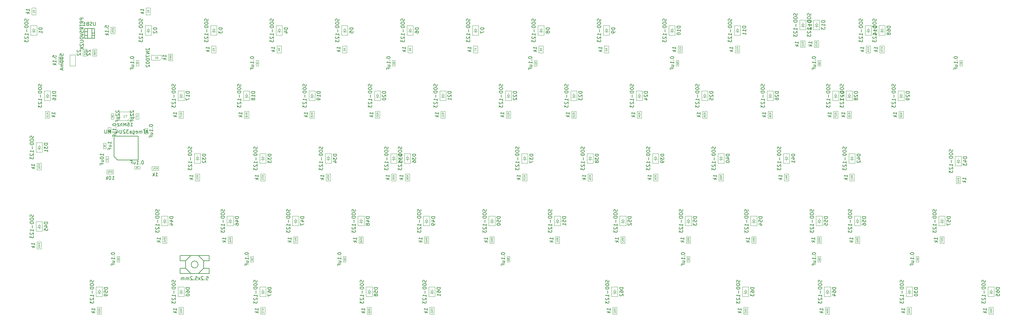
<source format=gbr>
G04 #@! TF.GenerationSoftware,KiCad,Pcbnew,(5.0.0)*
G04 #@! TF.CreationDate,2019-01-14T19:55:56-08:00*
G04 #@! TF.ProjectId,Voyager60,566F796167657236302E6B696361645F,rev?*
G04 #@! TF.SameCoordinates,Original*
G04 #@! TF.FileFunction,Other,Fab,Bot*
%FSLAX46Y46*%
G04 Gerber Fmt 4.6, Leading zero omitted, Abs format (unit mm)*
G04 Created by KiCad (PCBNEW (5.0.0)) date 01/14/19 19:55:56*
%MOMM*%
%LPD*%
G01*
G04 APERTURE LIST*
%ADD10C,0.100000*%
%ADD11C,0.150000*%
%ADD12C,0.075000*%
%ADD13C,0.105000*%
G04 APERTURE END LIST*
D10*
G04 #@! TO.C,D1*
X24606250Y-31500000D02*
X24606250Y-31000000D01*
X24206250Y-31500000D02*
X24606250Y-32100000D01*
X25006250Y-31500000D02*
X24206250Y-31500000D01*
X24606250Y-32100000D02*
X25006250Y-31500000D01*
X24606250Y-32100000D02*
X24056250Y-32100000D01*
X24606250Y-32100000D02*
X25156250Y-32100000D01*
X24606250Y-32500000D02*
X24606250Y-32100000D01*
X23706250Y-33150000D02*
X25506250Y-33150000D01*
X23706250Y-30350000D02*
X23706250Y-33150000D01*
X25506250Y-30350000D02*
X23706250Y-30350000D01*
X25506250Y-33150000D02*
X25506250Y-30350000D01*
G04 #@! TO.C,D2*
X57943750Y-31500000D02*
X57943750Y-31000000D01*
X57543750Y-31500000D02*
X57943750Y-32100000D01*
X58343750Y-31500000D02*
X57543750Y-31500000D01*
X57943750Y-32100000D02*
X58343750Y-31500000D01*
X57943750Y-32100000D02*
X57393750Y-32100000D01*
X57943750Y-32100000D02*
X58493750Y-32100000D01*
X57943750Y-32500000D02*
X57943750Y-32100000D01*
X57043750Y-33150000D02*
X58843750Y-33150000D01*
X57043750Y-30350000D02*
X57043750Y-33150000D01*
X58843750Y-30350000D02*
X57043750Y-30350000D01*
X58843750Y-33150000D02*
X58843750Y-30350000D01*
G04 #@! TO.C,D3*
X77893750Y-33150000D02*
X77893750Y-30350000D01*
X77893750Y-30350000D02*
X76093750Y-30350000D01*
X76093750Y-30350000D02*
X76093750Y-33150000D01*
X76093750Y-33150000D02*
X77893750Y-33150000D01*
X76993750Y-32500000D02*
X76993750Y-32100000D01*
X76993750Y-32100000D02*
X77543750Y-32100000D01*
X76993750Y-32100000D02*
X76443750Y-32100000D01*
X76993750Y-32100000D02*
X77393750Y-31500000D01*
X77393750Y-31500000D02*
X76593750Y-31500000D01*
X76593750Y-31500000D02*
X76993750Y-32100000D01*
X76993750Y-31500000D02*
X76993750Y-31000000D01*
G04 #@! TO.C,D4*
X96043750Y-31500000D02*
X96043750Y-31000000D01*
X95643750Y-31500000D02*
X96043750Y-32100000D01*
X96443750Y-31500000D02*
X95643750Y-31500000D01*
X96043750Y-32100000D02*
X96443750Y-31500000D01*
X96043750Y-32100000D02*
X95493750Y-32100000D01*
X96043750Y-32100000D02*
X96593750Y-32100000D01*
X96043750Y-32500000D02*
X96043750Y-32100000D01*
X95143750Y-33150000D02*
X96943750Y-33150000D01*
X95143750Y-30350000D02*
X95143750Y-33150000D01*
X96943750Y-30350000D02*
X95143750Y-30350000D01*
X96943750Y-33150000D02*
X96943750Y-30350000D01*
G04 #@! TO.C,D5*
X115993750Y-33150000D02*
X115993750Y-30350000D01*
X115993750Y-30350000D02*
X114193750Y-30350000D01*
X114193750Y-30350000D02*
X114193750Y-33150000D01*
X114193750Y-33150000D02*
X115993750Y-33150000D01*
X115093750Y-32500000D02*
X115093750Y-32100000D01*
X115093750Y-32100000D02*
X115643750Y-32100000D01*
X115093750Y-32100000D02*
X114543750Y-32100000D01*
X115093750Y-32100000D02*
X115493750Y-31500000D01*
X115493750Y-31500000D02*
X114693750Y-31500000D01*
X114693750Y-31500000D02*
X115093750Y-32100000D01*
X115093750Y-31500000D02*
X115093750Y-31000000D01*
G04 #@! TO.C,D6*
X134143750Y-31500000D02*
X134143750Y-31000000D01*
X133743750Y-31500000D02*
X134143750Y-32100000D01*
X134543750Y-31500000D02*
X133743750Y-31500000D01*
X134143750Y-32100000D02*
X134543750Y-31500000D01*
X134143750Y-32100000D02*
X133593750Y-32100000D01*
X134143750Y-32100000D02*
X134693750Y-32100000D01*
X134143750Y-32500000D02*
X134143750Y-32100000D01*
X133243750Y-33150000D02*
X135043750Y-33150000D01*
X133243750Y-30350000D02*
X133243750Y-33150000D01*
X135043750Y-30350000D02*
X133243750Y-30350000D01*
X135043750Y-33150000D02*
X135043750Y-30350000D01*
G04 #@! TO.C,D7*
X154093750Y-33150000D02*
X154093750Y-30350000D01*
X154093750Y-30350000D02*
X152293750Y-30350000D01*
X152293750Y-30350000D02*
X152293750Y-33150000D01*
X152293750Y-33150000D02*
X154093750Y-33150000D01*
X153193750Y-32500000D02*
X153193750Y-32100000D01*
X153193750Y-32100000D02*
X153743750Y-32100000D01*
X153193750Y-32100000D02*
X152643750Y-32100000D01*
X153193750Y-32100000D02*
X153593750Y-31500000D01*
X153593750Y-31500000D02*
X152793750Y-31500000D01*
X152793750Y-31500000D02*
X153193750Y-32100000D01*
X153193750Y-31500000D02*
X153193750Y-31000000D01*
G04 #@! TO.C,D8*
X172243750Y-31500000D02*
X172243750Y-31000000D01*
X171843750Y-31500000D02*
X172243750Y-32100000D01*
X172643750Y-31500000D02*
X171843750Y-31500000D01*
X172243750Y-32100000D02*
X172643750Y-31500000D01*
X172243750Y-32100000D02*
X171693750Y-32100000D01*
X172243750Y-32100000D02*
X172793750Y-32100000D01*
X172243750Y-32500000D02*
X172243750Y-32100000D01*
X171343750Y-33150000D02*
X173143750Y-33150000D01*
X171343750Y-30350000D02*
X171343750Y-33150000D01*
X173143750Y-30350000D02*
X171343750Y-30350000D01*
X173143750Y-33150000D02*
X173143750Y-30350000D01*
G04 #@! TO.C,D9*
X191293750Y-31500000D02*
X191293750Y-31000000D01*
X190893750Y-31500000D02*
X191293750Y-32100000D01*
X191693750Y-31500000D02*
X190893750Y-31500000D01*
X191293750Y-32100000D02*
X191693750Y-31500000D01*
X191293750Y-32100000D02*
X190743750Y-32100000D01*
X191293750Y-32100000D02*
X191843750Y-32100000D01*
X191293750Y-32500000D02*
X191293750Y-32100000D01*
X190393750Y-33150000D02*
X192193750Y-33150000D01*
X190393750Y-30350000D02*
X190393750Y-33150000D01*
X192193750Y-30350000D02*
X190393750Y-30350000D01*
X192193750Y-33150000D02*
X192193750Y-30350000D01*
G04 #@! TO.C,D10*
X210343750Y-31500000D02*
X210343750Y-31000000D01*
X209943750Y-31500000D02*
X210343750Y-32100000D01*
X210743750Y-31500000D02*
X209943750Y-31500000D01*
X210343750Y-32100000D02*
X210743750Y-31500000D01*
X210343750Y-32100000D02*
X209793750Y-32100000D01*
X210343750Y-32100000D02*
X210893750Y-32100000D01*
X210343750Y-32500000D02*
X210343750Y-32100000D01*
X209443750Y-33150000D02*
X211243750Y-33150000D01*
X209443750Y-30350000D02*
X209443750Y-33150000D01*
X211243750Y-30350000D02*
X209443750Y-30350000D01*
X211243750Y-33150000D02*
X211243750Y-30350000D01*
G04 #@! TO.C,D11*
X230293750Y-33150000D02*
X230293750Y-30350000D01*
X230293750Y-30350000D02*
X228493750Y-30350000D01*
X228493750Y-30350000D02*
X228493750Y-33150000D01*
X228493750Y-33150000D02*
X230293750Y-33150000D01*
X229393750Y-32500000D02*
X229393750Y-32100000D01*
X229393750Y-32100000D02*
X229943750Y-32100000D01*
X229393750Y-32100000D02*
X228843750Y-32100000D01*
X229393750Y-32100000D02*
X229793750Y-31500000D01*
X229793750Y-31500000D02*
X228993750Y-31500000D01*
X228993750Y-31500000D02*
X229393750Y-32100000D01*
X229393750Y-31500000D02*
X229393750Y-31000000D01*
G04 #@! TO.C,D12*
X248443750Y-29912500D02*
X248443750Y-29412500D01*
X248043750Y-29912500D02*
X248443750Y-30512500D01*
X248843750Y-29912500D02*
X248043750Y-29912500D01*
X248443750Y-30512500D02*
X248843750Y-29912500D01*
X248443750Y-30512500D02*
X247893750Y-30512500D01*
X248443750Y-30512500D02*
X248993750Y-30512500D01*
X248443750Y-30912500D02*
X248443750Y-30512500D01*
X247543750Y-31562500D02*
X249343750Y-31562500D01*
X247543750Y-28762500D02*
X247543750Y-31562500D01*
X249343750Y-28762500D02*
X247543750Y-28762500D01*
X249343750Y-31562500D02*
X249343750Y-28762500D01*
G04 #@! TO.C,D13*
X252412500Y-29912500D02*
X252412500Y-29412500D01*
X252012500Y-29912500D02*
X252412500Y-30512500D01*
X252812500Y-29912500D02*
X252012500Y-29912500D01*
X252412500Y-30512500D02*
X252812500Y-29912500D01*
X252412500Y-30512500D02*
X251862500Y-30512500D01*
X252412500Y-30512500D02*
X252962500Y-30512500D01*
X252412500Y-30912500D02*
X252412500Y-30512500D01*
X251512500Y-31562500D02*
X253312500Y-31562500D01*
X251512500Y-28762500D02*
X251512500Y-31562500D01*
X253312500Y-28762500D02*
X251512500Y-28762500D01*
X253312500Y-31562500D02*
X253312500Y-28762500D01*
G04 #@! TO.C,D14*
X268393750Y-33150000D02*
X268393750Y-30350000D01*
X268393750Y-30350000D02*
X266593750Y-30350000D01*
X266593750Y-30350000D02*
X266593750Y-33150000D01*
X266593750Y-33150000D02*
X268393750Y-33150000D01*
X267493750Y-32500000D02*
X267493750Y-32100000D01*
X267493750Y-32100000D02*
X268043750Y-32100000D01*
X267493750Y-32100000D02*
X266943750Y-32100000D01*
X267493750Y-32100000D02*
X267893750Y-31500000D01*
X267893750Y-31500000D02*
X267093750Y-31500000D01*
X267093750Y-31500000D02*
X267493750Y-32100000D01*
X267493750Y-31500000D02*
X267493750Y-31000000D01*
G04 #@! TO.C,D16*
X28575000Y-50550000D02*
X28575000Y-50050000D01*
X28175000Y-50550000D02*
X28575000Y-51150000D01*
X28975000Y-50550000D02*
X28175000Y-50550000D01*
X28575000Y-51150000D02*
X28975000Y-50550000D01*
X28575000Y-51150000D02*
X28025000Y-51150000D01*
X28575000Y-51150000D02*
X29125000Y-51150000D01*
X28575000Y-51550000D02*
X28575000Y-51150000D01*
X27675000Y-52200000D02*
X29475000Y-52200000D01*
X27675000Y-49400000D02*
X27675000Y-52200000D01*
X29475000Y-49400000D02*
X27675000Y-49400000D01*
X29475000Y-52200000D02*
X29475000Y-49400000D01*
G04 #@! TO.C,D17*
X67468750Y-50550000D02*
X67468750Y-50050000D01*
X67068750Y-50550000D02*
X67468750Y-51150000D01*
X67868750Y-50550000D02*
X67068750Y-50550000D01*
X67468750Y-51150000D02*
X67868750Y-50550000D01*
X67468750Y-51150000D02*
X66918750Y-51150000D01*
X67468750Y-51150000D02*
X68018750Y-51150000D01*
X67468750Y-51550000D02*
X67468750Y-51150000D01*
X66568750Y-52200000D02*
X68368750Y-52200000D01*
X66568750Y-49400000D02*
X66568750Y-52200000D01*
X68368750Y-49400000D02*
X66568750Y-49400000D01*
X68368750Y-52200000D02*
X68368750Y-49400000D01*
G04 #@! TO.C,D18*
X86518750Y-50550000D02*
X86518750Y-50050000D01*
X86118750Y-50550000D02*
X86518750Y-51150000D01*
X86918750Y-50550000D02*
X86118750Y-50550000D01*
X86518750Y-51150000D02*
X86918750Y-50550000D01*
X86518750Y-51150000D02*
X85968750Y-51150000D01*
X86518750Y-51150000D02*
X87068750Y-51150000D01*
X86518750Y-51550000D02*
X86518750Y-51150000D01*
X85618750Y-52200000D02*
X87418750Y-52200000D01*
X85618750Y-49400000D02*
X85618750Y-52200000D01*
X87418750Y-49400000D02*
X85618750Y-49400000D01*
X87418750Y-52200000D02*
X87418750Y-49400000D01*
G04 #@! TO.C,D19*
X106468750Y-52200000D02*
X106468750Y-49400000D01*
X106468750Y-49400000D02*
X104668750Y-49400000D01*
X104668750Y-49400000D02*
X104668750Y-52200000D01*
X104668750Y-52200000D02*
X106468750Y-52200000D01*
X105568750Y-51550000D02*
X105568750Y-51150000D01*
X105568750Y-51150000D02*
X106118750Y-51150000D01*
X105568750Y-51150000D02*
X105018750Y-51150000D01*
X105568750Y-51150000D02*
X105968750Y-50550000D01*
X105968750Y-50550000D02*
X105168750Y-50550000D01*
X105168750Y-50550000D02*
X105568750Y-51150000D01*
X105568750Y-50550000D02*
X105568750Y-50050000D01*
G04 #@! TO.C,D20*
X125518750Y-52200000D02*
X125518750Y-49400000D01*
X125518750Y-49400000D02*
X123718750Y-49400000D01*
X123718750Y-49400000D02*
X123718750Y-52200000D01*
X123718750Y-52200000D02*
X125518750Y-52200000D01*
X124618750Y-51550000D02*
X124618750Y-51150000D01*
X124618750Y-51150000D02*
X125168750Y-51150000D01*
X124618750Y-51150000D02*
X124068750Y-51150000D01*
X124618750Y-51150000D02*
X125018750Y-50550000D01*
X125018750Y-50550000D02*
X124218750Y-50550000D01*
X124218750Y-50550000D02*
X124618750Y-51150000D01*
X124618750Y-50550000D02*
X124618750Y-50050000D01*
G04 #@! TO.C,D21*
X143668750Y-50550000D02*
X143668750Y-50050000D01*
X143268750Y-50550000D02*
X143668750Y-51150000D01*
X144068750Y-50550000D02*
X143268750Y-50550000D01*
X143668750Y-51150000D02*
X144068750Y-50550000D01*
X143668750Y-51150000D02*
X143118750Y-51150000D01*
X143668750Y-51150000D02*
X144218750Y-51150000D01*
X143668750Y-51550000D02*
X143668750Y-51150000D01*
X142768750Y-52200000D02*
X144568750Y-52200000D01*
X142768750Y-49400000D02*
X142768750Y-52200000D01*
X144568750Y-49400000D02*
X142768750Y-49400000D01*
X144568750Y-52200000D02*
X144568750Y-49400000D01*
G04 #@! TO.C,D22*
X163618750Y-52200000D02*
X163618750Y-49400000D01*
X163618750Y-49400000D02*
X161818750Y-49400000D01*
X161818750Y-49400000D02*
X161818750Y-52200000D01*
X161818750Y-52200000D02*
X163618750Y-52200000D01*
X162718750Y-51550000D02*
X162718750Y-51150000D01*
X162718750Y-51150000D02*
X163268750Y-51150000D01*
X162718750Y-51150000D02*
X162168750Y-51150000D01*
X162718750Y-51150000D02*
X163118750Y-50550000D01*
X163118750Y-50550000D02*
X162318750Y-50550000D01*
X162318750Y-50550000D02*
X162718750Y-51150000D01*
X162718750Y-50550000D02*
X162718750Y-50050000D01*
G04 #@! TO.C,D23*
X182668750Y-52200000D02*
X182668750Y-49400000D01*
X182668750Y-49400000D02*
X180868750Y-49400000D01*
X180868750Y-49400000D02*
X180868750Y-52200000D01*
X180868750Y-52200000D02*
X182668750Y-52200000D01*
X181768750Y-51550000D02*
X181768750Y-51150000D01*
X181768750Y-51150000D02*
X182318750Y-51150000D01*
X181768750Y-51150000D02*
X181218750Y-51150000D01*
X181768750Y-51150000D02*
X182168750Y-50550000D01*
X182168750Y-50550000D02*
X181368750Y-50550000D01*
X181368750Y-50550000D02*
X181768750Y-51150000D01*
X181768750Y-50550000D02*
X181768750Y-50050000D01*
G04 #@! TO.C,D24*
X200818750Y-50550000D02*
X200818750Y-50050000D01*
X200418750Y-50550000D02*
X200818750Y-51150000D01*
X201218750Y-50550000D02*
X200418750Y-50550000D01*
X200818750Y-51150000D02*
X201218750Y-50550000D01*
X200818750Y-51150000D02*
X200268750Y-51150000D01*
X200818750Y-51150000D02*
X201368750Y-51150000D01*
X200818750Y-51550000D02*
X200818750Y-51150000D01*
X199918750Y-52200000D02*
X201718750Y-52200000D01*
X199918750Y-49400000D02*
X199918750Y-52200000D01*
X201718750Y-49400000D02*
X199918750Y-49400000D01*
X201718750Y-52200000D02*
X201718750Y-49400000D01*
G04 #@! TO.C,D25*
X220768750Y-52200000D02*
X220768750Y-49400000D01*
X220768750Y-49400000D02*
X218968750Y-49400000D01*
X218968750Y-49400000D02*
X218968750Y-52200000D01*
X218968750Y-52200000D02*
X220768750Y-52200000D01*
X219868750Y-51550000D02*
X219868750Y-51150000D01*
X219868750Y-51150000D02*
X220418750Y-51150000D01*
X219868750Y-51150000D02*
X219318750Y-51150000D01*
X219868750Y-51150000D02*
X220268750Y-50550000D01*
X220268750Y-50550000D02*
X219468750Y-50550000D01*
X219468750Y-50550000D02*
X219868750Y-51150000D01*
X219868750Y-50550000D02*
X219868750Y-50050000D01*
G04 #@! TO.C,D26*
X238918750Y-50550000D02*
X238918750Y-50050000D01*
X238518750Y-50550000D02*
X238918750Y-51150000D01*
X239318750Y-50550000D02*
X238518750Y-50550000D01*
X238918750Y-51150000D02*
X239318750Y-50550000D01*
X238918750Y-51150000D02*
X238368750Y-51150000D01*
X238918750Y-51150000D02*
X239468750Y-51150000D01*
X238918750Y-51550000D02*
X238918750Y-51150000D01*
X238018750Y-52200000D02*
X239818750Y-52200000D01*
X238018750Y-49400000D02*
X238018750Y-52200000D01*
X239818750Y-49400000D02*
X238018750Y-49400000D01*
X239818750Y-52200000D02*
X239818750Y-49400000D01*
G04 #@! TO.C,D27*
X258868750Y-52200000D02*
X258868750Y-49400000D01*
X258868750Y-49400000D02*
X257068750Y-49400000D01*
X257068750Y-49400000D02*
X257068750Y-52200000D01*
X257068750Y-52200000D02*
X258868750Y-52200000D01*
X257968750Y-51550000D02*
X257968750Y-51150000D01*
X257968750Y-51150000D02*
X258518750Y-51150000D01*
X257968750Y-51150000D02*
X257418750Y-51150000D01*
X257968750Y-51150000D02*
X258368750Y-50550000D01*
X258368750Y-50550000D02*
X257568750Y-50550000D01*
X257568750Y-50550000D02*
X257968750Y-51150000D01*
X257968750Y-50550000D02*
X257968750Y-50050000D01*
G04 #@! TO.C,D28*
X262837500Y-52200000D02*
X262837500Y-49400000D01*
X262837500Y-49400000D02*
X261037500Y-49400000D01*
X261037500Y-49400000D02*
X261037500Y-52200000D01*
X261037500Y-52200000D02*
X262837500Y-52200000D01*
X261937500Y-51550000D02*
X261937500Y-51150000D01*
X261937500Y-51150000D02*
X262487500Y-51150000D01*
X261937500Y-51150000D02*
X261387500Y-51150000D01*
X261937500Y-51150000D02*
X262337500Y-50550000D01*
X262337500Y-50550000D02*
X261537500Y-50550000D01*
X261537500Y-50550000D02*
X261937500Y-51150000D01*
X261937500Y-50550000D02*
X261937500Y-50050000D01*
G04 #@! TO.C,D29*
X277918750Y-52200000D02*
X277918750Y-49400000D01*
X277918750Y-49400000D02*
X276118750Y-49400000D01*
X276118750Y-49400000D02*
X276118750Y-52200000D01*
X276118750Y-52200000D02*
X277918750Y-52200000D01*
X277018750Y-51550000D02*
X277018750Y-51150000D01*
X277018750Y-51150000D02*
X277568750Y-51150000D01*
X277018750Y-51150000D02*
X276468750Y-51150000D01*
X277018750Y-51150000D02*
X277418750Y-50550000D01*
X277418750Y-50550000D02*
X276618750Y-50550000D01*
X276618750Y-50550000D02*
X277018750Y-51150000D01*
X277018750Y-50550000D02*
X277018750Y-50050000D01*
G04 #@! TO.C,D30*
X279400000Y-107700000D02*
X279400000Y-107200000D01*
X279000000Y-107700000D02*
X279400000Y-108300000D01*
X279800000Y-107700000D02*
X279000000Y-107700000D01*
X279400000Y-108300000D02*
X279800000Y-107700000D01*
X279400000Y-108300000D02*
X278850000Y-108300000D01*
X279400000Y-108300000D02*
X279950000Y-108300000D01*
X279400000Y-108700000D02*
X279400000Y-108300000D01*
X278500000Y-109350000D02*
X280300000Y-109350000D01*
X278500000Y-106550000D02*
X278500000Y-109350000D01*
X280300000Y-106550000D02*
X278500000Y-106550000D01*
X280300000Y-109350000D02*
X280300000Y-106550000D01*
G04 #@! TO.C,D31*
X26193750Y-65631250D02*
X26193750Y-65131250D01*
X25793750Y-65631250D02*
X26193750Y-66231250D01*
X26593750Y-65631250D02*
X25793750Y-65631250D01*
X26193750Y-66231250D02*
X26593750Y-65631250D01*
X26193750Y-66231250D02*
X25643750Y-66231250D01*
X26193750Y-66231250D02*
X26743750Y-66231250D01*
X26193750Y-66631250D02*
X26193750Y-66231250D01*
X25293750Y-67281250D02*
X27093750Y-67281250D01*
X25293750Y-64481250D02*
X25293750Y-67281250D01*
X27093750Y-64481250D02*
X25293750Y-64481250D01*
X27093750Y-67281250D02*
X27093750Y-64481250D01*
G04 #@! TO.C,D32*
X73131250Y-70456250D02*
X73131250Y-67656250D01*
X73131250Y-67656250D02*
X71331250Y-67656250D01*
X71331250Y-67656250D02*
X71331250Y-70456250D01*
X71331250Y-70456250D02*
X73131250Y-70456250D01*
X72231250Y-69806250D02*
X72231250Y-69406250D01*
X72231250Y-69406250D02*
X72781250Y-69406250D01*
X72231250Y-69406250D02*
X71681250Y-69406250D01*
X72231250Y-69406250D02*
X72631250Y-68806250D01*
X72631250Y-68806250D02*
X71831250Y-68806250D01*
X71831250Y-68806250D02*
X72231250Y-69406250D01*
X72231250Y-68806250D02*
X72231250Y-68306250D01*
G04 #@! TO.C,D33*
X92181250Y-70456250D02*
X92181250Y-67656250D01*
X92181250Y-67656250D02*
X90381250Y-67656250D01*
X90381250Y-67656250D02*
X90381250Y-70456250D01*
X90381250Y-70456250D02*
X92181250Y-70456250D01*
X91281250Y-69806250D02*
X91281250Y-69406250D01*
X91281250Y-69406250D02*
X91831250Y-69406250D01*
X91281250Y-69406250D02*
X90731250Y-69406250D01*
X91281250Y-69406250D02*
X91681250Y-68806250D01*
X91681250Y-68806250D02*
X90881250Y-68806250D01*
X90881250Y-68806250D02*
X91281250Y-69406250D01*
X91281250Y-68806250D02*
X91281250Y-68306250D01*
G04 #@! TO.C,D34*
X110331250Y-68806250D02*
X110331250Y-68306250D01*
X109931250Y-68806250D02*
X110331250Y-69406250D01*
X110731250Y-68806250D02*
X109931250Y-68806250D01*
X110331250Y-69406250D02*
X110731250Y-68806250D01*
X110331250Y-69406250D02*
X109781250Y-69406250D01*
X110331250Y-69406250D02*
X110881250Y-69406250D01*
X110331250Y-69806250D02*
X110331250Y-69406250D01*
X109431250Y-70456250D02*
X111231250Y-70456250D01*
X109431250Y-67656250D02*
X109431250Y-70456250D01*
X111231250Y-67656250D02*
X109431250Y-67656250D01*
X111231250Y-70456250D02*
X111231250Y-67656250D01*
G04 #@! TO.C,D35*
X129381250Y-68806250D02*
X129381250Y-68306250D01*
X128981250Y-68806250D02*
X129381250Y-69406250D01*
X129781250Y-68806250D02*
X128981250Y-68806250D01*
X129381250Y-69406250D02*
X129781250Y-68806250D01*
X129381250Y-69406250D02*
X128831250Y-69406250D01*
X129381250Y-69406250D02*
X129931250Y-69406250D01*
X129381250Y-69806250D02*
X129381250Y-69406250D01*
X128481250Y-70456250D02*
X130281250Y-70456250D01*
X128481250Y-67656250D02*
X128481250Y-70456250D01*
X130281250Y-67656250D02*
X128481250Y-67656250D01*
X130281250Y-70456250D02*
X130281250Y-67656250D01*
G04 #@! TO.C,D36*
X133350000Y-68806250D02*
X133350000Y-68306250D01*
X132950000Y-68806250D02*
X133350000Y-69406250D01*
X133750000Y-68806250D02*
X132950000Y-68806250D01*
X133350000Y-69406250D02*
X133750000Y-68806250D01*
X133350000Y-69406250D02*
X132800000Y-69406250D01*
X133350000Y-69406250D02*
X133900000Y-69406250D01*
X133350000Y-69806250D02*
X133350000Y-69406250D01*
X132450000Y-70456250D02*
X134250000Y-70456250D01*
X132450000Y-67656250D02*
X132450000Y-70456250D01*
X134250000Y-67656250D02*
X132450000Y-67656250D01*
X134250000Y-70456250D02*
X134250000Y-67656250D01*
G04 #@! TO.C,D37*
X168381250Y-70456250D02*
X168381250Y-67656250D01*
X168381250Y-67656250D02*
X166581250Y-67656250D01*
X166581250Y-67656250D02*
X166581250Y-70456250D01*
X166581250Y-70456250D02*
X168381250Y-70456250D01*
X167481250Y-69806250D02*
X167481250Y-69406250D01*
X167481250Y-69406250D02*
X168031250Y-69406250D01*
X167481250Y-69406250D02*
X166931250Y-69406250D01*
X167481250Y-69406250D02*
X167881250Y-68806250D01*
X167881250Y-68806250D02*
X167081250Y-68806250D01*
X167081250Y-68806250D02*
X167481250Y-69406250D01*
X167481250Y-68806250D02*
X167481250Y-68306250D01*
G04 #@! TO.C,D38*
X187431250Y-70456250D02*
X187431250Y-67656250D01*
X187431250Y-67656250D02*
X185631250Y-67656250D01*
X185631250Y-67656250D02*
X185631250Y-70456250D01*
X185631250Y-70456250D02*
X187431250Y-70456250D01*
X186531250Y-69806250D02*
X186531250Y-69406250D01*
X186531250Y-69406250D02*
X187081250Y-69406250D01*
X186531250Y-69406250D02*
X185981250Y-69406250D01*
X186531250Y-69406250D02*
X186931250Y-68806250D01*
X186931250Y-68806250D02*
X186131250Y-68806250D01*
X186131250Y-68806250D02*
X186531250Y-69406250D01*
X186531250Y-68806250D02*
X186531250Y-68306250D01*
G04 #@! TO.C,D39*
X206481250Y-70456250D02*
X206481250Y-67656250D01*
X206481250Y-67656250D02*
X204681250Y-67656250D01*
X204681250Y-67656250D02*
X204681250Y-70456250D01*
X204681250Y-70456250D02*
X206481250Y-70456250D01*
X205581250Y-69806250D02*
X205581250Y-69406250D01*
X205581250Y-69406250D02*
X206131250Y-69406250D01*
X205581250Y-69406250D02*
X205031250Y-69406250D01*
X205581250Y-69406250D02*
X205981250Y-68806250D01*
X205981250Y-68806250D02*
X205181250Y-68806250D01*
X205181250Y-68806250D02*
X205581250Y-69406250D01*
X205581250Y-68806250D02*
X205581250Y-68306250D01*
G04 #@! TO.C,D40*
X224631250Y-68806250D02*
X224631250Y-68306250D01*
X224231250Y-68806250D02*
X224631250Y-69406250D01*
X225031250Y-68806250D02*
X224231250Y-68806250D01*
X224631250Y-69406250D02*
X225031250Y-68806250D01*
X224631250Y-69406250D02*
X224081250Y-69406250D01*
X224631250Y-69406250D02*
X225181250Y-69406250D01*
X224631250Y-69806250D02*
X224631250Y-69406250D01*
X223731250Y-70456250D02*
X225531250Y-70456250D01*
X223731250Y-67656250D02*
X223731250Y-70456250D01*
X225531250Y-67656250D02*
X223731250Y-67656250D01*
X225531250Y-70456250D02*
X225531250Y-67656250D01*
G04 #@! TO.C,D41*
X244581250Y-70456250D02*
X244581250Y-67656250D01*
X244581250Y-67656250D02*
X242781250Y-67656250D01*
X242781250Y-67656250D02*
X242781250Y-70456250D01*
X242781250Y-70456250D02*
X244581250Y-70456250D01*
X243681250Y-69806250D02*
X243681250Y-69406250D01*
X243681250Y-69406250D02*
X244231250Y-69406250D01*
X243681250Y-69406250D02*
X243131250Y-69406250D01*
X243681250Y-69406250D02*
X244081250Y-68806250D01*
X244081250Y-68806250D02*
X243281250Y-68806250D01*
X243281250Y-68806250D02*
X243681250Y-69406250D01*
X243681250Y-68806250D02*
X243681250Y-68306250D01*
G04 #@! TO.C,D42*
X263631250Y-70456250D02*
X263631250Y-67656250D01*
X263631250Y-67656250D02*
X261831250Y-67656250D01*
X261831250Y-67656250D02*
X261831250Y-70456250D01*
X261831250Y-70456250D02*
X263631250Y-70456250D01*
X262731250Y-69806250D02*
X262731250Y-69406250D01*
X262731250Y-69406250D02*
X263281250Y-69406250D01*
X262731250Y-69406250D02*
X262181250Y-69406250D01*
X262731250Y-69406250D02*
X263131250Y-68806250D01*
X263131250Y-68806250D02*
X262331250Y-68806250D01*
X262331250Y-68806250D02*
X262731250Y-69406250D01*
X262731250Y-68806250D02*
X262731250Y-68306250D01*
G04 #@! TO.C,D43*
X294587500Y-71250000D02*
X294587500Y-68450000D01*
X294587500Y-68450000D02*
X292787500Y-68450000D01*
X292787500Y-68450000D02*
X292787500Y-71250000D01*
X292787500Y-71250000D02*
X294587500Y-71250000D01*
X293687500Y-70600000D02*
X293687500Y-70200000D01*
X293687500Y-70200000D02*
X294237500Y-70200000D01*
X293687500Y-70200000D02*
X293137500Y-70200000D01*
X293687500Y-70200000D02*
X294087500Y-69600000D01*
X294087500Y-69600000D02*
X293287500Y-69600000D01*
X293287500Y-69600000D02*
X293687500Y-70200000D01*
X293687500Y-69600000D02*
X293687500Y-69100000D01*
G04 #@! TO.C,D45*
X26193750Y-88650000D02*
X26193750Y-88150000D01*
X25793750Y-88650000D02*
X26193750Y-89250000D01*
X26593750Y-88650000D02*
X25793750Y-88650000D01*
X26193750Y-89250000D02*
X26593750Y-88650000D01*
X26193750Y-89250000D02*
X25643750Y-89250000D01*
X26193750Y-89250000D02*
X26743750Y-89250000D01*
X26193750Y-89650000D02*
X26193750Y-89250000D01*
X25293750Y-90300000D02*
X27093750Y-90300000D01*
X25293750Y-87500000D02*
X25293750Y-90300000D01*
X27093750Y-87500000D02*
X25293750Y-87500000D01*
X27093750Y-90300000D02*
X27093750Y-87500000D01*
G04 #@! TO.C,D46*
X81756250Y-87062500D02*
X81756250Y-86562500D01*
X81356250Y-87062500D02*
X81756250Y-87662500D01*
X82156250Y-87062500D02*
X81356250Y-87062500D01*
X81756250Y-87662500D02*
X82156250Y-87062500D01*
X81756250Y-87662500D02*
X81206250Y-87662500D01*
X81756250Y-87662500D02*
X82306250Y-87662500D01*
X81756250Y-88062500D02*
X81756250Y-87662500D01*
X80856250Y-88712500D02*
X82656250Y-88712500D01*
X80856250Y-85912500D02*
X80856250Y-88712500D01*
X82656250Y-85912500D02*
X80856250Y-85912500D01*
X82656250Y-88712500D02*
X82656250Y-85912500D01*
G04 #@! TO.C,D47*
X101706250Y-88712500D02*
X101706250Y-85912500D01*
X101706250Y-85912500D02*
X99906250Y-85912500D01*
X99906250Y-85912500D02*
X99906250Y-88712500D01*
X99906250Y-88712500D02*
X101706250Y-88712500D01*
X100806250Y-88062500D02*
X100806250Y-87662500D01*
X100806250Y-87662500D02*
X101356250Y-87662500D01*
X100806250Y-87662500D02*
X100256250Y-87662500D01*
X100806250Y-87662500D02*
X101206250Y-87062500D01*
X101206250Y-87062500D02*
X100406250Y-87062500D01*
X100406250Y-87062500D02*
X100806250Y-87662500D01*
X100806250Y-87062500D02*
X100806250Y-86562500D01*
G04 #@! TO.C,D48*
X119856250Y-87062500D02*
X119856250Y-86562500D01*
X119456250Y-87062500D02*
X119856250Y-87662500D01*
X120256250Y-87062500D02*
X119456250Y-87062500D01*
X119856250Y-87662500D02*
X120256250Y-87062500D01*
X119856250Y-87662500D02*
X119306250Y-87662500D01*
X119856250Y-87662500D02*
X120406250Y-87662500D01*
X119856250Y-88062500D02*
X119856250Y-87662500D01*
X118956250Y-88712500D02*
X120756250Y-88712500D01*
X118956250Y-85912500D02*
X118956250Y-88712500D01*
X120756250Y-85912500D02*
X118956250Y-85912500D01*
X120756250Y-88712500D02*
X120756250Y-85912500D01*
G04 #@! TO.C,D49*
X139806250Y-88712500D02*
X139806250Y-85912500D01*
X139806250Y-85912500D02*
X138006250Y-85912500D01*
X138006250Y-85912500D02*
X138006250Y-88712500D01*
X138006250Y-88712500D02*
X139806250Y-88712500D01*
X138906250Y-88062500D02*
X138906250Y-87662500D01*
X138906250Y-87662500D02*
X139456250Y-87662500D01*
X138906250Y-87662500D02*
X138356250Y-87662500D01*
X138906250Y-87662500D02*
X139306250Y-87062500D01*
X139306250Y-87062500D02*
X138506250Y-87062500D01*
X138506250Y-87062500D02*
X138906250Y-87662500D01*
X138906250Y-87062500D02*
X138906250Y-86562500D01*
G04 #@! TO.C,D50*
X158856250Y-88712500D02*
X158856250Y-85912500D01*
X158856250Y-85912500D02*
X157056250Y-85912500D01*
X157056250Y-85912500D02*
X157056250Y-88712500D01*
X157056250Y-88712500D02*
X158856250Y-88712500D01*
X157956250Y-88062500D02*
X157956250Y-87662500D01*
X157956250Y-87662500D02*
X158506250Y-87662500D01*
X157956250Y-87662500D02*
X157406250Y-87662500D01*
X157956250Y-87662500D02*
X158356250Y-87062500D01*
X158356250Y-87062500D02*
X157556250Y-87062500D01*
X157556250Y-87062500D02*
X157956250Y-87662500D01*
X157956250Y-87062500D02*
X157956250Y-86562500D01*
G04 #@! TO.C,D51*
X177906250Y-88712500D02*
X177906250Y-85912500D01*
X177906250Y-85912500D02*
X176106250Y-85912500D01*
X176106250Y-85912500D02*
X176106250Y-88712500D01*
X176106250Y-88712500D02*
X177906250Y-88712500D01*
X177006250Y-88062500D02*
X177006250Y-87662500D01*
X177006250Y-87662500D02*
X177556250Y-87662500D01*
X177006250Y-87662500D02*
X176456250Y-87662500D01*
X177006250Y-87662500D02*
X177406250Y-87062500D01*
X177406250Y-87062500D02*
X176606250Y-87062500D01*
X176606250Y-87062500D02*
X177006250Y-87662500D01*
X177006250Y-87062500D02*
X177006250Y-86562500D01*
G04 #@! TO.C,D52*
X196956250Y-88712500D02*
X196956250Y-85912500D01*
X196956250Y-85912500D02*
X195156250Y-85912500D01*
X195156250Y-85912500D02*
X195156250Y-88712500D01*
X195156250Y-88712500D02*
X196956250Y-88712500D01*
X196056250Y-88062500D02*
X196056250Y-87662500D01*
X196056250Y-87662500D02*
X196606250Y-87662500D01*
X196056250Y-87662500D02*
X195506250Y-87662500D01*
X196056250Y-87662500D02*
X196456250Y-87062500D01*
X196456250Y-87062500D02*
X195656250Y-87062500D01*
X195656250Y-87062500D02*
X196056250Y-87662500D01*
X196056250Y-87062500D02*
X196056250Y-86562500D01*
G04 #@! TO.C,D53*
X215106250Y-87062500D02*
X215106250Y-86562500D01*
X214706250Y-87062500D02*
X215106250Y-87662500D01*
X215506250Y-87062500D02*
X214706250Y-87062500D01*
X215106250Y-87662500D02*
X215506250Y-87062500D01*
X215106250Y-87662500D02*
X214556250Y-87662500D01*
X215106250Y-87662500D02*
X215656250Y-87662500D01*
X215106250Y-88062500D02*
X215106250Y-87662500D01*
X214206250Y-88712500D02*
X216006250Y-88712500D01*
X214206250Y-85912500D02*
X214206250Y-88712500D01*
X216006250Y-85912500D02*
X214206250Y-85912500D01*
X216006250Y-88712500D02*
X216006250Y-85912500D01*
G04 #@! TO.C,D54*
X234156250Y-87062500D02*
X234156250Y-86562500D01*
X233756250Y-87062500D02*
X234156250Y-87662500D01*
X234556250Y-87062500D02*
X233756250Y-87062500D01*
X234156250Y-87662500D02*
X234556250Y-87062500D01*
X234156250Y-87662500D02*
X233606250Y-87662500D01*
X234156250Y-87662500D02*
X234706250Y-87662500D01*
X234156250Y-88062500D02*
X234156250Y-87662500D01*
X233256250Y-88712500D02*
X235056250Y-88712500D01*
X233256250Y-85912500D02*
X233256250Y-88712500D01*
X235056250Y-85912500D02*
X233256250Y-85912500D01*
X235056250Y-88712500D02*
X235056250Y-85912500D01*
G04 #@! TO.C,D55*
X253206250Y-87062500D02*
X253206250Y-86562500D01*
X252806250Y-87062500D02*
X253206250Y-87662500D01*
X253606250Y-87062500D02*
X252806250Y-87062500D01*
X253206250Y-87662500D02*
X253606250Y-87062500D01*
X253206250Y-87662500D02*
X252656250Y-87662500D01*
X253206250Y-87662500D02*
X253756250Y-87662500D01*
X253206250Y-88062500D02*
X253206250Y-87662500D01*
X252306250Y-88712500D02*
X254106250Y-88712500D01*
X252306250Y-85912500D02*
X252306250Y-88712500D01*
X254106250Y-85912500D02*
X252306250Y-85912500D01*
X254106250Y-88712500D02*
X254106250Y-85912500D01*
G04 #@! TO.C,D56*
X265218750Y-88712500D02*
X265218750Y-85912500D01*
X265218750Y-85912500D02*
X263418750Y-85912500D01*
X263418750Y-85912500D02*
X263418750Y-88712500D01*
X263418750Y-88712500D02*
X265218750Y-88712500D01*
X264318750Y-88062500D02*
X264318750Y-87662500D01*
X264318750Y-87662500D02*
X264868750Y-87662500D01*
X264318750Y-87662500D02*
X263768750Y-87662500D01*
X264318750Y-87662500D02*
X264718750Y-87062500D01*
X264718750Y-87062500D02*
X263918750Y-87062500D01*
X263918750Y-87062500D02*
X264318750Y-87662500D01*
X264318750Y-87062500D02*
X264318750Y-86562500D01*
G04 #@! TO.C,D57*
X289825000Y-88712500D02*
X289825000Y-85912500D01*
X289825000Y-85912500D02*
X288025000Y-85912500D01*
X288025000Y-85912500D02*
X288025000Y-88712500D01*
X288025000Y-88712500D02*
X289825000Y-88712500D01*
X288925000Y-88062500D02*
X288925000Y-87662500D01*
X288925000Y-87662500D02*
X289475000Y-87662500D01*
X288925000Y-87662500D02*
X288375000Y-87662500D01*
X288925000Y-87662500D02*
X289325000Y-87062500D01*
X289325000Y-87062500D02*
X288525000Y-87062500D01*
X288525000Y-87062500D02*
X288925000Y-87662500D01*
X288925000Y-87062500D02*
X288925000Y-86562500D01*
G04 #@! TO.C,D59*
X44556250Y-109350000D02*
X44556250Y-106550000D01*
X44556250Y-106550000D02*
X42756250Y-106550000D01*
X42756250Y-106550000D02*
X42756250Y-109350000D01*
X42756250Y-109350000D02*
X44556250Y-109350000D01*
X43656250Y-108700000D02*
X43656250Y-108300000D01*
X43656250Y-108300000D02*
X44206250Y-108300000D01*
X43656250Y-108300000D02*
X43106250Y-108300000D01*
X43656250Y-108300000D02*
X44056250Y-107700000D01*
X44056250Y-107700000D02*
X43256250Y-107700000D01*
X43256250Y-107700000D02*
X43656250Y-108300000D01*
X43656250Y-107700000D02*
X43656250Y-107200000D01*
G04 #@! TO.C,D60*
X67468750Y-107700000D02*
X67468750Y-107200000D01*
X67068750Y-107700000D02*
X67468750Y-108300000D01*
X67868750Y-107700000D02*
X67068750Y-107700000D01*
X67468750Y-108300000D02*
X67868750Y-107700000D01*
X67468750Y-108300000D02*
X66918750Y-108300000D01*
X67468750Y-108300000D02*
X68018750Y-108300000D01*
X67468750Y-108700000D02*
X67468750Y-108300000D01*
X66568750Y-109350000D02*
X68368750Y-109350000D01*
X66568750Y-106550000D02*
X66568750Y-109350000D01*
X68368750Y-106550000D02*
X66568750Y-106550000D01*
X68368750Y-109350000D02*
X68368750Y-106550000D01*
G04 #@! TO.C,D61*
X140493750Y-107700000D02*
X140493750Y-107200000D01*
X140093750Y-107700000D02*
X140493750Y-108300000D01*
X140893750Y-107700000D02*
X140093750Y-107700000D01*
X140493750Y-108300000D02*
X140893750Y-107700000D01*
X140493750Y-108300000D02*
X139943750Y-108300000D01*
X140493750Y-108300000D02*
X141043750Y-108300000D01*
X140493750Y-108700000D02*
X140493750Y-108300000D01*
X139593750Y-109350000D02*
X141393750Y-109350000D01*
X139593750Y-106550000D02*
X139593750Y-109350000D01*
X141393750Y-106550000D02*
X139593750Y-106550000D01*
X141393750Y-109350000D02*
X141393750Y-106550000D01*
G04 #@! TO.C,D63*
X231775000Y-107700000D02*
X231775000Y-107200000D01*
X231375000Y-107700000D02*
X231775000Y-108300000D01*
X232175000Y-107700000D02*
X231375000Y-107700000D01*
X231775000Y-108300000D02*
X232175000Y-107700000D01*
X231775000Y-108300000D02*
X231225000Y-108300000D01*
X231775000Y-108300000D02*
X232325000Y-108300000D01*
X231775000Y-108700000D02*
X231775000Y-108300000D01*
X230875000Y-109350000D02*
X232675000Y-109350000D01*
X230875000Y-106550000D02*
X230875000Y-109350000D01*
X232675000Y-106550000D02*
X230875000Y-106550000D01*
X232675000Y-109350000D02*
X232675000Y-106550000D01*
G04 #@! TO.C,D64*
X255587500Y-107700000D02*
X255587500Y-107200000D01*
X255187500Y-107700000D02*
X255587500Y-108300000D01*
X255987500Y-107700000D02*
X255187500Y-107700000D01*
X255587500Y-108300000D02*
X255987500Y-107700000D01*
X255587500Y-108300000D02*
X255037500Y-108300000D01*
X255587500Y-108300000D02*
X256137500Y-108300000D01*
X255587500Y-108700000D02*
X255587500Y-108300000D01*
X254687500Y-109350000D02*
X256487500Y-109350000D01*
X254687500Y-106550000D02*
X254687500Y-109350000D01*
X256487500Y-106550000D02*
X254687500Y-106550000D01*
X256487500Y-109350000D02*
X256487500Y-106550000D01*
G04 #@! TO.C,D65*
X304112500Y-109350000D02*
X304112500Y-106550000D01*
X304112500Y-106550000D02*
X302312500Y-106550000D01*
X302312500Y-106550000D02*
X302312500Y-109350000D01*
X302312500Y-109350000D02*
X304112500Y-109350000D01*
X303212500Y-108700000D02*
X303212500Y-108300000D01*
X303212500Y-108300000D02*
X303762500Y-108300000D01*
X303212500Y-108300000D02*
X302662500Y-108300000D01*
X303212500Y-108300000D02*
X303612500Y-107700000D01*
X303612500Y-107700000D02*
X302812500Y-107700000D01*
X302812500Y-107700000D02*
X303212500Y-108300000D01*
X303212500Y-107700000D02*
X303212500Y-107200000D01*
G04 #@! TO.C,D67*
X91281250Y-107700000D02*
X91281250Y-107200000D01*
X90881250Y-107700000D02*
X91281250Y-108300000D01*
X91681250Y-107700000D02*
X90881250Y-107700000D01*
X91281250Y-108300000D02*
X91681250Y-107700000D01*
X91281250Y-108300000D02*
X90731250Y-108300000D01*
X91281250Y-108300000D02*
X91831250Y-108300000D01*
X91281250Y-108700000D02*
X91281250Y-108300000D01*
X90381250Y-109350000D02*
X92181250Y-109350000D01*
X90381250Y-106550000D02*
X90381250Y-109350000D01*
X92181250Y-106550000D02*
X90381250Y-106550000D01*
X92181250Y-109350000D02*
X92181250Y-106550000D01*
G04 #@! TO.C,D68*
X271462500Y-31500000D02*
X271462500Y-31000000D01*
X271062500Y-31500000D02*
X271462500Y-32100000D01*
X271862500Y-31500000D02*
X271062500Y-31500000D01*
X271462500Y-32100000D02*
X271862500Y-31500000D01*
X271462500Y-32100000D02*
X270912500Y-32100000D01*
X271462500Y-32100000D02*
X272012500Y-32100000D01*
X271462500Y-32500000D02*
X271462500Y-32100000D01*
X270562500Y-33150000D02*
X272362500Y-33150000D01*
X270562500Y-30350000D02*
X270562500Y-33150000D01*
X272362500Y-30350000D02*
X270562500Y-30350000D01*
X272362500Y-33150000D02*
X272362500Y-30350000D01*
G04 #@! TO.C,F1*
X36741000Y-42081250D02*
X36741000Y-38881250D01*
X36741000Y-38881250D02*
X35141000Y-38881250D01*
X35141000Y-38881250D02*
X35141000Y-42081250D01*
X35141000Y-42081250D02*
X36741000Y-42081250D01*
G04 #@! TO.C,Q1*
X58805000Y-40387500D02*
X58805000Y-38987500D01*
X61845000Y-38987500D02*
X58805000Y-38987500D01*
X61275000Y-40387500D02*
X61845000Y-39837500D01*
X61845000Y-39837500D02*
X61845000Y-38987500D01*
X61275000Y-40387500D02*
X58825000Y-40387500D01*
G04 #@! TO.C,R1*
X23986250Y-27193750D02*
X25226250Y-27193750D01*
X23986250Y-25193750D02*
X23986250Y-27193750D01*
X25226250Y-25193750D02*
X23986250Y-25193750D01*
X25226250Y-27193750D02*
X25226250Y-25193750D01*
G04 #@! TO.C,R2*
X57323750Y-27193750D02*
X58563750Y-27193750D01*
X57323750Y-25193750D02*
X57323750Y-27193750D01*
X58563750Y-25193750D02*
X57323750Y-25193750D01*
X58563750Y-27193750D02*
X58563750Y-25193750D01*
G04 #@! TO.C,R3*
X77613750Y-38306250D02*
X77613750Y-36306250D01*
X77613750Y-36306250D02*
X76373750Y-36306250D01*
X76373750Y-36306250D02*
X76373750Y-38306250D01*
X76373750Y-38306250D02*
X77613750Y-38306250D01*
G04 #@! TO.C,R4*
X96663750Y-38306250D02*
X96663750Y-36306250D01*
X96663750Y-36306250D02*
X95423750Y-36306250D01*
X95423750Y-36306250D02*
X95423750Y-38306250D01*
X95423750Y-38306250D02*
X96663750Y-38306250D01*
G04 #@! TO.C,R5*
X115713750Y-38306250D02*
X115713750Y-36306250D01*
X115713750Y-36306250D02*
X114473750Y-36306250D01*
X114473750Y-36306250D02*
X114473750Y-38306250D01*
X114473750Y-38306250D02*
X115713750Y-38306250D01*
G04 #@! TO.C,R6*
X133523750Y-38306250D02*
X134763750Y-38306250D01*
X133523750Y-36306250D02*
X133523750Y-38306250D01*
X134763750Y-36306250D02*
X133523750Y-36306250D01*
X134763750Y-38306250D02*
X134763750Y-36306250D01*
G04 #@! TO.C,R7*
X152573750Y-38306250D02*
X153813750Y-38306250D01*
X152573750Y-36306250D02*
X152573750Y-38306250D01*
X153813750Y-36306250D02*
X152573750Y-36306250D01*
X153813750Y-38306250D02*
X153813750Y-36306250D01*
G04 #@! TO.C,R8*
X172863750Y-38306250D02*
X172863750Y-36306250D01*
X172863750Y-36306250D02*
X171623750Y-36306250D01*
X171623750Y-36306250D02*
X171623750Y-38306250D01*
X171623750Y-38306250D02*
X172863750Y-38306250D01*
G04 #@! TO.C,R9*
X191913750Y-38306250D02*
X191913750Y-36306250D01*
X191913750Y-36306250D02*
X190673750Y-36306250D01*
X190673750Y-36306250D02*
X190673750Y-38306250D01*
X190673750Y-38306250D02*
X191913750Y-38306250D01*
G04 #@! TO.C,R10*
X213345000Y-38306250D02*
X213345000Y-36306250D01*
X213345000Y-36306250D02*
X212105000Y-36306250D01*
X212105000Y-36306250D02*
X212105000Y-38306250D01*
X212105000Y-38306250D02*
X213345000Y-38306250D01*
G04 #@! TO.C,R11*
X230013750Y-38306250D02*
X230013750Y-36306250D01*
X230013750Y-36306250D02*
X228773750Y-36306250D01*
X228773750Y-36306250D02*
X228773750Y-38306250D01*
X228773750Y-38306250D02*
X230013750Y-38306250D01*
G04 #@! TO.C,R12*
X247823750Y-36718750D02*
X249063750Y-36718750D01*
X247823750Y-34718750D02*
X247823750Y-36718750D01*
X249063750Y-34718750D02*
X247823750Y-34718750D01*
X249063750Y-36718750D02*
X249063750Y-34718750D01*
G04 #@! TO.C,R13*
X251792500Y-36718750D02*
X253032500Y-36718750D01*
X251792500Y-34718750D02*
X251792500Y-36718750D01*
X253032500Y-34718750D02*
X251792500Y-34718750D01*
X253032500Y-36718750D02*
X253032500Y-34718750D01*
G04 #@! TO.C,R14*
X268113750Y-38306250D02*
X268113750Y-36306250D01*
X268113750Y-36306250D02*
X266873750Y-36306250D01*
X266873750Y-36306250D02*
X266873750Y-38306250D01*
X266873750Y-38306250D02*
X268113750Y-38306250D01*
G04 #@! TO.C,R16*
X27955000Y-55356250D02*
X27955000Y-57356250D01*
X27955000Y-57356250D02*
X29195000Y-57356250D01*
X29195000Y-57356250D02*
X29195000Y-55356250D01*
X29195000Y-55356250D02*
X27955000Y-55356250D01*
G04 #@! TO.C,R17*
X66848750Y-57356250D02*
X68088750Y-57356250D01*
X66848750Y-55356250D02*
X66848750Y-57356250D01*
X68088750Y-55356250D02*
X66848750Y-55356250D01*
X68088750Y-57356250D02*
X68088750Y-55356250D01*
G04 #@! TO.C,R18*
X85898750Y-57356250D02*
X87138750Y-57356250D01*
X85898750Y-55356250D02*
X85898750Y-57356250D01*
X87138750Y-55356250D02*
X85898750Y-55356250D01*
X87138750Y-57356250D02*
X87138750Y-55356250D01*
G04 #@! TO.C,R19*
X104948750Y-57356250D02*
X106188750Y-57356250D01*
X104948750Y-55356250D02*
X104948750Y-57356250D01*
X106188750Y-55356250D02*
X104948750Y-55356250D01*
X106188750Y-57356250D02*
X106188750Y-55356250D01*
G04 #@! TO.C,R20*
X125238750Y-57356250D02*
X125238750Y-55356250D01*
X125238750Y-55356250D02*
X123998750Y-55356250D01*
X123998750Y-55356250D02*
X123998750Y-57356250D01*
X123998750Y-57356250D02*
X125238750Y-57356250D01*
G04 #@! TO.C,R21*
X143048750Y-57356250D02*
X144288750Y-57356250D01*
X143048750Y-55356250D02*
X143048750Y-57356250D01*
X144288750Y-55356250D02*
X143048750Y-55356250D01*
X144288750Y-57356250D02*
X144288750Y-55356250D01*
G04 #@! TO.C,R22*
X163338750Y-57356250D02*
X163338750Y-55356250D01*
X163338750Y-55356250D02*
X162098750Y-55356250D01*
X162098750Y-55356250D02*
X162098750Y-57356250D01*
X162098750Y-57356250D02*
X163338750Y-57356250D01*
G04 #@! TO.C,R23*
X181148750Y-57356250D02*
X182388750Y-57356250D01*
X181148750Y-55356250D02*
X181148750Y-57356250D01*
X182388750Y-55356250D02*
X181148750Y-55356250D01*
X182388750Y-57356250D02*
X182388750Y-55356250D01*
G04 #@! TO.C,R24*
X201438750Y-57356250D02*
X201438750Y-55356250D01*
X201438750Y-55356250D02*
X200198750Y-55356250D01*
X200198750Y-55356250D02*
X200198750Y-57356250D01*
X200198750Y-57356250D02*
X201438750Y-57356250D01*
G04 #@! TO.C,R25*
X219248750Y-57356250D02*
X220488750Y-57356250D01*
X219248750Y-55356250D02*
X219248750Y-57356250D01*
X220488750Y-55356250D02*
X219248750Y-55356250D01*
X220488750Y-57356250D02*
X220488750Y-55356250D01*
G04 #@! TO.C,R26*
X239538750Y-57356250D02*
X239538750Y-55356250D01*
X239538750Y-55356250D02*
X238298750Y-55356250D01*
X238298750Y-55356250D02*
X238298750Y-57356250D01*
X238298750Y-57356250D02*
X239538750Y-57356250D01*
G04 #@! TO.C,R27*
X257348750Y-57356250D02*
X258588750Y-57356250D01*
X257348750Y-55356250D02*
X257348750Y-57356250D01*
X258588750Y-55356250D02*
X257348750Y-55356250D01*
X258588750Y-57356250D02*
X258588750Y-55356250D01*
G04 #@! TO.C,R28*
X262557500Y-57356250D02*
X262557500Y-55356250D01*
X262557500Y-55356250D02*
X261317500Y-55356250D01*
X261317500Y-55356250D02*
X261317500Y-57356250D01*
X261317500Y-57356250D02*
X262557500Y-57356250D01*
G04 #@! TO.C,R29*
X276398750Y-57356250D02*
X277638750Y-57356250D01*
X276398750Y-55356250D02*
X276398750Y-57356250D01*
X277638750Y-55356250D02*
X276398750Y-55356250D01*
X277638750Y-57356250D02*
X277638750Y-55356250D01*
G04 #@! TO.C,R30*
X278780000Y-114506250D02*
X280020000Y-114506250D01*
X278780000Y-112506250D02*
X278780000Y-114506250D01*
X280020000Y-112506250D02*
X278780000Y-112506250D01*
X280020000Y-114506250D02*
X280020000Y-112506250D01*
G04 #@! TO.C,R31*
X26813750Y-72437500D02*
X26813750Y-70437500D01*
X26813750Y-70437500D02*
X25573750Y-70437500D01*
X25573750Y-70437500D02*
X25573750Y-72437500D01*
X25573750Y-72437500D02*
X26813750Y-72437500D01*
G04 #@! TO.C,R32*
X71611250Y-75612500D02*
X72851250Y-75612500D01*
X71611250Y-73612500D02*
X71611250Y-75612500D01*
X72851250Y-73612500D02*
X71611250Y-73612500D01*
X72851250Y-75612500D02*
X72851250Y-73612500D01*
G04 #@! TO.C,R33*
X91901250Y-75612500D02*
X91901250Y-73612500D01*
X91901250Y-73612500D02*
X90661250Y-73612500D01*
X90661250Y-73612500D02*
X90661250Y-75612500D01*
X90661250Y-75612500D02*
X91901250Y-75612500D01*
G04 #@! TO.C,R34*
X109711250Y-75612500D02*
X110951250Y-75612500D01*
X109711250Y-73612500D02*
X109711250Y-75612500D01*
X110951250Y-73612500D02*
X109711250Y-73612500D01*
X110951250Y-75612500D02*
X110951250Y-73612500D01*
G04 #@! TO.C,R35*
X130001250Y-75612500D02*
X130001250Y-73612500D01*
X130001250Y-73612500D02*
X128761250Y-73612500D01*
X128761250Y-73612500D02*
X128761250Y-75612500D01*
X128761250Y-75612500D02*
X130001250Y-75612500D01*
G04 #@! TO.C,R36*
X132730000Y-75612500D02*
X133970000Y-75612500D01*
X132730000Y-73612500D02*
X132730000Y-75612500D01*
X133970000Y-73612500D02*
X132730000Y-73612500D01*
X133970000Y-75612500D02*
X133970000Y-73612500D01*
G04 #@! TO.C,R37*
X168101250Y-75612500D02*
X168101250Y-73612500D01*
X168101250Y-73612500D02*
X166861250Y-73612500D01*
X166861250Y-73612500D02*
X166861250Y-75612500D01*
X166861250Y-75612500D02*
X168101250Y-75612500D01*
G04 #@! TO.C,R38*
X185911250Y-75612500D02*
X187151250Y-75612500D01*
X185911250Y-73612500D02*
X185911250Y-75612500D01*
X187151250Y-73612500D02*
X185911250Y-73612500D01*
X187151250Y-75612500D02*
X187151250Y-73612500D01*
G04 #@! TO.C,R39*
X206201250Y-75612500D02*
X206201250Y-73612500D01*
X206201250Y-73612500D02*
X204961250Y-73612500D01*
X204961250Y-73612500D02*
X204961250Y-75612500D01*
X204961250Y-75612500D02*
X206201250Y-75612500D01*
G04 #@! TO.C,R40*
X225251250Y-75612500D02*
X225251250Y-73612500D01*
X225251250Y-73612500D02*
X224011250Y-73612500D01*
X224011250Y-73612500D02*
X224011250Y-75612500D01*
X224011250Y-75612500D02*
X225251250Y-75612500D01*
G04 #@! TO.C,R41*
X243061250Y-75612500D02*
X244301250Y-75612500D01*
X243061250Y-73612500D02*
X243061250Y-75612500D01*
X244301250Y-73612500D02*
X243061250Y-73612500D01*
X244301250Y-75612500D02*
X244301250Y-73612500D01*
G04 #@! TO.C,R42*
X263351250Y-75612500D02*
X263351250Y-73612500D01*
X263351250Y-73612500D02*
X262111250Y-73612500D01*
X262111250Y-73612500D02*
X262111250Y-75612500D01*
X262111250Y-75612500D02*
X263351250Y-75612500D01*
G04 #@! TO.C,R43*
X293067500Y-74406250D02*
X293067500Y-76406250D01*
X293067500Y-76406250D02*
X294307500Y-76406250D01*
X294307500Y-76406250D02*
X294307500Y-74406250D01*
X294307500Y-74406250D02*
X293067500Y-74406250D01*
G04 #@! TO.C,R45*
X25573750Y-95456250D02*
X26813750Y-95456250D01*
X25573750Y-93456250D02*
X25573750Y-95456250D01*
X26813750Y-93456250D02*
X25573750Y-93456250D01*
X26813750Y-95456250D02*
X26813750Y-93456250D01*
G04 #@! TO.C,R46*
X82376250Y-93868750D02*
X82376250Y-91868750D01*
X82376250Y-91868750D02*
X81136250Y-91868750D01*
X81136250Y-91868750D02*
X81136250Y-93868750D01*
X81136250Y-93868750D02*
X82376250Y-93868750D01*
G04 #@! TO.C,R47*
X100186250Y-93868750D02*
X101426250Y-93868750D01*
X100186250Y-91868750D02*
X100186250Y-93868750D01*
X101426250Y-91868750D02*
X100186250Y-91868750D01*
X101426250Y-93868750D02*
X101426250Y-91868750D01*
G04 #@! TO.C,R48*
X119236250Y-93868750D02*
X120476250Y-93868750D01*
X119236250Y-91868750D02*
X119236250Y-93868750D01*
X120476250Y-91868750D02*
X119236250Y-91868750D01*
X120476250Y-93868750D02*
X120476250Y-91868750D01*
G04 #@! TO.C,R49*
X139526250Y-93868750D02*
X139526250Y-91868750D01*
X139526250Y-91868750D02*
X138286250Y-91868750D01*
X138286250Y-91868750D02*
X138286250Y-93868750D01*
X138286250Y-93868750D02*
X139526250Y-93868750D01*
G04 #@! TO.C,R50*
X158576250Y-93868750D02*
X158576250Y-91868750D01*
X158576250Y-91868750D02*
X157336250Y-91868750D01*
X157336250Y-91868750D02*
X157336250Y-93868750D01*
X157336250Y-93868750D02*
X158576250Y-93868750D01*
G04 #@! TO.C,R51*
X176386250Y-93868750D02*
X177626250Y-93868750D01*
X176386250Y-91868750D02*
X176386250Y-93868750D01*
X177626250Y-91868750D02*
X176386250Y-91868750D01*
X177626250Y-93868750D02*
X177626250Y-91868750D01*
G04 #@! TO.C,R52*
X196676250Y-93868750D02*
X196676250Y-91868750D01*
X196676250Y-91868750D02*
X195436250Y-91868750D01*
X195436250Y-91868750D02*
X195436250Y-93868750D01*
X195436250Y-93868750D02*
X196676250Y-93868750D01*
G04 #@! TO.C,R53*
X214486250Y-93868750D02*
X215726250Y-93868750D01*
X214486250Y-91868750D02*
X214486250Y-93868750D01*
X215726250Y-91868750D02*
X214486250Y-91868750D01*
X215726250Y-93868750D02*
X215726250Y-91868750D01*
G04 #@! TO.C,R54*
X234776250Y-93868750D02*
X234776250Y-91868750D01*
X234776250Y-91868750D02*
X233536250Y-91868750D01*
X233536250Y-91868750D02*
X233536250Y-93868750D01*
X233536250Y-93868750D02*
X234776250Y-93868750D01*
G04 #@! TO.C,R55*
X252586250Y-93868750D02*
X253826250Y-93868750D01*
X252586250Y-91868750D02*
X252586250Y-93868750D01*
X253826250Y-91868750D02*
X252586250Y-91868750D01*
X253826250Y-93868750D02*
X253826250Y-91868750D01*
G04 #@! TO.C,R56*
X264938750Y-93868750D02*
X264938750Y-91868750D01*
X264938750Y-91868750D02*
X263698750Y-91868750D01*
X263698750Y-91868750D02*
X263698750Y-93868750D01*
X263698750Y-93868750D02*
X264938750Y-93868750D01*
G04 #@! TO.C,R57*
X288305000Y-93868750D02*
X289545000Y-93868750D01*
X288305000Y-91868750D02*
X288305000Y-93868750D01*
X289545000Y-91868750D02*
X288305000Y-91868750D01*
X289545000Y-93868750D02*
X289545000Y-91868750D01*
G04 #@! TO.C,R59*
X44276250Y-114506250D02*
X44276250Y-112506250D01*
X44276250Y-112506250D02*
X43036250Y-112506250D01*
X43036250Y-112506250D02*
X43036250Y-114506250D01*
X43036250Y-114506250D02*
X44276250Y-114506250D01*
G04 #@! TO.C,R60*
X66848750Y-114506250D02*
X68088750Y-114506250D01*
X66848750Y-112506250D02*
X66848750Y-114506250D01*
X68088750Y-112506250D02*
X66848750Y-112506250D01*
X68088750Y-114506250D02*
X68088750Y-112506250D01*
G04 #@! TO.C,R61*
X139873750Y-114506250D02*
X141113750Y-114506250D01*
X139873750Y-112506250D02*
X139873750Y-114506250D01*
X141113750Y-112506250D02*
X139873750Y-112506250D01*
X141113750Y-114506250D02*
X141113750Y-112506250D01*
G04 #@! TO.C,R63*
X231155000Y-114506250D02*
X232395000Y-114506250D01*
X231155000Y-112506250D02*
X231155000Y-114506250D01*
X232395000Y-112506250D02*
X231155000Y-112506250D01*
X232395000Y-114506250D02*
X232395000Y-112506250D01*
G04 #@! TO.C,R64*
X254967500Y-114506250D02*
X256207500Y-114506250D01*
X254967500Y-112506250D02*
X254967500Y-114506250D01*
X256207500Y-112506250D02*
X254967500Y-112506250D01*
X256207500Y-114506250D02*
X256207500Y-112506250D01*
G04 #@! TO.C,R65*
X302592500Y-114506250D02*
X303832500Y-114506250D01*
X302592500Y-112506250D02*
X302592500Y-114506250D01*
X303832500Y-112506250D02*
X302592500Y-112506250D01*
X303832500Y-114506250D02*
X303832500Y-112506250D01*
G04 #@! TO.C,R67*
X38877000Y-39227000D02*
X40117000Y-39227000D01*
X38877000Y-37227000D02*
X38877000Y-39227000D01*
X40117000Y-37227000D02*
X38877000Y-37227000D01*
X40117000Y-39227000D02*
X40117000Y-37227000D01*
G04 #@! TO.C,R68*
X42911000Y-39227000D02*
X42911000Y-37227000D01*
X42911000Y-37227000D02*
X41671000Y-37227000D01*
X41671000Y-37227000D02*
X41671000Y-39227000D01*
X41671000Y-39227000D02*
X42911000Y-39227000D01*
G04 #@! TO.C,R69*
X65009000Y-40624000D02*
X65009000Y-38624000D01*
X65009000Y-38624000D02*
X63769000Y-38624000D01*
X63769000Y-38624000D02*
X63769000Y-40624000D01*
X63769000Y-40624000D02*
X65009000Y-40624000D01*
G04 #@! TO.C,R70*
X47831250Y-72405000D02*
X45831250Y-72405000D01*
X45831250Y-72405000D02*
X45831250Y-73645000D01*
X45831250Y-73645000D02*
X47831250Y-73645000D01*
X47831250Y-73645000D02*
X47831250Y-72405000D01*
G04 #@! TO.C,R71*
X60944000Y-72629000D02*
X60944000Y-71389000D01*
X58944000Y-72629000D02*
X60944000Y-72629000D01*
X58944000Y-71389000D02*
X58944000Y-72629000D01*
X60944000Y-71389000D02*
X58944000Y-71389000D01*
G04 #@! TO.C,R72*
X90661250Y-114506250D02*
X91901250Y-114506250D01*
X90661250Y-112506250D02*
X90661250Y-114506250D01*
X91901250Y-112506250D02*
X90661250Y-112506250D01*
X91901250Y-114506250D02*
X91901250Y-112506250D01*
G04 #@! TO.C,R73*
X33005000Y-41481250D02*
X33005000Y-39481250D01*
X33005000Y-39481250D02*
X31765000Y-39481250D01*
X31765000Y-39481250D02*
X31765000Y-41481250D01*
X31765000Y-41481250D02*
X33005000Y-41481250D01*
G04 #@! TO.C,R74*
X47005000Y-32750000D02*
X48245000Y-32750000D01*
X47005000Y-30750000D02*
X47005000Y-32750000D01*
X48245000Y-30750000D02*
X47005000Y-30750000D01*
X48245000Y-32750000D02*
X48245000Y-30750000D01*
G04 #@! TO.C,R75*
X272082500Y-38306250D02*
X272082500Y-36306250D01*
X272082500Y-36306250D02*
X270842500Y-36306250D01*
X270842500Y-36306250D02*
X270842500Y-38306250D01*
X270842500Y-38306250D02*
X272082500Y-38306250D01*
D11*
G04 #@! TO.C,U2*
X39444000Y-33189000D02*
X40244000Y-33189000D01*
X40244000Y-32089000D02*
X39444000Y-32089000D01*
X42344000Y-33189000D02*
X41544000Y-33189000D01*
X41544000Y-32539000D02*
X42344000Y-32539000D01*
X41544000Y-34089000D02*
X41544000Y-31189000D01*
X40244000Y-31189000D02*
X40244000Y-34089000D01*
X42344000Y-31189000D02*
X39444000Y-31189000D01*
X42344000Y-34089000D02*
X42344000Y-31189000D01*
X39444000Y-34089000D02*
X42344000Y-34089000D01*
X39444000Y-31189000D02*
X39444000Y-34089000D01*
D10*
G04 #@! TO.C,Y1*
X52781000Y-57019000D02*
X51781000Y-58019000D01*
X49581000Y-55519000D02*
X52781000Y-55519000D01*
X49581000Y-58019000D02*
X49581000Y-55519000D01*
X52781000Y-58019000D02*
X49581000Y-58019000D01*
X52781000Y-55519000D02*
X52781000Y-58019000D01*
G04 #@! TO.C,D44*
X63606250Y-88712500D02*
X63606250Y-85912500D01*
X63606250Y-85912500D02*
X61806250Y-85912500D01*
X61806250Y-85912500D02*
X61806250Y-88712500D01*
X61806250Y-88712500D02*
X63606250Y-88712500D01*
X62706250Y-88062500D02*
X62706250Y-87662500D01*
X62706250Y-87662500D02*
X63256250Y-87662500D01*
X62706250Y-87662500D02*
X62156250Y-87662500D01*
X62706250Y-87662500D02*
X63106250Y-87062500D01*
X63106250Y-87062500D02*
X62306250Y-87062500D01*
X62306250Y-87062500D02*
X62706250Y-87662500D01*
X62706250Y-87062500D02*
X62706250Y-86562500D01*
G04 #@! TO.C,R44*
X63326250Y-93868750D02*
X63326250Y-91868750D01*
X63326250Y-91868750D02*
X62086250Y-91868750D01*
X62086250Y-91868750D02*
X62086250Y-93868750D01*
X62086250Y-93868750D02*
X63326250Y-93868750D01*
G04 #@! TO.C,D58*
X122237500Y-107700000D02*
X122237500Y-107200000D01*
X121837500Y-107700000D02*
X122237500Y-108300000D01*
X122637500Y-107700000D02*
X121837500Y-107700000D01*
X122237500Y-108300000D02*
X122637500Y-107700000D01*
X122237500Y-108300000D02*
X121687500Y-108300000D01*
X122237500Y-108300000D02*
X122787500Y-108300000D01*
X122237500Y-108700000D02*
X122237500Y-108300000D01*
X121337500Y-109350000D02*
X123137500Y-109350000D01*
X121337500Y-106550000D02*
X121337500Y-109350000D01*
X123137500Y-106550000D02*
X121337500Y-106550000D01*
X123137500Y-109350000D02*
X123137500Y-106550000D01*
G04 #@! TO.C,D62*
X194575000Y-109350000D02*
X194575000Y-106550000D01*
X194575000Y-106550000D02*
X192775000Y-106550000D01*
X192775000Y-106550000D02*
X192775000Y-109350000D01*
X192775000Y-109350000D02*
X194575000Y-109350000D01*
X193675000Y-108700000D02*
X193675000Y-108300000D01*
X193675000Y-108300000D02*
X194225000Y-108300000D01*
X193675000Y-108300000D02*
X193125000Y-108300000D01*
X193675000Y-108300000D02*
X194075000Y-107700000D01*
X194075000Y-107700000D02*
X193275000Y-107700000D01*
X193275000Y-107700000D02*
X193675000Y-108300000D01*
X193675000Y-107700000D02*
X193675000Y-107200000D01*
G04 #@! TO.C,R58*
X121617500Y-114506250D02*
X122857500Y-114506250D01*
X121617500Y-112506250D02*
X121617500Y-114506250D01*
X122857500Y-112506250D02*
X121617500Y-112506250D01*
X122857500Y-114506250D02*
X122857500Y-112506250D01*
G04 #@! TO.C,R62*
X194295000Y-114506250D02*
X194295000Y-112506250D01*
X194295000Y-112506250D02*
X193055000Y-112506250D01*
X193055000Y-112506250D02*
X193055000Y-114506250D01*
X193055000Y-114506250D02*
X194295000Y-114506250D01*
G04 #@! TO.C,C2*
X46374000Y-70142000D02*
X46374000Y-68542000D01*
X46374000Y-68542000D02*
X45574000Y-68542000D01*
X45574000Y-68542000D02*
X45574000Y-70142000D01*
X45574000Y-70142000D02*
X46374000Y-70142000D01*
G04 #@! TO.C,C3*
X57677000Y-60287000D02*
X56877000Y-60287000D01*
X57677000Y-61887000D02*
X57677000Y-60287000D01*
X56877000Y-61887000D02*
X57677000Y-61887000D01*
X56877000Y-60287000D02*
X56877000Y-61887000D01*
G04 #@! TO.C,C4*
X46209000Y-60033000D02*
X46209000Y-61633000D01*
X46209000Y-61633000D02*
X47009000Y-61633000D01*
X47009000Y-61633000D02*
X47009000Y-60033000D01*
X47009000Y-60033000D02*
X46209000Y-60033000D01*
G04 #@! TO.C,C5*
X53873500Y-71386750D02*
X53873500Y-72186750D01*
X55473500Y-71386750D02*
X53873500Y-71386750D01*
X55473500Y-72186750D02*
X55473500Y-71386750D01*
X53873500Y-72186750D02*
X55473500Y-72186750D01*
G04 #@! TO.C,C6*
X45612000Y-64605000D02*
X44812000Y-64605000D01*
X45612000Y-66205000D02*
X45612000Y-64605000D01*
X44812000Y-66205000D02*
X45612000Y-66205000D01*
X44812000Y-64605000D02*
X44812000Y-66205000D01*
G04 #@! TO.C,C7*
X54337000Y-57569000D02*
X55137000Y-57569000D01*
X54337000Y-55969000D02*
X54337000Y-57569000D01*
X55137000Y-55969000D02*
X54337000Y-55969000D01*
X55137000Y-57569000D02*
X55137000Y-55969000D01*
G04 #@! TO.C,C8*
X47098000Y-55969000D02*
X47098000Y-57569000D01*
X47098000Y-57569000D02*
X47898000Y-57569000D01*
X47898000Y-57569000D02*
X47898000Y-55969000D01*
X47898000Y-55969000D02*
X47098000Y-55969000D01*
D11*
G04 #@! TO.C,U1*
X48004809Y-68564153D02*
X49004809Y-69564153D01*
X48004809Y-62564153D02*
X48004809Y-68564153D01*
X55004809Y-62564153D02*
X48004809Y-62564153D01*
X55004809Y-69564153D02*
X55004809Y-62564153D01*
X49004809Y-69564153D02*
X55004809Y-69564153D01*
G04 #@! TO.C,SW1*
X68837500Y-98912500D02*
X70337500Y-97412500D01*
X74037500Y-98912500D02*
X72537500Y-97412500D01*
X74037500Y-101112500D02*
X72537500Y-102612500D01*
X68837500Y-101112500D02*
X70337500Y-102612500D01*
X72437500Y-100012500D02*
G75*
G03X72437500Y-100012500I-1000000J0D01*
G01*
X67237500Y-101112500D02*
X67237500Y-102612500D01*
X68837500Y-101112500D02*
X67237500Y-101112500D01*
X68837500Y-98912500D02*
X68837500Y-101112500D01*
X67237500Y-98912500D02*
X68837500Y-98912500D01*
X67237500Y-97412500D02*
X67237500Y-98912500D01*
X75637500Y-97412500D02*
X67237500Y-97412500D01*
X75637500Y-98912500D02*
X75637500Y-97412500D01*
X74037500Y-98912500D02*
X75637500Y-98912500D01*
X74037500Y-101112500D02*
X74037500Y-98912500D01*
X75637500Y-101112500D02*
X74037500Y-101112500D01*
X75637500Y-102612500D02*
X75637500Y-101212500D01*
X67237500Y-102612500D02*
X75637500Y-102612500D01*
D10*
G04 #@! TO.C,C1*
X55168750Y-42075000D02*
X55168750Y-40475000D01*
X55168750Y-40475000D02*
X54368750Y-40475000D01*
X54368750Y-40475000D02*
X54368750Y-42075000D01*
X54368750Y-42075000D02*
X55168750Y-42075000D01*
G04 #@! TO.C,C9*
X89293750Y-42075000D02*
X90093750Y-42075000D01*
X89293750Y-40475000D02*
X89293750Y-42075000D01*
X90093750Y-40475000D02*
X89293750Y-40475000D01*
X90093750Y-42075000D02*
X90093750Y-40475000D01*
G04 #@! TO.C,C10*
X129781250Y-42075000D02*
X129781250Y-40475000D01*
X129781250Y-40475000D02*
X128981250Y-40475000D01*
X128981250Y-40475000D02*
X128981250Y-42075000D01*
X128981250Y-42075000D02*
X129781250Y-42075000D01*
G04 #@! TO.C,C11*
X170256250Y-42075000D02*
X171056250Y-42075000D01*
X170256250Y-40475000D02*
X170256250Y-42075000D01*
X171056250Y-40475000D02*
X170256250Y-40475000D01*
X171056250Y-42075000D02*
X171056250Y-40475000D01*
G04 #@! TO.C,C12*
X212331250Y-42075000D02*
X212331250Y-40475000D01*
X212331250Y-40475000D02*
X211531250Y-40475000D01*
X211531250Y-40475000D02*
X211531250Y-42075000D01*
X211531250Y-42075000D02*
X212331250Y-42075000D01*
G04 #@! TO.C,C13*
X252806250Y-42075000D02*
X253606250Y-42075000D01*
X252806250Y-40475000D02*
X252806250Y-42075000D01*
X253606250Y-40475000D02*
X252806250Y-40475000D01*
X253606250Y-42075000D02*
X253606250Y-40475000D01*
G04 #@! TO.C,C14*
X294881250Y-42075000D02*
X294881250Y-40475000D01*
X294881250Y-40475000D02*
X294081250Y-40475000D01*
X294081250Y-40475000D02*
X294081250Y-42075000D01*
X294081250Y-42075000D02*
X294881250Y-42075000D01*
G04 #@! TO.C,C15*
X281381250Y-99225000D02*
X282181250Y-99225000D01*
X281381250Y-97625000D02*
X281381250Y-99225000D01*
X282181250Y-97625000D02*
X281381250Y-97625000D01*
X282181250Y-99225000D02*
X282181250Y-97625000D01*
G04 #@! TO.C,C16*
X253606250Y-99225000D02*
X253606250Y-97625000D01*
X253606250Y-97625000D02*
X252806250Y-97625000D01*
X252806250Y-97625000D02*
X252806250Y-99225000D01*
X252806250Y-99225000D02*
X253606250Y-99225000D01*
G04 #@! TO.C,C17*
X214706250Y-99225000D02*
X215506250Y-99225000D01*
X214706250Y-97625000D02*
X214706250Y-99225000D01*
X215506250Y-97625000D02*
X214706250Y-97625000D01*
X215506250Y-99225000D02*
X215506250Y-97625000D01*
G04 #@! TO.C,C18*
X163118750Y-99225000D02*
X163118750Y-97625000D01*
X163118750Y-97625000D02*
X162318750Y-97625000D01*
X162318750Y-97625000D02*
X162318750Y-99225000D01*
X162318750Y-99225000D02*
X163118750Y-99225000D01*
G04 #@! TO.C,C19*
X114693750Y-99225000D02*
X115493750Y-99225000D01*
X114693750Y-97625000D02*
X114693750Y-99225000D01*
X115493750Y-97625000D02*
X114693750Y-97625000D01*
X115493750Y-99225000D02*
X115493750Y-97625000D01*
G04 #@! TO.C,C20*
X88506250Y-99225000D02*
X88506250Y-97625000D01*
X88506250Y-97625000D02*
X87706250Y-97625000D01*
X87706250Y-97625000D02*
X87706250Y-99225000D01*
X87706250Y-99225000D02*
X88506250Y-99225000D01*
G04 #@! TO.C,C21*
X48812500Y-99225000D02*
X49612500Y-99225000D01*
X48812500Y-97625000D02*
X48812500Y-99225000D01*
X49612500Y-97625000D02*
X48812500Y-97625000D01*
X49612500Y-99225000D02*
X49612500Y-97625000D01*
G04 #@! TD*
G04 #@! TO.C,D1*
D11*
X22911011Y-28392857D02*
X22958630Y-28535714D01*
X22958630Y-28773809D01*
X22911011Y-28869047D01*
X22863392Y-28916666D01*
X22768154Y-28964285D01*
X22672916Y-28964285D01*
X22577678Y-28916666D01*
X22530059Y-28869047D01*
X22482440Y-28773809D01*
X22434821Y-28583333D01*
X22387202Y-28488095D01*
X22339583Y-28440476D01*
X22244345Y-28392857D01*
X22149107Y-28392857D01*
X22053869Y-28440476D01*
X22006250Y-28488095D01*
X21958630Y-28583333D01*
X21958630Y-28821428D01*
X22006250Y-28964285D01*
X21958630Y-29583333D02*
X21958630Y-29773809D01*
X22006250Y-29869047D01*
X22101488Y-29964285D01*
X22291964Y-30011904D01*
X22625297Y-30011904D01*
X22815773Y-29964285D01*
X22911011Y-29869047D01*
X22958630Y-29773809D01*
X22958630Y-29583333D01*
X22911011Y-29488095D01*
X22815773Y-29392857D01*
X22625297Y-29345238D01*
X22291964Y-29345238D01*
X22101488Y-29392857D01*
X22006250Y-29488095D01*
X21958630Y-29583333D01*
X22958630Y-30440476D02*
X21958630Y-30440476D01*
X21958630Y-30678571D01*
X22006250Y-30821428D01*
X22101488Y-30916666D01*
X22196726Y-30964285D01*
X22387202Y-31011904D01*
X22530059Y-31011904D01*
X22720535Y-30964285D01*
X22815773Y-30916666D01*
X22911011Y-30821428D01*
X22958630Y-30678571D01*
X22958630Y-30440476D01*
X22577678Y-31440476D02*
X22577678Y-32202380D01*
X22958630Y-33202380D02*
X22958630Y-32630952D01*
X22958630Y-32916666D02*
X21958630Y-32916666D01*
X22101488Y-32821428D01*
X22196726Y-32726190D01*
X22244345Y-32630952D01*
X22053869Y-33583333D02*
X22006250Y-33630952D01*
X21958630Y-33726190D01*
X21958630Y-33964285D01*
X22006250Y-34059523D01*
X22053869Y-34107142D01*
X22149107Y-34154761D01*
X22244345Y-34154761D01*
X22387202Y-34107142D01*
X22958630Y-33535714D01*
X22958630Y-34154761D01*
X21958630Y-34488095D02*
X21958630Y-35107142D01*
X22339583Y-34773809D01*
X22339583Y-34916666D01*
X22387202Y-35011904D01*
X22434821Y-35059523D01*
X22530059Y-35107142D01*
X22768154Y-35107142D01*
X22863392Y-35059523D01*
X22911011Y-35011904D01*
X22958630Y-34916666D01*
X22958630Y-34630952D01*
X22911011Y-34535714D01*
X22863392Y-34488095D01*
X27058630Y-31011904D02*
X26058630Y-31011904D01*
X26058630Y-31250000D01*
X26106250Y-31392857D01*
X26201488Y-31488095D01*
X26296726Y-31535714D01*
X26487202Y-31583333D01*
X26630059Y-31583333D01*
X26820535Y-31535714D01*
X26915773Y-31488095D01*
X27011011Y-31392857D01*
X27058630Y-31250000D01*
X27058630Y-31011904D01*
X27058630Y-32535714D02*
X27058630Y-31964285D01*
X27058630Y-32250000D02*
X26058630Y-32250000D01*
X26201488Y-32154761D01*
X26296726Y-32059523D01*
X26344345Y-31964285D01*
G04 #@! TO.C,D2*
X56248511Y-28392857D02*
X56296130Y-28535714D01*
X56296130Y-28773809D01*
X56248511Y-28869047D01*
X56200892Y-28916666D01*
X56105654Y-28964285D01*
X56010416Y-28964285D01*
X55915178Y-28916666D01*
X55867559Y-28869047D01*
X55819940Y-28773809D01*
X55772321Y-28583333D01*
X55724702Y-28488095D01*
X55677083Y-28440476D01*
X55581845Y-28392857D01*
X55486607Y-28392857D01*
X55391369Y-28440476D01*
X55343750Y-28488095D01*
X55296130Y-28583333D01*
X55296130Y-28821428D01*
X55343750Y-28964285D01*
X55296130Y-29583333D02*
X55296130Y-29773809D01*
X55343750Y-29869047D01*
X55438988Y-29964285D01*
X55629464Y-30011904D01*
X55962797Y-30011904D01*
X56153273Y-29964285D01*
X56248511Y-29869047D01*
X56296130Y-29773809D01*
X56296130Y-29583333D01*
X56248511Y-29488095D01*
X56153273Y-29392857D01*
X55962797Y-29345238D01*
X55629464Y-29345238D01*
X55438988Y-29392857D01*
X55343750Y-29488095D01*
X55296130Y-29583333D01*
X56296130Y-30440476D02*
X55296130Y-30440476D01*
X55296130Y-30678571D01*
X55343750Y-30821428D01*
X55438988Y-30916666D01*
X55534226Y-30964285D01*
X55724702Y-31011904D01*
X55867559Y-31011904D01*
X56058035Y-30964285D01*
X56153273Y-30916666D01*
X56248511Y-30821428D01*
X56296130Y-30678571D01*
X56296130Y-30440476D01*
X55915178Y-31440476D02*
X55915178Y-32202380D01*
X56296130Y-33202380D02*
X56296130Y-32630952D01*
X56296130Y-32916666D02*
X55296130Y-32916666D01*
X55438988Y-32821428D01*
X55534226Y-32726190D01*
X55581845Y-32630952D01*
X55391369Y-33583333D02*
X55343750Y-33630952D01*
X55296130Y-33726190D01*
X55296130Y-33964285D01*
X55343750Y-34059523D01*
X55391369Y-34107142D01*
X55486607Y-34154761D01*
X55581845Y-34154761D01*
X55724702Y-34107142D01*
X56296130Y-33535714D01*
X56296130Y-34154761D01*
X55296130Y-34488095D02*
X55296130Y-35107142D01*
X55677083Y-34773809D01*
X55677083Y-34916666D01*
X55724702Y-35011904D01*
X55772321Y-35059523D01*
X55867559Y-35107142D01*
X56105654Y-35107142D01*
X56200892Y-35059523D01*
X56248511Y-35011904D01*
X56296130Y-34916666D01*
X56296130Y-34630952D01*
X56248511Y-34535714D01*
X56200892Y-34488095D01*
X60396130Y-31011904D02*
X59396130Y-31011904D01*
X59396130Y-31250000D01*
X59443750Y-31392857D01*
X59538988Y-31488095D01*
X59634226Y-31535714D01*
X59824702Y-31583333D01*
X59967559Y-31583333D01*
X60158035Y-31535714D01*
X60253273Y-31488095D01*
X60348511Y-31392857D01*
X60396130Y-31250000D01*
X60396130Y-31011904D01*
X59491369Y-31964285D02*
X59443750Y-32011904D01*
X59396130Y-32107142D01*
X59396130Y-32345238D01*
X59443750Y-32440476D01*
X59491369Y-32488095D01*
X59586607Y-32535714D01*
X59681845Y-32535714D01*
X59824702Y-32488095D01*
X60396130Y-31916666D01*
X60396130Y-32535714D01*
G04 #@! TO.C,D3*
X75298511Y-28392857D02*
X75346130Y-28535714D01*
X75346130Y-28773809D01*
X75298511Y-28869047D01*
X75250892Y-28916666D01*
X75155654Y-28964285D01*
X75060416Y-28964285D01*
X74965178Y-28916666D01*
X74917559Y-28869047D01*
X74869940Y-28773809D01*
X74822321Y-28583333D01*
X74774702Y-28488095D01*
X74727083Y-28440476D01*
X74631845Y-28392857D01*
X74536607Y-28392857D01*
X74441369Y-28440476D01*
X74393750Y-28488095D01*
X74346130Y-28583333D01*
X74346130Y-28821428D01*
X74393750Y-28964285D01*
X74346130Y-29583333D02*
X74346130Y-29773809D01*
X74393750Y-29869047D01*
X74488988Y-29964285D01*
X74679464Y-30011904D01*
X75012797Y-30011904D01*
X75203273Y-29964285D01*
X75298511Y-29869047D01*
X75346130Y-29773809D01*
X75346130Y-29583333D01*
X75298511Y-29488095D01*
X75203273Y-29392857D01*
X75012797Y-29345238D01*
X74679464Y-29345238D01*
X74488988Y-29392857D01*
X74393750Y-29488095D01*
X74346130Y-29583333D01*
X75346130Y-30440476D02*
X74346130Y-30440476D01*
X74346130Y-30678571D01*
X74393750Y-30821428D01*
X74488988Y-30916666D01*
X74584226Y-30964285D01*
X74774702Y-31011904D01*
X74917559Y-31011904D01*
X75108035Y-30964285D01*
X75203273Y-30916666D01*
X75298511Y-30821428D01*
X75346130Y-30678571D01*
X75346130Y-30440476D01*
X74965178Y-31440476D02*
X74965178Y-32202380D01*
X75346130Y-33202380D02*
X75346130Y-32630952D01*
X75346130Y-32916666D02*
X74346130Y-32916666D01*
X74488988Y-32821428D01*
X74584226Y-32726190D01*
X74631845Y-32630952D01*
X74441369Y-33583333D02*
X74393750Y-33630952D01*
X74346130Y-33726190D01*
X74346130Y-33964285D01*
X74393750Y-34059523D01*
X74441369Y-34107142D01*
X74536607Y-34154761D01*
X74631845Y-34154761D01*
X74774702Y-34107142D01*
X75346130Y-33535714D01*
X75346130Y-34154761D01*
X74346130Y-34488095D02*
X74346130Y-35107142D01*
X74727083Y-34773809D01*
X74727083Y-34916666D01*
X74774702Y-35011904D01*
X74822321Y-35059523D01*
X74917559Y-35107142D01*
X75155654Y-35107142D01*
X75250892Y-35059523D01*
X75298511Y-35011904D01*
X75346130Y-34916666D01*
X75346130Y-34630952D01*
X75298511Y-34535714D01*
X75250892Y-34488095D01*
X79446130Y-31011904D02*
X78446130Y-31011904D01*
X78446130Y-31250000D01*
X78493750Y-31392857D01*
X78588988Y-31488095D01*
X78684226Y-31535714D01*
X78874702Y-31583333D01*
X79017559Y-31583333D01*
X79208035Y-31535714D01*
X79303273Y-31488095D01*
X79398511Y-31392857D01*
X79446130Y-31250000D01*
X79446130Y-31011904D01*
X78446130Y-31916666D02*
X78446130Y-32535714D01*
X78827083Y-32202380D01*
X78827083Y-32345238D01*
X78874702Y-32440476D01*
X78922321Y-32488095D01*
X79017559Y-32535714D01*
X79255654Y-32535714D01*
X79350892Y-32488095D01*
X79398511Y-32440476D01*
X79446130Y-32345238D01*
X79446130Y-32059523D01*
X79398511Y-31964285D01*
X79350892Y-31916666D01*
G04 #@! TO.C,D4*
X94348511Y-28392857D02*
X94396130Y-28535714D01*
X94396130Y-28773809D01*
X94348511Y-28869047D01*
X94300892Y-28916666D01*
X94205654Y-28964285D01*
X94110416Y-28964285D01*
X94015178Y-28916666D01*
X93967559Y-28869047D01*
X93919940Y-28773809D01*
X93872321Y-28583333D01*
X93824702Y-28488095D01*
X93777083Y-28440476D01*
X93681845Y-28392857D01*
X93586607Y-28392857D01*
X93491369Y-28440476D01*
X93443750Y-28488095D01*
X93396130Y-28583333D01*
X93396130Y-28821428D01*
X93443750Y-28964285D01*
X93396130Y-29583333D02*
X93396130Y-29773809D01*
X93443750Y-29869047D01*
X93538988Y-29964285D01*
X93729464Y-30011904D01*
X94062797Y-30011904D01*
X94253273Y-29964285D01*
X94348511Y-29869047D01*
X94396130Y-29773809D01*
X94396130Y-29583333D01*
X94348511Y-29488095D01*
X94253273Y-29392857D01*
X94062797Y-29345238D01*
X93729464Y-29345238D01*
X93538988Y-29392857D01*
X93443750Y-29488095D01*
X93396130Y-29583333D01*
X94396130Y-30440476D02*
X93396130Y-30440476D01*
X93396130Y-30678571D01*
X93443750Y-30821428D01*
X93538988Y-30916666D01*
X93634226Y-30964285D01*
X93824702Y-31011904D01*
X93967559Y-31011904D01*
X94158035Y-30964285D01*
X94253273Y-30916666D01*
X94348511Y-30821428D01*
X94396130Y-30678571D01*
X94396130Y-30440476D01*
X94015178Y-31440476D02*
X94015178Y-32202380D01*
X94396130Y-33202380D02*
X94396130Y-32630952D01*
X94396130Y-32916666D02*
X93396130Y-32916666D01*
X93538988Y-32821428D01*
X93634226Y-32726190D01*
X93681845Y-32630952D01*
X93491369Y-33583333D02*
X93443750Y-33630952D01*
X93396130Y-33726190D01*
X93396130Y-33964285D01*
X93443750Y-34059523D01*
X93491369Y-34107142D01*
X93586607Y-34154761D01*
X93681845Y-34154761D01*
X93824702Y-34107142D01*
X94396130Y-33535714D01*
X94396130Y-34154761D01*
X93396130Y-34488095D02*
X93396130Y-35107142D01*
X93777083Y-34773809D01*
X93777083Y-34916666D01*
X93824702Y-35011904D01*
X93872321Y-35059523D01*
X93967559Y-35107142D01*
X94205654Y-35107142D01*
X94300892Y-35059523D01*
X94348511Y-35011904D01*
X94396130Y-34916666D01*
X94396130Y-34630952D01*
X94348511Y-34535714D01*
X94300892Y-34488095D01*
X98496130Y-31011904D02*
X97496130Y-31011904D01*
X97496130Y-31250000D01*
X97543750Y-31392857D01*
X97638988Y-31488095D01*
X97734226Y-31535714D01*
X97924702Y-31583333D01*
X98067559Y-31583333D01*
X98258035Y-31535714D01*
X98353273Y-31488095D01*
X98448511Y-31392857D01*
X98496130Y-31250000D01*
X98496130Y-31011904D01*
X97829464Y-32440476D02*
X98496130Y-32440476D01*
X97448511Y-32202380D02*
X98162797Y-31964285D01*
X98162797Y-32583333D01*
G04 #@! TO.C,D5*
X113398511Y-28392857D02*
X113446130Y-28535714D01*
X113446130Y-28773809D01*
X113398511Y-28869047D01*
X113350892Y-28916666D01*
X113255654Y-28964285D01*
X113160416Y-28964285D01*
X113065178Y-28916666D01*
X113017559Y-28869047D01*
X112969940Y-28773809D01*
X112922321Y-28583333D01*
X112874702Y-28488095D01*
X112827083Y-28440476D01*
X112731845Y-28392857D01*
X112636607Y-28392857D01*
X112541369Y-28440476D01*
X112493750Y-28488095D01*
X112446130Y-28583333D01*
X112446130Y-28821428D01*
X112493750Y-28964285D01*
X112446130Y-29583333D02*
X112446130Y-29773809D01*
X112493750Y-29869047D01*
X112588988Y-29964285D01*
X112779464Y-30011904D01*
X113112797Y-30011904D01*
X113303273Y-29964285D01*
X113398511Y-29869047D01*
X113446130Y-29773809D01*
X113446130Y-29583333D01*
X113398511Y-29488095D01*
X113303273Y-29392857D01*
X113112797Y-29345238D01*
X112779464Y-29345238D01*
X112588988Y-29392857D01*
X112493750Y-29488095D01*
X112446130Y-29583333D01*
X113446130Y-30440476D02*
X112446130Y-30440476D01*
X112446130Y-30678571D01*
X112493750Y-30821428D01*
X112588988Y-30916666D01*
X112684226Y-30964285D01*
X112874702Y-31011904D01*
X113017559Y-31011904D01*
X113208035Y-30964285D01*
X113303273Y-30916666D01*
X113398511Y-30821428D01*
X113446130Y-30678571D01*
X113446130Y-30440476D01*
X113065178Y-31440476D02*
X113065178Y-32202380D01*
X113446130Y-33202380D02*
X113446130Y-32630952D01*
X113446130Y-32916666D02*
X112446130Y-32916666D01*
X112588988Y-32821428D01*
X112684226Y-32726190D01*
X112731845Y-32630952D01*
X112541369Y-33583333D02*
X112493750Y-33630952D01*
X112446130Y-33726190D01*
X112446130Y-33964285D01*
X112493750Y-34059523D01*
X112541369Y-34107142D01*
X112636607Y-34154761D01*
X112731845Y-34154761D01*
X112874702Y-34107142D01*
X113446130Y-33535714D01*
X113446130Y-34154761D01*
X112446130Y-34488095D02*
X112446130Y-35107142D01*
X112827083Y-34773809D01*
X112827083Y-34916666D01*
X112874702Y-35011904D01*
X112922321Y-35059523D01*
X113017559Y-35107142D01*
X113255654Y-35107142D01*
X113350892Y-35059523D01*
X113398511Y-35011904D01*
X113446130Y-34916666D01*
X113446130Y-34630952D01*
X113398511Y-34535714D01*
X113350892Y-34488095D01*
X117546130Y-31011904D02*
X116546130Y-31011904D01*
X116546130Y-31250000D01*
X116593750Y-31392857D01*
X116688988Y-31488095D01*
X116784226Y-31535714D01*
X116974702Y-31583333D01*
X117117559Y-31583333D01*
X117308035Y-31535714D01*
X117403273Y-31488095D01*
X117498511Y-31392857D01*
X117546130Y-31250000D01*
X117546130Y-31011904D01*
X116546130Y-32488095D02*
X116546130Y-32011904D01*
X117022321Y-31964285D01*
X116974702Y-32011904D01*
X116927083Y-32107142D01*
X116927083Y-32345238D01*
X116974702Y-32440476D01*
X117022321Y-32488095D01*
X117117559Y-32535714D01*
X117355654Y-32535714D01*
X117450892Y-32488095D01*
X117498511Y-32440476D01*
X117546130Y-32345238D01*
X117546130Y-32107142D01*
X117498511Y-32011904D01*
X117450892Y-31964285D01*
G04 #@! TO.C,D6*
X132448511Y-28392857D02*
X132496130Y-28535714D01*
X132496130Y-28773809D01*
X132448511Y-28869047D01*
X132400892Y-28916666D01*
X132305654Y-28964285D01*
X132210416Y-28964285D01*
X132115178Y-28916666D01*
X132067559Y-28869047D01*
X132019940Y-28773809D01*
X131972321Y-28583333D01*
X131924702Y-28488095D01*
X131877083Y-28440476D01*
X131781845Y-28392857D01*
X131686607Y-28392857D01*
X131591369Y-28440476D01*
X131543750Y-28488095D01*
X131496130Y-28583333D01*
X131496130Y-28821428D01*
X131543750Y-28964285D01*
X131496130Y-29583333D02*
X131496130Y-29773809D01*
X131543750Y-29869047D01*
X131638988Y-29964285D01*
X131829464Y-30011904D01*
X132162797Y-30011904D01*
X132353273Y-29964285D01*
X132448511Y-29869047D01*
X132496130Y-29773809D01*
X132496130Y-29583333D01*
X132448511Y-29488095D01*
X132353273Y-29392857D01*
X132162797Y-29345238D01*
X131829464Y-29345238D01*
X131638988Y-29392857D01*
X131543750Y-29488095D01*
X131496130Y-29583333D01*
X132496130Y-30440476D02*
X131496130Y-30440476D01*
X131496130Y-30678571D01*
X131543750Y-30821428D01*
X131638988Y-30916666D01*
X131734226Y-30964285D01*
X131924702Y-31011904D01*
X132067559Y-31011904D01*
X132258035Y-30964285D01*
X132353273Y-30916666D01*
X132448511Y-30821428D01*
X132496130Y-30678571D01*
X132496130Y-30440476D01*
X132115178Y-31440476D02*
X132115178Y-32202380D01*
X132496130Y-33202380D02*
X132496130Y-32630952D01*
X132496130Y-32916666D02*
X131496130Y-32916666D01*
X131638988Y-32821428D01*
X131734226Y-32726190D01*
X131781845Y-32630952D01*
X131591369Y-33583333D02*
X131543750Y-33630952D01*
X131496130Y-33726190D01*
X131496130Y-33964285D01*
X131543750Y-34059523D01*
X131591369Y-34107142D01*
X131686607Y-34154761D01*
X131781845Y-34154761D01*
X131924702Y-34107142D01*
X132496130Y-33535714D01*
X132496130Y-34154761D01*
X131496130Y-34488095D02*
X131496130Y-35107142D01*
X131877083Y-34773809D01*
X131877083Y-34916666D01*
X131924702Y-35011904D01*
X131972321Y-35059523D01*
X132067559Y-35107142D01*
X132305654Y-35107142D01*
X132400892Y-35059523D01*
X132448511Y-35011904D01*
X132496130Y-34916666D01*
X132496130Y-34630952D01*
X132448511Y-34535714D01*
X132400892Y-34488095D01*
X136596130Y-31011904D02*
X135596130Y-31011904D01*
X135596130Y-31250000D01*
X135643750Y-31392857D01*
X135738988Y-31488095D01*
X135834226Y-31535714D01*
X136024702Y-31583333D01*
X136167559Y-31583333D01*
X136358035Y-31535714D01*
X136453273Y-31488095D01*
X136548511Y-31392857D01*
X136596130Y-31250000D01*
X136596130Y-31011904D01*
X135596130Y-32440476D02*
X135596130Y-32250000D01*
X135643750Y-32154761D01*
X135691369Y-32107142D01*
X135834226Y-32011904D01*
X136024702Y-31964285D01*
X136405654Y-31964285D01*
X136500892Y-32011904D01*
X136548511Y-32059523D01*
X136596130Y-32154761D01*
X136596130Y-32345238D01*
X136548511Y-32440476D01*
X136500892Y-32488095D01*
X136405654Y-32535714D01*
X136167559Y-32535714D01*
X136072321Y-32488095D01*
X136024702Y-32440476D01*
X135977083Y-32345238D01*
X135977083Y-32154761D01*
X136024702Y-32059523D01*
X136072321Y-32011904D01*
X136167559Y-31964285D01*
G04 #@! TO.C,D7*
X151498511Y-28392857D02*
X151546130Y-28535714D01*
X151546130Y-28773809D01*
X151498511Y-28869047D01*
X151450892Y-28916666D01*
X151355654Y-28964285D01*
X151260416Y-28964285D01*
X151165178Y-28916666D01*
X151117559Y-28869047D01*
X151069940Y-28773809D01*
X151022321Y-28583333D01*
X150974702Y-28488095D01*
X150927083Y-28440476D01*
X150831845Y-28392857D01*
X150736607Y-28392857D01*
X150641369Y-28440476D01*
X150593750Y-28488095D01*
X150546130Y-28583333D01*
X150546130Y-28821428D01*
X150593750Y-28964285D01*
X150546130Y-29583333D02*
X150546130Y-29773809D01*
X150593750Y-29869047D01*
X150688988Y-29964285D01*
X150879464Y-30011904D01*
X151212797Y-30011904D01*
X151403273Y-29964285D01*
X151498511Y-29869047D01*
X151546130Y-29773809D01*
X151546130Y-29583333D01*
X151498511Y-29488095D01*
X151403273Y-29392857D01*
X151212797Y-29345238D01*
X150879464Y-29345238D01*
X150688988Y-29392857D01*
X150593750Y-29488095D01*
X150546130Y-29583333D01*
X151546130Y-30440476D02*
X150546130Y-30440476D01*
X150546130Y-30678571D01*
X150593750Y-30821428D01*
X150688988Y-30916666D01*
X150784226Y-30964285D01*
X150974702Y-31011904D01*
X151117559Y-31011904D01*
X151308035Y-30964285D01*
X151403273Y-30916666D01*
X151498511Y-30821428D01*
X151546130Y-30678571D01*
X151546130Y-30440476D01*
X151165178Y-31440476D02*
X151165178Y-32202380D01*
X151546130Y-33202380D02*
X151546130Y-32630952D01*
X151546130Y-32916666D02*
X150546130Y-32916666D01*
X150688988Y-32821428D01*
X150784226Y-32726190D01*
X150831845Y-32630952D01*
X150641369Y-33583333D02*
X150593750Y-33630952D01*
X150546130Y-33726190D01*
X150546130Y-33964285D01*
X150593750Y-34059523D01*
X150641369Y-34107142D01*
X150736607Y-34154761D01*
X150831845Y-34154761D01*
X150974702Y-34107142D01*
X151546130Y-33535714D01*
X151546130Y-34154761D01*
X150546130Y-34488095D02*
X150546130Y-35107142D01*
X150927083Y-34773809D01*
X150927083Y-34916666D01*
X150974702Y-35011904D01*
X151022321Y-35059523D01*
X151117559Y-35107142D01*
X151355654Y-35107142D01*
X151450892Y-35059523D01*
X151498511Y-35011904D01*
X151546130Y-34916666D01*
X151546130Y-34630952D01*
X151498511Y-34535714D01*
X151450892Y-34488095D01*
X155646130Y-31011904D02*
X154646130Y-31011904D01*
X154646130Y-31250000D01*
X154693750Y-31392857D01*
X154788988Y-31488095D01*
X154884226Y-31535714D01*
X155074702Y-31583333D01*
X155217559Y-31583333D01*
X155408035Y-31535714D01*
X155503273Y-31488095D01*
X155598511Y-31392857D01*
X155646130Y-31250000D01*
X155646130Y-31011904D01*
X154646130Y-31916666D02*
X154646130Y-32583333D01*
X155646130Y-32154761D01*
G04 #@! TO.C,D8*
X170548511Y-28392857D02*
X170596130Y-28535714D01*
X170596130Y-28773809D01*
X170548511Y-28869047D01*
X170500892Y-28916666D01*
X170405654Y-28964285D01*
X170310416Y-28964285D01*
X170215178Y-28916666D01*
X170167559Y-28869047D01*
X170119940Y-28773809D01*
X170072321Y-28583333D01*
X170024702Y-28488095D01*
X169977083Y-28440476D01*
X169881845Y-28392857D01*
X169786607Y-28392857D01*
X169691369Y-28440476D01*
X169643750Y-28488095D01*
X169596130Y-28583333D01*
X169596130Y-28821428D01*
X169643750Y-28964285D01*
X169596130Y-29583333D02*
X169596130Y-29773809D01*
X169643750Y-29869047D01*
X169738988Y-29964285D01*
X169929464Y-30011904D01*
X170262797Y-30011904D01*
X170453273Y-29964285D01*
X170548511Y-29869047D01*
X170596130Y-29773809D01*
X170596130Y-29583333D01*
X170548511Y-29488095D01*
X170453273Y-29392857D01*
X170262797Y-29345238D01*
X169929464Y-29345238D01*
X169738988Y-29392857D01*
X169643750Y-29488095D01*
X169596130Y-29583333D01*
X170596130Y-30440476D02*
X169596130Y-30440476D01*
X169596130Y-30678571D01*
X169643750Y-30821428D01*
X169738988Y-30916666D01*
X169834226Y-30964285D01*
X170024702Y-31011904D01*
X170167559Y-31011904D01*
X170358035Y-30964285D01*
X170453273Y-30916666D01*
X170548511Y-30821428D01*
X170596130Y-30678571D01*
X170596130Y-30440476D01*
X170215178Y-31440476D02*
X170215178Y-32202380D01*
X170596130Y-33202380D02*
X170596130Y-32630952D01*
X170596130Y-32916666D02*
X169596130Y-32916666D01*
X169738988Y-32821428D01*
X169834226Y-32726190D01*
X169881845Y-32630952D01*
X169691369Y-33583333D02*
X169643750Y-33630952D01*
X169596130Y-33726190D01*
X169596130Y-33964285D01*
X169643750Y-34059523D01*
X169691369Y-34107142D01*
X169786607Y-34154761D01*
X169881845Y-34154761D01*
X170024702Y-34107142D01*
X170596130Y-33535714D01*
X170596130Y-34154761D01*
X169596130Y-34488095D02*
X169596130Y-35107142D01*
X169977083Y-34773809D01*
X169977083Y-34916666D01*
X170024702Y-35011904D01*
X170072321Y-35059523D01*
X170167559Y-35107142D01*
X170405654Y-35107142D01*
X170500892Y-35059523D01*
X170548511Y-35011904D01*
X170596130Y-34916666D01*
X170596130Y-34630952D01*
X170548511Y-34535714D01*
X170500892Y-34488095D01*
X174696130Y-31011904D02*
X173696130Y-31011904D01*
X173696130Y-31250000D01*
X173743750Y-31392857D01*
X173838988Y-31488095D01*
X173934226Y-31535714D01*
X174124702Y-31583333D01*
X174267559Y-31583333D01*
X174458035Y-31535714D01*
X174553273Y-31488095D01*
X174648511Y-31392857D01*
X174696130Y-31250000D01*
X174696130Y-31011904D01*
X174124702Y-32154761D02*
X174077083Y-32059523D01*
X174029464Y-32011904D01*
X173934226Y-31964285D01*
X173886607Y-31964285D01*
X173791369Y-32011904D01*
X173743750Y-32059523D01*
X173696130Y-32154761D01*
X173696130Y-32345238D01*
X173743750Y-32440476D01*
X173791369Y-32488095D01*
X173886607Y-32535714D01*
X173934226Y-32535714D01*
X174029464Y-32488095D01*
X174077083Y-32440476D01*
X174124702Y-32345238D01*
X174124702Y-32154761D01*
X174172321Y-32059523D01*
X174219940Y-32011904D01*
X174315178Y-31964285D01*
X174505654Y-31964285D01*
X174600892Y-32011904D01*
X174648511Y-32059523D01*
X174696130Y-32154761D01*
X174696130Y-32345238D01*
X174648511Y-32440476D01*
X174600892Y-32488095D01*
X174505654Y-32535714D01*
X174315178Y-32535714D01*
X174219940Y-32488095D01*
X174172321Y-32440476D01*
X174124702Y-32345238D01*
G04 #@! TO.C,D9*
X189598511Y-28392857D02*
X189646130Y-28535714D01*
X189646130Y-28773809D01*
X189598511Y-28869047D01*
X189550892Y-28916666D01*
X189455654Y-28964285D01*
X189360416Y-28964285D01*
X189265178Y-28916666D01*
X189217559Y-28869047D01*
X189169940Y-28773809D01*
X189122321Y-28583333D01*
X189074702Y-28488095D01*
X189027083Y-28440476D01*
X188931845Y-28392857D01*
X188836607Y-28392857D01*
X188741369Y-28440476D01*
X188693750Y-28488095D01*
X188646130Y-28583333D01*
X188646130Y-28821428D01*
X188693750Y-28964285D01*
X188646130Y-29583333D02*
X188646130Y-29773809D01*
X188693750Y-29869047D01*
X188788988Y-29964285D01*
X188979464Y-30011904D01*
X189312797Y-30011904D01*
X189503273Y-29964285D01*
X189598511Y-29869047D01*
X189646130Y-29773809D01*
X189646130Y-29583333D01*
X189598511Y-29488095D01*
X189503273Y-29392857D01*
X189312797Y-29345238D01*
X188979464Y-29345238D01*
X188788988Y-29392857D01*
X188693750Y-29488095D01*
X188646130Y-29583333D01*
X189646130Y-30440476D02*
X188646130Y-30440476D01*
X188646130Y-30678571D01*
X188693750Y-30821428D01*
X188788988Y-30916666D01*
X188884226Y-30964285D01*
X189074702Y-31011904D01*
X189217559Y-31011904D01*
X189408035Y-30964285D01*
X189503273Y-30916666D01*
X189598511Y-30821428D01*
X189646130Y-30678571D01*
X189646130Y-30440476D01*
X189265178Y-31440476D02*
X189265178Y-32202380D01*
X189646130Y-33202380D02*
X189646130Y-32630952D01*
X189646130Y-32916666D02*
X188646130Y-32916666D01*
X188788988Y-32821428D01*
X188884226Y-32726190D01*
X188931845Y-32630952D01*
X188741369Y-33583333D02*
X188693750Y-33630952D01*
X188646130Y-33726190D01*
X188646130Y-33964285D01*
X188693750Y-34059523D01*
X188741369Y-34107142D01*
X188836607Y-34154761D01*
X188931845Y-34154761D01*
X189074702Y-34107142D01*
X189646130Y-33535714D01*
X189646130Y-34154761D01*
X188646130Y-34488095D02*
X188646130Y-35107142D01*
X189027083Y-34773809D01*
X189027083Y-34916666D01*
X189074702Y-35011904D01*
X189122321Y-35059523D01*
X189217559Y-35107142D01*
X189455654Y-35107142D01*
X189550892Y-35059523D01*
X189598511Y-35011904D01*
X189646130Y-34916666D01*
X189646130Y-34630952D01*
X189598511Y-34535714D01*
X189550892Y-34488095D01*
X193746130Y-31011904D02*
X192746130Y-31011904D01*
X192746130Y-31250000D01*
X192793750Y-31392857D01*
X192888988Y-31488095D01*
X192984226Y-31535714D01*
X193174702Y-31583333D01*
X193317559Y-31583333D01*
X193508035Y-31535714D01*
X193603273Y-31488095D01*
X193698511Y-31392857D01*
X193746130Y-31250000D01*
X193746130Y-31011904D01*
X193746130Y-32059523D02*
X193746130Y-32250000D01*
X193698511Y-32345238D01*
X193650892Y-32392857D01*
X193508035Y-32488095D01*
X193317559Y-32535714D01*
X192936607Y-32535714D01*
X192841369Y-32488095D01*
X192793750Y-32440476D01*
X192746130Y-32345238D01*
X192746130Y-32154761D01*
X192793750Y-32059523D01*
X192841369Y-32011904D01*
X192936607Y-31964285D01*
X193174702Y-31964285D01*
X193269940Y-32011904D01*
X193317559Y-32059523D01*
X193365178Y-32154761D01*
X193365178Y-32345238D01*
X193317559Y-32440476D01*
X193269940Y-32488095D01*
X193174702Y-32535714D01*
G04 #@! TO.C,D10*
X208648511Y-28392857D02*
X208696130Y-28535714D01*
X208696130Y-28773809D01*
X208648511Y-28869047D01*
X208600892Y-28916666D01*
X208505654Y-28964285D01*
X208410416Y-28964285D01*
X208315178Y-28916666D01*
X208267559Y-28869047D01*
X208219940Y-28773809D01*
X208172321Y-28583333D01*
X208124702Y-28488095D01*
X208077083Y-28440476D01*
X207981845Y-28392857D01*
X207886607Y-28392857D01*
X207791369Y-28440476D01*
X207743750Y-28488095D01*
X207696130Y-28583333D01*
X207696130Y-28821428D01*
X207743750Y-28964285D01*
X207696130Y-29583333D02*
X207696130Y-29773809D01*
X207743750Y-29869047D01*
X207838988Y-29964285D01*
X208029464Y-30011904D01*
X208362797Y-30011904D01*
X208553273Y-29964285D01*
X208648511Y-29869047D01*
X208696130Y-29773809D01*
X208696130Y-29583333D01*
X208648511Y-29488095D01*
X208553273Y-29392857D01*
X208362797Y-29345238D01*
X208029464Y-29345238D01*
X207838988Y-29392857D01*
X207743750Y-29488095D01*
X207696130Y-29583333D01*
X208696130Y-30440476D02*
X207696130Y-30440476D01*
X207696130Y-30678571D01*
X207743750Y-30821428D01*
X207838988Y-30916666D01*
X207934226Y-30964285D01*
X208124702Y-31011904D01*
X208267559Y-31011904D01*
X208458035Y-30964285D01*
X208553273Y-30916666D01*
X208648511Y-30821428D01*
X208696130Y-30678571D01*
X208696130Y-30440476D01*
X208315178Y-31440476D02*
X208315178Y-32202380D01*
X208696130Y-33202380D02*
X208696130Y-32630952D01*
X208696130Y-32916666D02*
X207696130Y-32916666D01*
X207838988Y-32821428D01*
X207934226Y-32726190D01*
X207981845Y-32630952D01*
X207791369Y-33583333D02*
X207743750Y-33630952D01*
X207696130Y-33726190D01*
X207696130Y-33964285D01*
X207743750Y-34059523D01*
X207791369Y-34107142D01*
X207886607Y-34154761D01*
X207981845Y-34154761D01*
X208124702Y-34107142D01*
X208696130Y-33535714D01*
X208696130Y-34154761D01*
X207696130Y-34488095D02*
X207696130Y-35107142D01*
X208077083Y-34773809D01*
X208077083Y-34916666D01*
X208124702Y-35011904D01*
X208172321Y-35059523D01*
X208267559Y-35107142D01*
X208505654Y-35107142D01*
X208600892Y-35059523D01*
X208648511Y-35011904D01*
X208696130Y-34916666D01*
X208696130Y-34630952D01*
X208648511Y-34535714D01*
X208600892Y-34488095D01*
X212796130Y-30535714D02*
X211796130Y-30535714D01*
X211796130Y-30773809D01*
X211843750Y-30916666D01*
X211938988Y-31011904D01*
X212034226Y-31059523D01*
X212224702Y-31107142D01*
X212367559Y-31107142D01*
X212558035Y-31059523D01*
X212653273Y-31011904D01*
X212748511Y-30916666D01*
X212796130Y-30773809D01*
X212796130Y-30535714D01*
X212796130Y-32059523D02*
X212796130Y-31488095D01*
X212796130Y-31773809D02*
X211796130Y-31773809D01*
X211938988Y-31678571D01*
X212034226Y-31583333D01*
X212081845Y-31488095D01*
X211796130Y-32678571D02*
X211796130Y-32773809D01*
X211843750Y-32869047D01*
X211891369Y-32916666D01*
X211986607Y-32964285D01*
X212177083Y-33011904D01*
X212415178Y-33011904D01*
X212605654Y-32964285D01*
X212700892Y-32916666D01*
X212748511Y-32869047D01*
X212796130Y-32773809D01*
X212796130Y-32678571D01*
X212748511Y-32583333D01*
X212700892Y-32535714D01*
X212605654Y-32488095D01*
X212415178Y-32440476D01*
X212177083Y-32440476D01*
X211986607Y-32488095D01*
X211891369Y-32535714D01*
X211843750Y-32583333D01*
X211796130Y-32678571D01*
G04 #@! TO.C,D11*
X227698511Y-28392857D02*
X227746130Y-28535714D01*
X227746130Y-28773809D01*
X227698511Y-28869047D01*
X227650892Y-28916666D01*
X227555654Y-28964285D01*
X227460416Y-28964285D01*
X227365178Y-28916666D01*
X227317559Y-28869047D01*
X227269940Y-28773809D01*
X227222321Y-28583333D01*
X227174702Y-28488095D01*
X227127083Y-28440476D01*
X227031845Y-28392857D01*
X226936607Y-28392857D01*
X226841369Y-28440476D01*
X226793750Y-28488095D01*
X226746130Y-28583333D01*
X226746130Y-28821428D01*
X226793750Y-28964285D01*
X226746130Y-29583333D02*
X226746130Y-29773809D01*
X226793750Y-29869047D01*
X226888988Y-29964285D01*
X227079464Y-30011904D01*
X227412797Y-30011904D01*
X227603273Y-29964285D01*
X227698511Y-29869047D01*
X227746130Y-29773809D01*
X227746130Y-29583333D01*
X227698511Y-29488095D01*
X227603273Y-29392857D01*
X227412797Y-29345238D01*
X227079464Y-29345238D01*
X226888988Y-29392857D01*
X226793750Y-29488095D01*
X226746130Y-29583333D01*
X227746130Y-30440476D02*
X226746130Y-30440476D01*
X226746130Y-30678571D01*
X226793750Y-30821428D01*
X226888988Y-30916666D01*
X226984226Y-30964285D01*
X227174702Y-31011904D01*
X227317559Y-31011904D01*
X227508035Y-30964285D01*
X227603273Y-30916666D01*
X227698511Y-30821428D01*
X227746130Y-30678571D01*
X227746130Y-30440476D01*
X227365178Y-31440476D02*
X227365178Y-32202380D01*
X227746130Y-33202380D02*
X227746130Y-32630952D01*
X227746130Y-32916666D02*
X226746130Y-32916666D01*
X226888988Y-32821428D01*
X226984226Y-32726190D01*
X227031845Y-32630952D01*
X226841369Y-33583333D02*
X226793750Y-33630952D01*
X226746130Y-33726190D01*
X226746130Y-33964285D01*
X226793750Y-34059523D01*
X226841369Y-34107142D01*
X226936607Y-34154761D01*
X227031845Y-34154761D01*
X227174702Y-34107142D01*
X227746130Y-33535714D01*
X227746130Y-34154761D01*
X226746130Y-34488095D02*
X226746130Y-35107142D01*
X227127083Y-34773809D01*
X227127083Y-34916666D01*
X227174702Y-35011904D01*
X227222321Y-35059523D01*
X227317559Y-35107142D01*
X227555654Y-35107142D01*
X227650892Y-35059523D01*
X227698511Y-35011904D01*
X227746130Y-34916666D01*
X227746130Y-34630952D01*
X227698511Y-34535714D01*
X227650892Y-34488095D01*
X231846130Y-30535714D02*
X230846130Y-30535714D01*
X230846130Y-30773809D01*
X230893750Y-30916666D01*
X230988988Y-31011904D01*
X231084226Y-31059523D01*
X231274702Y-31107142D01*
X231417559Y-31107142D01*
X231608035Y-31059523D01*
X231703273Y-31011904D01*
X231798511Y-30916666D01*
X231846130Y-30773809D01*
X231846130Y-30535714D01*
X231846130Y-32059523D02*
X231846130Y-31488095D01*
X231846130Y-31773809D02*
X230846130Y-31773809D01*
X230988988Y-31678571D01*
X231084226Y-31583333D01*
X231131845Y-31488095D01*
X231846130Y-33011904D02*
X231846130Y-32440476D01*
X231846130Y-32726190D02*
X230846130Y-32726190D01*
X230988988Y-32630952D01*
X231084226Y-32535714D01*
X231131845Y-32440476D01*
G04 #@! TO.C,D12*
X246748511Y-26805357D02*
X246796130Y-26948214D01*
X246796130Y-27186309D01*
X246748511Y-27281547D01*
X246700892Y-27329166D01*
X246605654Y-27376785D01*
X246510416Y-27376785D01*
X246415178Y-27329166D01*
X246367559Y-27281547D01*
X246319940Y-27186309D01*
X246272321Y-26995833D01*
X246224702Y-26900595D01*
X246177083Y-26852976D01*
X246081845Y-26805357D01*
X245986607Y-26805357D01*
X245891369Y-26852976D01*
X245843750Y-26900595D01*
X245796130Y-26995833D01*
X245796130Y-27233928D01*
X245843750Y-27376785D01*
X245796130Y-27995833D02*
X245796130Y-28186309D01*
X245843750Y-28281547D01*
X245938988Y-28376785D01*
X246129464Y-28424404D01*
X246462797Y-28424404D01*
X246653273Y-28376785D01*
X246748511Y-28281547D01*
X246796130Y-28186309D01*
X246796130Y-27995833D01*
X246748511Y-27900595D01*
X246653273Y-27805357D01*
X246462797Y-27757738D01*
X246129464Y-27757738D01*
X245938988Y-27805357D01*
X245843750Y-27900595D01*
X245796130Y-27995833D01*
X246796130Y-28852976D02*
X245796130Y-28852976D01*
X245796130Y-29091071D01*
X245843750Y-29233928D01*
X245938988Y-29329166D01*
X246034226Y-29376785D01*
X246224702Y-29424404D01*
X246367559Y-29424404D01*
X246558035Y-29376785D01*
X246653273Y-29329166D01*
X246748511Y-29233928D01*
X246796130Y-29091071D01*
X246796130Y-28852976D01*
X246415178Y-29852976D02*
X246415178Y-30614880D01*
X246796130Y-31614880D02*
X246796130Y-31043452D01*
X246796130Y-31329166D02*
X245796130Y-31329166D01*
X245938988Y-31233928D01*
X246034226Y-31138690D01*
X246081845Y-31043452D01*
X245891369Y-31995833D02*
X245843750Y-32043452D01*
X245796130Y-32138690D01*
X245796130Y-32376785D01*
X245843750Y-32472023D01*
X245891369Y-32519642D01*
X245986607Y-32567261D01*
X246081845Y-32567261D01*
X246224702Y-32519642D01*
X246796130Y-31948214D01*
X246796130Y-32567261D01*
X245796130Y-32900595D02*
X245796130Y-33519642D01*
X246177083Y-33186309D01*
X246177083Y-33329166D01*
X246224702Y-33424404D01*
X246272321Y-33472023D01*
X246367559Y-33519642D01*
X246605654Y-33519642D01*
X246700892Y-33472023D01*
X246748511Y-33424404D01*
X246796130Y-33329166D01*
X246796130Y-33043452D01*
X246748511Y-32948214D01*
X246700892Y-32900595D01*
X250896130Y-28948214D02*
X249896130Y-28948214D01*
X249896130Y-29186309D01*
X249943750Y-29329166D01*
X250038988Y-29424404D01*
X250134226Y-29472023D01*
X250324702Y-29519642D01*
X250467559Y-29519642D01*
X250658035Y-29472023D01*
X250753273Y-29424404D01*
X250848511Y-29329166D01*
X250896130Y-29186309D01*
X250896130Y-28948214D01*
X250896130Y-30472023D02*
X250896130Y-29900595D01*
X250896130Y-30186309D02*
X249896130Y-30186309D01*
X250038988Y-30091071D01*
X250134226Y-29995833D01*
X250181845Y-29900595D01*
X249991369Y-30852976D02*
X249943750Y-30900595D01*
X249896130Y-30995833D01*
X249896130Y-31233928D01*
X249943750Y-31329166D01*
X249991369Y-31376785D01*
X250086607Y-31424404D01*
X250181845Y-31424404D01*
X250324702Y-31376785D01*
X250896130Y-30805357D01*
X250896130Y-31424404D01*
G04 #@! TO.C,D13*
X250717261Y-26805357D02*
X250764880Y-26948214D01*
X250764880Y-27186309D01*
X250717261Y-27281547D01*
X250669642Y-27329166D01*
X250574404Y-27376785D01*
X250479166Y-27376785D01*
X250383928Y-27329166D01*
X250336309Y-27281547D01*
X250288690Y-27186309D01*
X250241071Y-26995833D01*
X250193452Y-26900595D01*
X250145833Y-26852976D01*
X250050595Y-26805357D01*
X249955357Y-26805357D01*
X249860119Y-26852976D01*
X249812500Y-26900595D01*
X249764880Y-26995833D01*
X249764880Y-27233928D01*
X249812500Y-27376785D01*
X249764880Y-27995833D02*
X249764880Y-28186309D01*
X249812500Y-28281547D01*
X249907738Y-28376785D01*
X250098214Y-28424404D01*
X250431547Y-28424404D01*
X250622023Y-28376785D01*
X250717261Y-28281547D01*
X250764880Y-28186309D01*
X250764880Y-27995833D01*
X250717261Y-27900595D01*
X250622023Y-27805357D01*
X250431547Y-27757738D01*
X250098214Y-27757738D01*
X249907738Y-27805357D01*
X249812500Y-27900595D01*
X249764880Y-27995833D01*
X250764880Y-28852976D02*
X249764880Y-28852976D01*
X249764880Y-29091071D01*
X249812500Y-29233928D01*
X249907738Y-29329166D01*
X250002976Y-29376785D01*
X250193452Y-29424404D01*
X250336309Y-29424404D01*
X250526785Y-29376785D01*
X250622023Y-29329166D01*
X250717261Y-29233928D01*
X250764880Y-29091071D01*
X250764880Y-28852976D01*
X250383928Y-29852976D02*
X250383928Y-30614880D01*
X250764880Y-31614880D02*
X250764880Y-31043452D01*
X250764880Y-31329166D02*
X249764880Y-31329166D01*
X249907738Y-31233928D01*
X250002976Y-31138690D01*
X250050595Y-31043452D01*
X249860119Y-31995833D02*
X249812500Y-32043452D01*
X249764880Y-32138690D01*
X249764880Y-32376785D01*
X249812500Y-32472023D01*
X249860119Y-32519642D01*
X249955357Y-32567261D01*
X250050595Y-32567261D01*
X250193452Y-32519642D01*
X250764880Y-31948214D01*
X250764880Y-32567261D01*
X249764880Y-32900595D02*
X249764880Y-33519642D01*
X250145833Y-33186309D01*
X250145833Y-33329166D01*
X250193452Y-33424404D01*
X250241071Y-33472023D01*
X250336309Y-33519642D01*
X250574404Y-33519642D01*
X250669642Y-33472023D01*
X250717261Y-33424404D01*
X250764880Y-33329166D01*
X250764880Y-33043452D01*
X250717261Y-32948214D01*
X250669642Y-32900595D01*
X254864880Y-28948214D02*
X253864880Y-28948214D01*
X253864880Y-29186309D01*
X253912500Y-29329166D01*
X254007738Y-29424404D01*
X254102976Y-29472023D01*
X254293452Y-29519642D01*
X254436309Y-29519642D01*
X254626785Y-29472023D01*
X254722023Y-29424404D01*
X254817261Y-29329166D01*
X254864880Y-29186309D01*
X254864880Y-28948214D01*
X254864880Y-30472023D02*
X254864880Y-29900595D01*
X254864880Y-30186309D02*
X253864880Y-30186309D01*
X254007738Y-30091071D01*
X254102976Y-29995833D01*
X254150595Y-29900595D01*
X253864880Y-30805357D02*
X253864880Y-31424404D01*
X254245833Y-31091071D01*
X254245833Y-31233928D01*
X254293452Y-31329166D01*
X254341071Y-31376785D01*
X254436309Y-31424404D01*
X254674404Y-31424404D01*
X254769642Y-31376785D01*
X254817261Y-31329166D01*
X254864880Y-31233928D01*
X254864880Y-30948214D01*
X254817261Y-30852976D01*
X254769642Y-30805357D01*
G04 #@! TO.C,D14*
X265798511Y-28392857D02*
X265846130Y-28535714D01*
X265846130Y-28773809D01*
X265798511Y-28869047D01*
X265750892Y-28916666D01*
X265655654Y-28964285D01*
X265560416Y-28964285D01*
X265465178Y-28916666D01*
X265417559Y-28869047D01*
X265369940Y-28773809D01*
X265322321Y-28583333D01*
X265274702Y-28488095D01*
X265227083Y-28440476D01*
X265131845Y-28392857D01*
X265036607Y-28392857D01*
X264941369Y-28440476D01*
X264893750Y-28488095D01*
X264846130Y-28583333D01*
X264846130Y-28821428D01*
X264893750Y-28964285D01*
X264846130Y-29583333D02*
X264846130Y-29773809D01*
X264893750Y-29869047D01*
X264988988Y-29964285D01*
X265179464Y-30011904D01*
X265512797Y-30011904D01*
X265703273Y-29964285D01*
X265798511Y-29869047D01*
X265846130Y-29773809D01*
X265846130Y-29583333D01*
X265798511Y-29488095D01*
X265703273Y-29392857D01*
X265512797Y-29345238D01*
X265179464Y-29345238D01*
X264988988Y-29392857D01*
X264893750Y-29488095D01*
X264846130Y-29583333D01*
X265846130Y-30440476D02*
X264846130Y-30440476D01*
X264846130Y-30678571D01*
X264893750Y-30821428D01*
X264988988Y-30916666D01*
X265084226Y-30964285D01*
X265274702Y-31011904D01*
X265417559Y-31011904D01*
X265608035Y-30964285D01*
X265703273Y-30916666D01*
X265798511Y-30821428D01*
X265846130Y-30678571D01*
X265846130Y-30440476D01*
X265465178Y-31440476D02*
X265465178Y-32202380D01*
X265846130Y-33202380D02*
X265846130Y-32630952D01*
X265846130Y-32916666D02*
X264846130Y-32916666D01*
X264988988Y-32821428D01*
X265084226Y-32726190D01*
X265131845Y-32630952D01*
X264941369Y-33583333D02*
X264893750Y-33630952D01*
X264846130Y-33726190D01*
X264846130Y-33964285D01*
X264893750Y-34059523D01*
X264941369Y-34107142D01*
X265036607Y-34154761D01*
X265131845Y-34154761D01*
X265274702Y-34107142D01*
X265846130Y-33535714D01*
X265846130Y-34154761D01*
X264846130Y-34488095D02*
X264846130Y-35107142D01*
X265227083Y-34773809D01*
X265227083Y-34916666D01*
X265274702Y-35011904D01*
X265322321Y-35059523D01*
X265417559Y-35107142D01*
X265655654Y-35107142D01*
X265750892Y-35059523D01*
X265798511Y-35011904D01*
X265846130Y-34916666D01*
X265846130Y-34630952D01*
X265798511Y-34535714D01*
X265750892Y-34488095D01*
X269946130Y-30535714D02*
X268946130Y-30535714D01*
X268946130Y-30773809D01*
X268993750Y-30916666D01*
X269088988Y-31011904D01*
X269184226Y-31059523D01*
X269374702Y-31107142D01*
X269517559Y-31107142D01*
X269708035Y-31059523D01*
X269803273Y-31011904D01*
X269898511Y-30916666D01*
X269946130Y-30773809D01*
X269946130Y-30535714D01*
X269946130Y-32059523D02*
X269946130Y-31488095D01*
X269946130Y-31773809D02*
X268946130Y-31773809D01*
X269088988Y-31678571D01*
X269184226Y-31583333D01*
X269231845Y-31488095D01*
X269279464Y-32916666D02*
X269946130Y-32916666D01*
X268898511Y-32678571D02*
X269612797Y-32440476D01*
X269612797Y-33059523D01*
G04 #@! TO.C,D16*
X26879761Y-47442857D02*
X26927380Y-47585714D01*
X26927380Y-47823809D01*
X26879761Y-47919047D01*
X26832142Y-47966666D01*
X26736904Y-48014285D01*
X26641666Y-48014285D01*
X26546428Y-47966666D01*
X26498809Y-47919047D01*
X26451190Y-47823809D01*
X26403571Y-47633333D01*
X26355952Y-47538095D01*
X26308333Y-47490476D01*
X26213095Y-47442857D01*
X26117857Y-47442857D01*
X26022619Y-47490476D01*
X25975000Y-47538095D01*
X25927380Y-47633333D01*
X25927380Y-47871428D01*
X25975000Y-48014285D01*
X25927380Y-48633333D02*
X25927380Y-48823809D01*
X25975000Y-48919047D01*
X26070238Y-49014285D01*
X26260714Y-49061904D01*
X26594047Y-49061904D01*
X26784523Y-49014285D01*
X26879761Y-48919047D01*
X26927380Y-48823809D01*
X26927380Y-48633333D01*
X26879761Y-48538095D01*
X26784523Y-48442857D01*
X26594047Y-48395238D01*
X26260714Y-48395238D01*
X26070238Y-48442857D01*
X25975000Y-48538095D01*
X25927380Y-48633333D01*
X26927380Y-49490476D02*
X25927380Y-49490476D01*
X25927380Y-49728571D01*
X25975000Y-49871428D01*
X26070238Y-49966666D01*
X26165476Y-50014285D01*
X26355952Y-50061904D01*
X26498809Y-50061904D01*
X26689285Y-50014285D01*
X26784523Y-49966666D01*
X26879761Y-49871428D01*
X26927380Y-49728571D01*
X26927380Y-49490476D01*
X26546428Y-50490476D02*
X26546428Y-51252380D01*
X26927380Y-52252380D02*
X26927380Y-51680952D01*
X26927380Y-51966666D02*
X25927380Y-51966666D01*
X26070238Y-51871428D01*
X26165476Y-51776190D01*
X26213095Y-51680952D01*
X26022619Y-52633333D02*
X25975000Y-52680952D01*
X25927380Y-52776190D01*
X25927380Y-53014285D01*
X25975000Y-53109523D01*
X26022619Y-53157142D01*
X26117857Y-53204761D01*
X26213095Y-53204761D01*
X26355952Y-53157142D01*
X26927380Y-52585714D01*
X26927380Y-53204761D01*
X25927380Y-53538095D02*
X25927380Y-54157142D01*
X26308333Y-53823809D01*
X26308333Y-53966666D01*
X26355952Y-54061904D01*
X26403571Y-54109523D01*
X26498809Y-54157142D01*
X26736904Y-54157142D01*
X26832142Y-54109523D01*
X26879761Y-54061904D01*
X26927380Y-53966666D01*
X26927380Y-53680952D01*
X26879761Y-53585714D01*
X26832142Y-53538095D01*
X31027380Y-49585714D02*
X30027380Y-49585714D01*
X30027380Y-49823809D01*
X30075000Y-49966666D01*
X30170238Y-50061904D01*
X30265476Y-50109523D01*
X30455952Y-50157142D01*
X30598809Y-50157142D01*
X30789285Y-50109523D01*
X30884523Y-50061904D01*
X30979761Y-49966666D01*
X31027380Y-49823809D01*
X31027380Y-49585714D01*
X31027380Y-51109523D02*
X31027380Y-50538095D01*
X31027380Y-50823809D02*
X30027380Y-50823809D01*
X30170238Y-50728571D01*
X30265476Y-50633333D01*
X30313095Y-50538095D01*
X30027380Y-51966666D02*
X30027380Y-51776190D01*
X30075000Y-51680952D01*
X30122619Y-51633333D01*
X30265476Y-51538095D01*
X30455952Y-51490476D01*
X30836904Y-51490476D01*
X30932142Y-51538095D01*
X30979761Y-51585714D01*
X31027380Y-51680952D01*
X31027380Y-51871428D01*
X30979761Y-51966666D01*
X30932142Y-52014285D01*
X30836904Y-52061904D01*
X30598809Y-52061904D01*
X30503571Y-52014285D01*
X30455952Y-51966666D01*
X30408333Y-51871428D01*
X30408333Y-51680952D01*
X30455952Y-51585714D01*
X30503571Y-51538095D01*
X30598809Y-51490476D01*
G04 #@! TO.C,D17*
X65773511Y-47442857D02*
X65821130Y-47585714D01*
X65821130Y-47823809D01*
X65773511Y-47919047D01*
X65725892Y-47966666D01*
X65630654Y-48014285D01*
X65535416Y-48014285D01*
X65440178Y-47966666D01*
X65392559Y-47919047D01*
X65344940Y-47823809D01*
X65297321Y-47633333D01*
X65249702Y-47538095D01*
X65202083Y-47490476D01*
X65106845Y-47442857D01*
X65011607Y-47442857D01*
X64916369Y-47490476D01*
X64868750Y-47538095D01*
X64821130Y-47633333D01*
X64821130Y-47871428D01*
X64868750Y-48014285D01*
X64821130Y-48633333D02*
X64821130Y-48823809D01*
X64868750Y-48919047D01*
X64963988Y-49014285D01*
X65154464Y-49061904D01*
X65487797Y-49061904D01*
X65678273Y-49014285D01*
X65773511Y-48919047D01*
X65821130Y-48823809D01*
X65821130Y-48633333D01*
X65773511Y-48538095D01*
X65678273Y-48442857D01*
X65487797Y-48395238D01*
X65154464Y-48395238D01*
X64963988Y-48442857D01*
X64868750Y-48538095D01*
X64821130Y-48633333D01*
X65821130Y-49490476D02*
X64821130Y-49490476D01*
X64821130Y-49728571D01*
X64868750Y-49871428D01*
X64963988Y-49966666D01*
X65059226Y-50014285D01*
X65249702Y-50061904D01*
X65392559Y-50061904D01*
X65583035Y-50014285D01*
X65678273Y-49966666D01*
X65773511Y-49871428D01*
X65821130Y-49728571D01*
X65821130Y-49490476D01*
X65440178Y-50490476D02*
X65440178Y-51252380D01*
X65821130Y-52252380D02*
X65821130Y-51680952D01*
X65821130Y-51966666D02*
X64821130Y-51966666D01*
X64963988Y-51871428D01*
X65059226Y-51776190D01*
X65106845Y-51680952D01*
X64916369Y-52633333D02*
X64868750Y-52680952D01*
X64821130Y-52776190D01*
X64821130Y-53014285D01*
X64868750Y-53109523D01*
X64916369Y-53157142D01*
X65011607Y-53204761D01*
X65106845Y-53204761D01*
X65249702Y-53157142D01*
X65821130Y-52585714D01*
X65821130Y-53204761D01*
X64821130Y-53538095D02*
X64821130Y-54157142D01*
X65202083Y-53823809D01*
X65202083Y-53966666D01*
X65249702Y-54061904D01*
X65297321Y-54109523D01*
X65392559Y-54157142D01*
X65630654Y-54157142D01*
X65725892Y-54109523D01*
X65773511Y-54061904D01*
X65821130Y-53966666D01*
X65821130Y-53680952D01*
X65773511Y-53585714D01*
X65725892Y-53538095D01*
X69921130Y-49585714D02*
X68921130Y-49585714D01*
X68921130Y-49823809D01*
X68968750Y-49966666D01*
X69063988Y-50061904D01*
X69159226Y-50109523D01*
X69349702Y-50157142D01*
X69492559Y-50157142D01*
X69683035Y-50109523D01*
X69778273Y-50061904D01*
X69873511Y-49966666D01*
X69921130Y-49823809D01*
X69921130Y-49585714D01*
X69921130Y-51109523D02*
X69921130Y-50538095D01*
X69921130Y-50823809D02*
X68921130Y-50823809D01*
X69063988Y-50728571D01*
X69159226Y-50633333D01*
X69206845Y-50538095D01*
X68921130Y-51442857D02*
X68921130Y-52109523D01*
X69921130Y-51680952D01*
G04 #@! TO.C,D18*
X84823511Y-47442857D02*
X84871130Y-47585714D01*
X84871130Y-47823809D01*
X84823511Y-47919047D01*
X84775892Y-47966666D01*
X84680654Y-48014285D01*
X84585416Y-48014285D01*
X84490178Y-47966666D01*
X84442559Y-47919047D01*
X84394940Y-47823809D01*
X84347321Y-47633333D01*
X84299702Y-47538095D01*
X84252083Y-47490476D01*
X84156845Y-47442857D01*
X84061607Y-47442857D01*
X83966369Y-47490476D01*
X83918750Y-47538095D01*
X83871130Y-47633333D01*
X83871130Y-47871428D01*
X83918750Y-48014285D01*
X83871130Y-48633333D02*
X83871130Y-48823809D01*
X83918750Y-48919047D01*
X84013988Y-49014285D01*
X84204464Y-49061904D01*
X84537797Y-49061904D01*
X84728273Y-49014285D01*
X84823511Y-48919047D01*
X84871130Y-48823809D01*
X84871130Y-48633333D01*
X84823511Y-48538095D01*
X84728273Y-48442857D01*
X84537797Y-48395238D01*
X84204464Y-48395238D01*
X84013988Y-48442857D01*
X83918750Y-48538095D01*
X83871130Y-48633333D01*
X84871130Y-49490476D02*
X83871130Y-49490476D01*
X83871130Y-49728571D01*
X83918750Y-49871428D01*
X84013988Y-49966666D01*
X84109226Y-50014285D01*
X84299702Y-50061904D01*
X84442559Y-50061904D01*
X84633035Y-50014285D01*
X84728273Y-49966666D01*
X84823511Y-49871428D01*
X84871130Y-49728571D01*
X84871130Y-49490476D01*
X84490178Y-50490476D02*
X84490178Y-51252380D01*
X84871130Y-52252380D02*
X84871130Y-51680952D01*
X84871130Y-51966666D02*
X83871130Y-51966666D01*
X84013988Y-51871428D01*
X84109226Y-51776190D01*
X84156845Y-51680952D01*
X83966369Y-52633333D02*
X83918750Y-52680952D01*
X83871130Y-52776190D01*
X83871130Y-53014285D01*
X83918750Y-53109523D01*
X83966369Y-53157142D01*
X84061607Y-53204761D01*
X84156845Y-53204761D01*
X84299702Y-53157142D01*
X84871130Y-52585714D01*
X84871130Y-53204761D01*
X83871130Y-53538095D02*
X83871130Y-54157142D01*
X84252083Y-53823809D01*
X84252083Y-53966666D01*
X84299702Y-54061904D01*
X84347321Y-54109523D01*
X84442559Y-54157142D01*
X84680654Y-54157142D01*
X84775892Y-54109523D01*
X84823511Y-54061904D01*
X84871130Y-53966666D01*
X84871130Y-53680952D01*
X84823511Y-53585714D01*
X84775892Y-53538095D01*
X88971130Y-49585714D02*
X87971130Y-49585714D01*
X87971130Y-49823809D01*
X88018750Y-49966666D01*
X88113988Y-50061904D01*
X88209226Y-50109523D01*
X88399702Y-50157142D01*
X88542559Y-50157142D01*
X88733035Y-50109523D01*
X88828273Y-50061904D01*
X88923511Y-49966666D01*
X88971130Y-49823809D01*
X88971130Y-49585714D01*
X88971130Y-51109523D02*
X88971130Y-50538095D01*
X88971130Y-50823809D02*
X87971130Y-50823809D01*
X88113988Y-50728571D01*
X88209226Y-50633333D01*
X88256845Y-50538095D01*
X88399702Y-51680952D02*
X88352083Y-51585714D01*
X88304464Y-51538095D01*
X88209226Y-51490476D01*
X88161607Y-51490476D01*
X88066369Y-51538095D01*
X88018750Y-51585714D01*
X87971130Y-51680952D01*
X87971130Y-51871428D01*
X88018750Y-51966666D01*
X88066369Y-52014285D01*
X88161607Y-52061904D01*
X88209226Y-52061904D01*
X88304464Y-52014285D01*
X88352083Y-51966666D01*
X88399702Y-51871428D01*
X88399702Y-51680952D01*
X88447321Y-51585714D01*
X88494940Y-51538095D01*
X88590178Y-51490476D01*
X88780654Y-51490476D01*
X88875892Y-51538095D01*
X88923511Y-51585714D01*
X88971130Y-51680952D01*
X88971130Y-51871428D01*
X88923511Y-51966666D01*
X88875892Y-52014285D01*
X88780654Y-52061904D01*
X88590178Y-52061904D01*
X88494940Y-52014285D01*
X88447321Y-51966666D01*
X88399702Y-51871428D01*
G04 #@! TO.C,D19*
X103873511Y-47442857D02*
X103921130Y-47585714D01*
X103921130Y-47823809D01*
X103873511Y-47919047D01*
X103825892Y-47966666D01*
X103730654Y-48014285D01*
X103635416Y-48014285D01*
X103540178Y-47966666D01*
X103492559Y-47919047D01*
X103444940Y-47823809D01*
X103397321Y-47633333D01*
X103349702Y-47538095D01*
X103302083Y-47490476D01*
X103206845Y-47442857D01*
X103111607Y-47442857D01*
X103016369Y-47490476D01*
X102968750Y-47538095D01*
X102921130Y-47633333D01*
X102921130Y-47871428D01*
X102968750Y-48014285D01*
X102921130Y-48633333D02*
X102921130Y-48823809D01*
X102968750Y-48919047D01*
X103063988Y-49014285D01*
X103254464Y-49061904D01*
X103587797Y-49061904D01*
X103778273Y-49014285D01*
X103873511Y-48919047D01*
X103921130Y-48823809D01*
X103921130Y-48633333D01*
X103873511Y-48538095D01*
X103778273Y-48442857D01*
X103587797Y-48395238D01*
X103254464Y-48395238D01*
X103063988Y-48442857D01*
X102968750Y-48538095D01*
X102921130Y-48633333D01*
X103921130Y-49490476D02*
X102921130Y-49490476D01*
X102921130Y-49728571D01*
X102968750Y-49871428D01*
X103063988Y-49966666D01*
X103159226Y-50014285D01*
X103349702Y-50061904D01*
X103492559Y-50061904D01*
X103683035Y-50014285D01*
X103778273Y-49966666D01*
X103873511Y-49871428D01*
X103921130Y-49728571D01*
X103921130Y-49490476D01*
X103540178Y-50490476D02*
X103540178Y-51252380D01*
X103921130Y-52252380D02*
X103921130Y-51680952D01*
X103921130Y-51966666D02*
X102921130Y-51966666D01*
X103063988Y-51871428D01*
X103159226Y-51776190D01*
X103206845Y-51680952D01*
X103016369Y-52633333D02*
X102968750Y-52680952D01*
X102921130Y-52776190D01*
X102921130Y-53014285D01*
X102968750Y-53109523D01*
X103016369Y-53157142D01*
X103111607Y-53204761D01*
X103206845Y-53204761D01*
X103349702Y-53157142D01*
X103921130Y-52585714D01*
X103921130Y-53204761D01*
X102921130Y-53538095D02*
X102921130Y-54157142D01*
X103302083Y-53823809D01*
X103302083Y-53966666D01*
X103349702Y-54061904D01*
X103397321Y-54109523D01*
X103492559Y-54157142D01*
X103730654Y-54157142D01*
X103825892Y-54109523D01*
X103873511Y-54061904D01*
X103921130Y-53966666D01*
X103921130Y-53680952D01*
X103873511Y-53585714D01*
X103825892Y-53538095D01*
X108021130Y-49585714D02*
X107021130Y-49585714D01*
X107021130Y-49823809D01*
X107068750Y-49966666D01*
X107163988Y-50061904D01*
X107259226Y-50109523D01*
X107449702Y-50157142D01*
X107592559Y-50157142D01*
X107783035Y-50109523D01*
X107878273Y-50061904D01*
X107973511Y-49966666D01*
X108021130Y-49823809D01*
X108021130Y-49585714D01*
X108021130Y-51109523D02*
X108021130Y-50538095D01*
X108021130Y-50823809D02*
X107021130Y-50823809D01*
X107163988Y-50728571D01*
X107259226Y-50633333D01*
X107306845Y-50538095D01*
X108021130Y-51585714D02*
X108021130Y-51776190D01*
X107973511Y-51871428D01*
X107925892Y-51919047D01*
X107783035Y-52014285D01*
X107592559Y-52061904D01*
X107211607Y-52061904D01*
X107116369Y-52014285D01*
X107068750Y-51966666D01*
X107021130Y-51871428D01*
X107021130Y-51680952D01*
X107068750Y-51585714D01*
X107116369Y-51538095D01*
X107211607Y-51490476D01*
X107449702Y-51490476D01*
X107544940Y-51538095D01*
X107592559Y-51585714D01*
X107640178Y-51680952D01*
X107640178Y-51871428D01*
X107592559Y-51966666D01*
X107544940Y-52014285D01*
X107449702Y-52061904D01*
G04 #@! TO.C,D20*
X122923511Y-47442857D02*
X122971130Y-47585714D01*
X122971130Y-47823809D01*
X122923511Y-47919047D01*
X122875892Y-47966666D01*
X122780654Y-48014285D01*
X122685416Y-48014285D01*
X122590178Y-47966666D01*
X122542559Y-47919047D01*
X122494940Y-47823809D01*
X122447321Y-47633333D01*
X122399702Y-47538095D01*
X122352083Y-47490476D01*
X122256845Y-47442857D01*
X122161607Y-47442857D01*
X122066369Y-47490476D01*
X122018750Y-47538095D01*
X121971130Y-47633333D01*
X121971130Y-47871428D01*
X122018750Y-48014285D01*
X121971130Y-48633333D02*
X121971130Y-48823809D01*
X122018750Y-48919047D01*
X122113988Y-49014285D01*
X122304464Y-49061904D01*
X122637797Y-49061904D01*
X122828273Y-49014285D01*
X122923511Y-48919047D01*
X122971130Y-48823809D01*
X122971130Y-48633333D01*
X122923511Y-48538095D01*
X122828273Y-48442857D01*
X122637797Y-48395238D01*
X122304464Y-48395238D01*
X122113988Y-48442857D01*
X122018750Y-48538095D01*
X121971130Y-48633333D01*
X122971130Y-49490476D02*
X121971130Y-49490476D01*
X121971130Y-49728571D01*
X122018750Y-49871428D01*
X122113988Y-49966666D01*
X122209226Y-50014285D01*
X122399702Y-50061904D01*
X122542559Y-50061904D01*
X122733035Y-50014285D01*
X122828273Y-49966666D01*
X122923511Y-49871428D01*
X122971130Y-49728571D01*
X122971130Y-49490476D01*
X122590178Y-50490476D02*
X122590178Y-51252380D01*
X122971130Y-52252380D02*
X122971130Y-51680952D01*
X122971130Y-51966666D02*
X121971130Y-51966666D01*
X122113988Y-51871428D01*
X122209226Y-51776190D01*
X122256845Y-51680952D01*
X122066369Y-52633333D02*
X122018750Y-52680952D01*
X121971130Y-52776190D01*
X121971130Y-53014285D01*
X122018750Y-53109523D01*
X122066369Y-53157142D01*
X122161607Y-53204761D01*
X122256845Y-53204761D01*
X122399702Y-53157142D01*
X122971130Y-52585714D01*
X122971130Y-53204761D01*
X121971130Y-53538095D02*
X121971130Y-54157142D01*
X122352083Y-53823809D01*
X122352083Y-53966666D01*
X122399702Y-54061904D01*
X122447321Y-54109523D01*
X122542559Y-54157142D01*
X122780654Y-54157142D01*
X122875892Y-54109523D01*
X122923511Y-54061904D01*
X122971130Y-53966666D01*
X122971130Y-53680952D01*
X122923511Y-53585714D01*
X122875892Y-53538095D01*
X127071130Y-49585714D02*
X126071130Y-49585714D01*
X126071130Y-49823809D01*
X126118750Y-49966666D01*
X126213988Y-50061904D01*
X126309226Y-50109523D01*
X126499702Y-50157142D01*
X126642559Y-50157142D01*
X126833035Y-50109523D01*
X126928273Y-50061904D01*
X127023511Y-49966666D01*
X127071130Y-49823809D01*
X127071130Y-49585714D01*
X126166369Y-50538095D02*
X126118750Y-50585714D01*
X126071130Y-50680952D01*
X126071130Y-50919047D01*
X126118750Y-51014285D01*
X126166369Y-51061904D01*
X126261607Y-51109523D01*
X126356845Y-51109523D01*
X126499702Y-51061904D01*
X127071130Y-50490476D01*
X127071130Y-51109523D01*
X126071130Y-51728571D02*
X126071130Y-51823809D01*
X126118750Y-51919047D01*
X126166369Y-51966666D01*
X126261607Y-52014285D01*
X126452083Y-52061904D01*
X126690178Y-52061904D01*
X126880654Y-52014285D01*
X126975892Y-51966666D01*
X127023511Y-51919047D01*
X127071130Y-51823809D01*
X127071130Y-51728571D01*
X127023511Y-51633333D01*
X126975892Y-51585714D01*
X126880654Y-51538095D01*
X126690178Y-51490476D01*
X126452083Y-51490476D01*
X126261607Y-51538095D01*
X126166369Y-51585714D01*
X126118750Y-51633333D01*
X126071130Y-51728571D01*
G04 #@! TO.C,D21*
X141973511Y-47442857D02*
X142021130Y-47585714D01*
X142021130Y-47823809D01*
X141973511Y-47919047D01*
X141925892Y-47966666D01*
X141830654Y-48014285D01*
X141735416Y-48014285D01*
X141640178Y-47966666D01*
X141592559Y-47919047D01*
X141544940Y-47823809D01*
X141497321Y-47633333D01*
X141449702Y-47538095D01*
X141402083Y-47490476D01*
X141306845Y-47442857D01*
X141211607Y-47442857D01*
X141116369Y-47490476D01*
X141068750Y-47538095D01*
X141021130Y-47633333D01*
X141021130Y-47871428D01*
X141068750Y-48014285D01*
X141021130Y-48633333D02*
X141021130Y-48823809D01*
X141068750Y-48919047D01*
X141163988Y-49014285D01*
X141354464Y-49061904D01*
X141687797Y-49061904D01*
X141878273Y-49014285D01*
X141973511Y-48919047D01*
X142021130Y-48823809D01*
X142021130Y-48633333D01*
X141973511Y-48538095D01*
X141878273Y-48442857D01*
X141687797Y-48395238D01*
X141354464Y-48395238D01*
X141163988Y-48442857D01*
X141068750Y-48538095D01*
X141021130Y-48633333D01*
X142021130Y-49490476D02*
X141021130Y-49490476D01*
X141021130Y-49728571D01*
X141068750Y-49871428D01*
X141163988Y-49966666D01*
X141259226Y-50014285D01*
X141449702Y-50061904D01*
X141592559Y-50061904D01*
X141783035Y-50014285D01*
X141878273Y-49966666D01*
X141973511Y-49871428D01*
X142021130Y-49728571D01*
X142021130Y-49490476D01*
X141640178Y-50490476D02*
X141640178Y-51252380D01*
X142021130Y-52252380D02*
X142021130Y-51680952D01*
X142021130Y-51966666D02*
X141021130Y-51966666D01*
X141163988Y-51871428D01*
X141259226Y-51776190D01*
X141306845Y-51680952D01*
X141116369Y-52633333D02*
X141068750Y-52680952D01*
X141021130Y-52776190D01*
X141021130Y-53014285D01*
X141068750Y-53109523D01*
X141116369Y-53157142D01*
X141211607Y-53204761D01*
X141306845Y-53204761D01*
X141449702Y-53157142D01*
X142021130Y-52585714D01*
X142021130Y-53204761D01*
X141021130Y-53538095D02*
X141021130Y-54157142D01*
X141402083Y-53823809D01*
X141402083Y-53966666D01*
X141449702Y-54061904D01*
X141497321Y-54109523D01*
X141592559Y-54157142D01*
X141830654Y-54157142D01*
X141925892Y-54109523D01*
X141973511Y-54061904D01*
X142021130Y-53966666D01*
X142021130Y-53680952D01*
X141973511Y-53585714D01*
X141925892Y-53538095D01*
X146121130Y-49585714D02*
X145121130Y-49585714D01*
X145121130Y-49823809D01*
X145168750Y-49966666D01*
X145263988Y-50061904D01*
X145359226Y-50109523D01*
X145549702Y-50157142D01*
X145692559Y-50157142D01*
X145883035Y-50109523D01*
X145978273Y-50061904D01*
X146073511Y-49966666D01*
X146121130Y-49823809D01*
X146121130Y-49585714D01*
X145216369Y-50538095D02*
X145168750Y-50585714D01*
X145121130Y-50680952D01*
X145121130Y-50919047D01*
X145168750Y-51014285D01*
X145216369Y-51061904D01*
X145311607Y-51109523D01*
X145406845Y-51109523D01*
X145549702Y-51061904D01*
X146121130Y-50490476D01*
X146121130Y-51109523D01*
X146121130Y-52061904D02*
X146121130Y-51490476D01*
X146121130Y-51776190D02*
X145121130Y-51776190D01*
X145263988Y-51680952D01*
X145359226Y-51585714D01*
X145406845Y-51490476D01*
G04 #@! TO.C,D22*
X161023511Y-47442857D02*
X161071130Y-47585714D01*
X161071130Y-47823809D01*
X161023511Y-47919047D01*
X160975892Y-47966666D01*
X160880654Y-48014285D01*
X160785416Y-48014285D01*
X160690178Y-47966666D01*
X160642559Y-47919047D01*
X160594940Y-47823809D01*
X160547321Y-47633333D01*
X160499702Y-47538095D01*
X160452083Y-47490476D01*
X160356845Y-47442857D01*
X160261607Y-47442857D01*
X160166369Y-47490476D01*
X160118750Y-47538095D01*
X160071130Y-47633333D01*
X160071130Y-47871428D01*
X160118750Y-48014285D01*
X160071130Y-48633333D02*
X160071130Y-48823809D01*
X160118750Y-48919047D01*
X160213988Y-49014285D01*
X160404464Y-49061904D01*
X160737797Y-49061904D01*
X160928273Y-49014285D01*
X161023511Y-48919047D01*
X161071130Y-48823809D01*
X161071130Y-48633333D01*
X161023511Y-48538095D01*
X160928273Y-48442857D01*
X160737797Y-48395238D01*
X160404464Y-48395238D01*
X160213988Y-48442857D01*
X160118750Y-48538095D01*
X160071130Y-48633333D01*
X161071130Y-49490476D02*
X160071130Y-49490476D01*
X160071130Y-49728571D01*
X160118750Y-49871428D01*
X160213988Y-49966666D01*
X160309226Y-50014285D01*
X160499702Y-50061904D01*
X160642559Y-50061904D01*
X160833035Y-50014285D01*
X160928273Y-49966666D01*
X161023511Y-49871428D01*
X161071130Y-49728571D01*
X161071130Y-49490476D01*
X160690178Y-50490476D02*
X160690178Y-51252380D01*
X161071130Y-52252380D02*
X161071130Y-51680952D01*
X161071130Y-51966666D02*
X160071130Y-51966666D01*
X160213988Y-51871428D01*
X160309226Y-51776190D01*
X160356845Y-51680952D01*
X160166369Y-52633333D02*
X160118750Y-52680952D01*
X160071130Y-52776190D01*
X160071130Y-53014285D01*
X160118750Y-53109523D01*
X160166369Y-53157142D01*
X160261607Y-53204761D01*
X160356845Y-53204761D01*
X160499702Y-53157142D01*
X161071130Y-52585714D01*
X161071130Y-53204761D01*
X160071130Y-53538095D02*
X160071130Y-54157142D01*
X160452083Y-53823809D01*
X160452083Y-53966666D01*
X160499702Y-54061904D01*
X160547321Y-54109523D01*
X160642559Y-54157142D01*
X160880654Y-54157142D01*
X160975892Y-54109523D01*
X161023511Y-54061904D01*
X161071130Y-53966666D01*
X161071130Y-53680952D01*
X161023511Y-53585714D01*
X160975892Y-53538095D01*
X165171130Y-49585714D02*
X164171130Y-49585714D01*
X164171130Y-49823809D01*
X164218750Y-49966666D01*
X164313988Y-50061904D01*
X164409226Y-50109523D01*
X164599702Y-50157142D01*
X164742559Y-50157142D01*
X164933035Y-50109523D01*
X165028273Y-50061904D01*
X165123511Y-49966666D01*
X165171130Y-49823809D01*
X165171130Y-49585714D01*
X164266369Y-50538095D02*
X164218750Y-50585714D01*
X164171130Y-50680952D01*
X164171130Y-50919047D01*
X164218750Y-51014285D01*
X164266369Y-51061904D01*
X164361607Y-51109523D01*
X164456845Y-51109523D01*
X164599702Y-51061904D01*
X165171130Y-50490476D01*
X165171130Y-51109523D01*
X164266369Y-51490476D02*
X164218750Y-51538095D01*
X164171130Y-51633333D01*
X164171130Y-51871428D01*
X164218750Y-51966666D01*
X164266369Y-52014285D01*
X164361607Y-52061904D01*
X164456845Y-52061904D01*
X164599702Y-52014285D01*
X165171130Y-51442857D01*
X165171130Y-52061904D01*
G04 #@! TO.C,D23*
X180073511Y-47442857D02*
X180121130Y-47585714D01*
X180121130Y-47823809D01*
X180073511Y-47919047D01*
X180025892Y-47966666D01*
X179930654Y-48014285D01*
X179835416Y-48014285D01*
X179740178Y-47966666D01*
X179692559Y-47919047D01*
X179644940Y-47823809D01*
X179597321Y-47633333D01*
X179549702Y-47538095D01*
X179502083Y-47490476D01*
X179406845Y-47442857D01*
X179311607Y-47442857D01*
X179216369Y-47490476D01*
X179168750Y-47538095D01*
X179121130Y-47633333D01*
X179121130Y-47871428D01*
X179168750Y-48014285D01*
X179121130Y-48633333D02*
X179121130Y-48823809D01*
X179168750Y-48919047D01*
X179263988Y-49014285D01*
X179454464Y-49061904D01*
X179787797Y-49061904D01*
X179978273Y-49014285D01*
X180073511Y-48919047D01*
X180121130Y-48823809D01*
X180121130Y-48633333D01*
X180073511Y-48538095D01*
X179978273Y-48442857D01*
X179787797Y-48395238D01*
X179454464Y-48395238D01*
X179263988Y-48442857D01*
X179168750Y-48538095D01*
X179121130Y-48633333D01*
X180121130Y-49490476D02*
X179121130Y-49490476D01*
X179121130Y-49728571D01*
X179168750Y-49871428D01*
X179263988Y-49966666D01*
X179359226Y-50014285D01*
X179549702Y-50061904D01*
X179692559Y-50061904D01*
X179883035Y-50014285D01*
X179978273Y-49966666D01*
X180073511Y-49871428D01*
X180121130Y-49728571D01*
X180121130Y-49490476D01*
X179740178Y-50490476D02*
X179740178Y-51252380D01*
X180121130Y-52252380D02*
X180121130Y-51680952D01*
X180121130Y-51966666D02*
X179121130Y-51966666D01*
X179263988Y-51871428D01*
X179359226Y-51776190D01*
X179406845Y-51680952D01*
X179216369Y-52633333D02*
X179168750Y-52680952D01*
X179121130Y-52776190D01*
X179121130Y-53014285D01*
X179168750Y-53109523D01*
X179216369Y-53157142D01*
X179311607Y-53204761D01*
X179406845Y-53204761D01*
X179549702Y-53157142D01*
X180121130Y-52585714D01*
X180121130Y-53204761D01*
X179121130Y-53538095D02*
X179121130Y-54157142D01*
X179502083Y-53823809D01*
X179502083Y-53966666D01*
X179549702Y-54061904D01*
X179597321Y-54109523D01*
X179692559Y-54157142D01*
X179930654Y-54157142D01*
X180025892Y-54109523D01*
X180073511Y-54061904D01*
X180121130Y-53966666D01*
X180121130Y-53680952D01*
X180073511Y-53585714D01*
X180025892Y-53538095D01*
X184221130Y-49585714D02*
X183221130Y-49585714D01*
X183221130Y-49823809D01*
X183268750Y-49966666D01*
X183363988Y-50061904D01*
X183459226Y-50109523D01*
X183649702Y-50157142D01*
X183792559Y-50157142D01*
X183983035Y-50109523D01*
X184078273Y-50061904D01*
X184173511Y-49966666D01*
X184221130Y-49823809D01*
X184221130Y-49585714D01*
X183316369Y-50538095D02*
X183268750Y-50585714D01*
X183221130Y-50680952D01*
X183221130Y-50919047D01*
X183268750Y-51014285D01*
X183316369Y-51061904D01*
X183411607Y-51109523D01*
X183506845Y-51109523D01*
X183649702Y-51061904D01*
X184221130Y-50490476D01*
X184221130Y-51109523D01*
X183221130Y-51442857D02*
X183221130Y-52061904D01*
X183602083Y-51728571D01*
X183602083Y-51871428D01*
X183649702Y-51966666D01*
X183697321Y-52014285D01*
X183792559Y-52061904D01*
X184030654Y-52061904D01*
X184125892Y-52014285D01*
X184173511Y-51966666D01*
X184221130Y-51871428D01*
X184221130Y-51585714D01*
X184173511Y-51490476D01*
X184125892Y-51442857D01*
G04 #@! TO.C,D24*
X199123511Y-47442857D02*
X199171130Y-47585714D01*
X199171130Y-47823809D01*
X199123511Y-47919047D01*
X199075892Y-47966666D01*
X198980654Y-48014285D01*
X198885416Y-48014285D01*
X198790178Y-47966666D01*
X198742559Y-47919047D01*
X198694940Y-47823809D01*
X198647321Y-47633333D01*
X198599702Y-47538095D01*
X198552083Y-47490476D01*
X198456845Y-47442857D01*
X198361607Y-47442857D01*
X198266369Y-47490476D01*
X198218750Y-47538095D01*
X198171130Y-47633333D01*
X198171130Y-47871428D01*
X198218750Y-48014285D01*
X198171130Y-48633333D02*
X198171130Y-48823809D01*
X198218750Y-48919047D01*
X198313988Y-49014285D01*
X198504464Y-49061904D01*
X198837797Y-49061904D01*
X199028273Y-49014285D01*
X199123511Y-48919047D01*
X199171130Y-48823809D01*
X199171130Y-48633333D01*
X199123511Y-48538095D01*
X199028273Y-48442857D01*
X198837797Y-48395238D01*
X198504464Y-48395238D01*
X198313988Y-48442857D01*
X198218750Y-48538095D01*
X198171130Y-48633333D01*
X199171130Y-49490476D02*
X198171130Y-49490476D01*
X198171130Y-49728571D01*
X198218750Y-49871428D01*
X198313988Y-49966666D01*
X198409226Y-50014285D01*
X198599702Y-50061904D01*
X198742559Y-50061904D01*
X198933035Y-50014285D01*
X199028273Y-49966666D01*
X199123511Y-49871428D01*
X199171130Y-49728571D01*
X199171130Y-49490476D01*
X198790178Y-50490476D02*
X198790178Y-51252380D01*
X199171130Y-52252380D02*
X199171130Y-51680952D01*
X199171130Y-51966666D02*
X198171130Y-51966666D01*
X198313988Y-51871428D01*
X198409226Y-51776190D01*
X198456845Y-51680952D01*
X198266369Y-52633333D02*
X198218750Y-52680952D01*
X198171130Y-52776190D01*
X198171130Y-53014285D01*
X198218750Y-53109523D01*
X198266369Y-53157142D01*
X198361607Y-53204761D01*
X198456845Y-53204761D01*
X198599702Y-53157142D01*
X199171130Y-52585714D01*
X199171130Y-53204761D01*
X198171130Y-53538095D02*
X198171130Y-54157142D01*
X198552083Y-53823809D01*
X198552083Y-53966666D01*
X198599702Y-54061904D01*
X198647321Y-54109523D01*
X198742559Y-54157142D01*
X198980654Y-54157142D01*
X199075892Y-54109523D01*
X199123511Y-54061904D01*
X199171130Y-53966666D01*
X199171130Y-53680952D01*
X199123511Y-53585714D01*
X199075892Y-53538095D01*
X203271130Y-49585714D02*
X202271130Y-49585714D01*
X202271130Y-49823809D01*
X202318750Y-49966666D01*
X202413988Y-50061904D01*
X202509226Y-50109523D01*
X202699702Y-50157142D01*
X202842559Y-50157142D01*
X203033035Y-50109523D01*
X203128273Y-50061904D01*
X203223511Y-49966666D01*
X203271130Y-49823809D01*
X203271130Y-49585714D01*
X202366369Y-50538095D02*
X202318750Y-50585714D01*
X202271130Y-50680952D01*
X202271130Y-50919047D01*
X202318750Y-51014285D01*
X202366369Y-51061904D01*
X202461607Y-51109523D01*
X202556845Y-51109523D01*
X202699702Y-51061904D01*
X203271130Y-50490476D01*
X203271130Y-51109523D01*
X202604464Y-51966666D02*
X203271130Y-51966666D01*
X202223511Y-51728571D02*
X202937797Y-51490476D01*
X202937797Y-52109523D01*
G04 #@! TO.C,D25*
X218173511Y-47442857D02*
X218221130Y-47585714D01*
X218221130Y-47823809D01*
X218173511Y-47919047D01*
X218125892Y-47966666D01*
X218030654Y-48014285D01*
X217935416Y-48014285D01*
X217840178Y-47966666D01*
X217792559Y-47919047D01*
X217744940Y-47823809D01*
X217697321Y-47633333D01*
X217649702Y-47538095D01*
X217602083Y-47490476D01*
X217506845Y-47442857D01*
X217411607Y-47442857D01*
X217316369Y-47490476D01*
X217268750Y-47538095D01*
X217221130Y-47633333D01*
X217221130Y-47871428D01*
X217268750Y-48014285D01*
X217221130Y-48633333D02*
X217221130Y-48823809D01*
X217268750Y-48919047D01*
X217363988Y-49014285D01*
X217554464Y-49061904D01*
X217887797Y-49061904D01*
X218078273Y-49014285D01*
X218173511Y-48919047D01*
X218221130Y-48823809D01*
X218221130Y-48633333D01*
X218173511Y-48538095D01*
X218078273Y-48442857D01*
X217887797Y-48395238D01*
X217554464Y-48395238D01*
X217363988Y-48442857D01*
X217268750Y-48538095D01*
X217221130Y-48633333D01*
X218221130Y-49490476D02*
X217221130Y-49490476D01*
X217221130Y-49728571D01*
X217268750Y-49871428D01*
X217363988Y-49966666D01*
X217459226Y-50014285D01*
X217649702Y-50061904D01*
X217792559Y-50061904D01*
X217983035Y-50014285D01*
X218078273Y-49966666D01*
X218173511Y-49871428D01*
X218221130Y-49728571D01*
X218221130Y-49490476D01*
X217840178Y-50490476D02*
X217840178Y-51252380D01*
X218221130Y-52252380D02*
X218221130Y-51680952D01*
X218221130Y-51966666D02*
X217221130Y-51966666D01*
X217363988Y-51871428D01*
X217459226Y-51776190D01*
X217506845Y-51680952D01*
X217316369Y-52633333D02*
X217268750Y-52680952D01*
X217221130Y-52776190D01*
X217221130Y-53014285D01*
X217268750Y-53109523D01*
X217316369Y-53157142D01*
X217411607Y-53204761D01*
X217506845Y-53204761D01*
X217649702Y-53157142D01*
X218221130Y-52585714D01*
X218221130Y-53204761D01*
X217221130Y-53538095D02*
X217221130Y-54157142D01*
X217602083Y-53823809D01*
X217602083Y-53966666D01*
X217649702Y-54061904D01*
X217697321Y-54109523D01*
X217792559Y-54157142D01*
X218030654Y-54157142D01*
X218125892Y-54109523D01*
X218173511Y-54061904D01*
X218221130Y-53966666D01*
X218221130Y-53680952D01*
X218173511Y-53585714D01*
X218125892Y-53538095D01*
X222321130Y-49585714D02*
X221321130Y-49585714D01*
X221321130Y-49823809D01*
X221368750Y-49966666D01*
X221463988Y-50061904D01*
X221559226Y-50109523D01*
X221749702Y-50157142D01*
X221892559Y-50157142D01*
X222083035Y-50109523D01*
X222178273Y-50061904D01*
X222273511Y-49966666D01*
X222321130Y-49823809D01*
X222321130Y-49585714D01*
X221416369Y-50538095D02*
X221368750Y-50585714D01*
X221321130Y-50680952D01*
X221321130Y-50919047D01*
X221368750Y-51014285D01*
X221416369Y-51061904D01*
X221511607Y-51109523D01*
X221606845Y-51109523D01*
X221749702Y-51061904D01*
X222321130Y-50490476D01*
X222321130Y-51109523D01*
X221321130Y-52014285D02*
X221321130Y-51538095D01*
X221797321Y-51490476D01*
X221749702Y-51538095D01*
X221702083Y-51633333D01*
X221702083Y-51871428D01*
X221749702Y-51966666D01*
X221797321Y-52014285D01*
X221892559Y-52061904D01*
X222130654Y-52061904D01*
X222225892Y-52014285D01*
X222273511Y-51966666D01*
X222321130Y-51871428D01*
X222321130Y-51633333D01*
X222273511Y-51538095D01*
X222225892Y-51490476D01*
G04 #@! TO.C,D26*
X237223511Y-47442857D02*
X237271130Y-47585714D01*
X237271130Y-47823809D01*
X237223511Y-47919047D01*
X237175892Y-47966666D01*
X237080654Y-48014285D01*
X236985416Y-48014285D01*
X236890178Y-47966666D01*
X236842559Y-47919047D01*
X236794940Y-47823809D01*
X236747321Y-47633333D01*
X236699702Y-47538095D01*
X236652083Y-47490476D01*
X236556845Y-47442857D01*
X236461607Y-47442857D01*
X236366369Y-47490476D01*
X236318750Y-47538095D01*
X236271130Y-47633333D01*
X236271130Y-47871428D01*
X236318750Y-48014285D01*
X236271130Y-48633333D02*
X236271130Y-48823809D01*
X236318750Y-48919047D01*
X236413988Y-49014285D01*
X236604464Y-49061904D01*
X236937797Y-49061904D01*
X237128273Y-49014285D01*
X237223511Y-48919047D01*
X237271130Y-48823809D01*
X237271130Y-48633333D01*
X237223511Y-48538095D01*
X237128273Y-48442857D01*
X236937797Y-48395238D01*
X236604464Y-48395238D01*
X236413988Y-48442857D01*
X236318750Y-48538095D01*
X236271130Y-48633333D01*
X237271130Y-49490476D02*
X236271130Y-49490476D01*
X236271130Y-49728571D01*
X236318750Y-49871428D01*
X236413988Y-49966666D01*
X236509226Y-50014285D01*
X236699702Y-50061904D01*
X236842559Y-50061904D01*
X237033035Y-50014285D01*
X237128273Y-49966666D01*
X237223511Y-49871428D01*
X237271130Y-49728571D01*
X237271130Y-49490476D01*
X236890178Y-50490476D02*
X236890178Y-51252380D01*
X237271130Y-52252380D02*
X237271130Y-51680952D01*
X237271130Y-51966666D02*
X236271130Y-51966666D01*
X236413988Y-51871428D01*
X236509226Y-51776190D01*
X236556845Y-51680952D01*
X236366369Y-52633333D02*
X236318750Y-52680952D01*
X236271130Y-52776190D01*
X236271130Y-53014285D01*
X236318750Y-53109523D01*
X236366369Y-53157142D01*
X236461607Y-53204761D01*
X236556845Y-53204761D01*
X236699702Y-53157142D01*
X237271130Y-52585714D01*
X237271130Y-53204761D01*
X236271130Y-53538095D02*
X236271130Y-54157142D01*
X236652083Y-53823809D01*
X236652083Y-53966666D01*
X236699702Y-54061904D01*
X236747321Y-54109523D01*
X236842559Y-54157142D01*
X237080654Y-54157142D01*
X237175892Y-54109523D01*
X237223511Y-54061904D01*
X237271130Y-53966666D01*
X237271130Y-53680952D01*
X237223511Y-53585714D01*
X237175892Y-53538095D01*
X241371130Y-49585714D02*
X240371130Y-49585714D01*
X240371130Y-49823809D01*
X240418750Y-49966666D01*
X240513988Y-50061904D01*
X240609226Y-50109523D01*
X240799702Y-50157142D01*
X240942559Y-50157142D01*
X241133035Y-50109523D01*
X241228273Y-50061904D01*
X241323511Y-49966666D01*
X241371130Y-49823809D01*
X241371130Y-49585714D01*
X240466369Y-50538095D02*
X240418750Y-50585714D01*
X240371130Y-50680952D01*
X240371130Y-50919047D01*
X240418750Y-51014285D01*
X240466369Y-51061904D01*
X240561607Y-51109523D01*
X240656845Y-51109523D01*
X240799702Y-51061904D01*
X241371130Y-50490476D01*
X241371130Y-51109523D01*
X240371130Y-51966666D02*
X240371130Y-51776190D01*
X240418750Y-51680952D01*
X240466369Y-51633333D01*
X240609226Y-51538095D01*
X240799702Y-51490476D01*
X241180654Y-51490476D01*
X241275892Y-51538095D01*
X241323511Y-51585714D01*
X241371130Y-51680952D01*
X241371130Y-51871428D01*
X241323511Y-51966666D01*
X241275892Y-52014285D01*
X241180654Y-52061904D01*
X240942559Y-52061904D01*
X240847321Y-52014285D01*
X240799702Y-51966666D01*
X240752083Y-51871428D01*
X240752083Y-51680952D01*
X240799702Y-51585714D01*
X240847321Y-51538095D01*
X240942559Y-51490476D01*
G04 #@! TO.C,D27*
X256273511Y-47442857D02*
X256321130Y-47585714D01*
X256321130Y-47823809D01*
X256273511Y-47919047D01*
X256225892Y-47966666D01*
X256130654Y-48014285D01*
X256035416Y-48014285D01*
X255940178Y-47966666D01*
X255892559Y-47919047D01*
X255844940Y-47823809D01*
X255797321Y-47633333D01*
X255749702Y-47538095D01*
X255702083Y-47490476D01*
X255606845Y-47442857D01*
X255511607Y-47442857D01*
X255416369Y-47490476D01*
X255368750Y-47538095D01*
X255321130Y-47633333D01*
X255321130Y-47871428D01*
X255368750Y-48014285D01*
X255321130Y-48633333D02*
X255321130Y-48823809D01*
X255368750Y-48919047D01*
X255463988Y-49014285D01*
X255654464Y-49061904D01*
X255987797Y-49061904D01*
X256178273Y-49014285D01*
X256273511Y-48919047D01*
X256321130Y-48823809D01*
X256321130Y-48633333D01*
X256273511Y-48538095D01*
X256178273Y-48442857D01*
X255987797Y-48395238D01*
X255654464Y-48395238D01*
X255463988Y-48442857D01*
X255368750Y-48538095D01*
X255321130Y-48633333D01*
X256321130Y-49490476D02*
X255321130Y-49490476D01*
X255321130Y-49728571D01*
X255368750Y-49871428D01*
X255463988Y-49966666D01*
X255559226Y-50014285D01*
X255749702Y-50061904D01*
X255892559Y-50061904D01*
X256083035Y-50014285D01*
X256178273Y-49966666D01*
X256273511Y-49871428D01*
X256321130Y-49728571D01*
X256321130Y-49490476D01*
X255940178Y-50490476D02*
X255940178Y-51252380D01*
X256321130Y-52252380D02*
X256321130Y-51680952D01*
X256321130Y-51966666D02*
X255321130Y-51966666D01*
X255463988Y-51871428D01*
X255559226Y-51776190D01*
X255606845Y-51680952D01*
X255416369Y-52633333D02*
X255368750Y-52680952D01*
X255321130Y-52776190D01*
X255321130Y-53014285D01*
X255368750Y-53109523D01*
X255416369Y-53157142D01*
X255511607Y-53204761D01*
X255606845Y-53204761D01*
X255749702Y-53157142D01*
X256321130Y-52585714D01*
X256321130Y-53204761D01*
X255321130Y-53538095D02*
X255321130Y-54157142D01*
X255702083Y-53823809D01*
X255702083Y-53966666D01*
X255749702Y-54061904D01*
X255797321Y-54109523D01*
X255892559Y-54157142D01*
X256130654Y-54157142D01*
X256225892Y-54109523D01*
X256273511Y-54061904D01*
X256321130Y-53966666D01*
X256321130Y-53680952D01*
X256273511Y-53585714D01*
X256225892Y-53538095D01*
X260421130Y-49585714D02*
X259421130Y-49585714D01*
X259421130Y-49823809D01*
X259468750Y-49966666D01*
X259563988Y-50061904D01*
X259659226Y-50109523D01*
X259849702Y-50157142D01*
X259992559Y-50157142D01*
X260183035Y-50109523D01*
X260278273Y-50061904D01*
X260373511Y-49966666D01*
X260421130Y-49823809D01*
X260421130Y-49585714D01*
X259516369Y-50538095D02*
X259468750Y-50585714D01*
X259421130Y-50680952D01*
X259421130Y-50919047D01*
X259468750Y-51014285D01*
X259516369Y-51061904D01*
X259611607Y-51109523D01*
X259706845Y-51109523D01*
X259849702Y-51061904D01*
X260421130Y-50490476D01*
X260421130Y-51109523D01*
X259421130Y-51442857D02*
X259421130Y-52109523D01*
X260421130Y-51680952D01*
G04 #@! TO.C,D28*
X260242261Y-47442857D02*
X260289880Y-47585714D01*
X260289880Y-47823809D01*
X260242261Y-47919047D01*
X260194642Y-47966666D01*
X260099404Y-48014285D01*
X260004166Y-48014285D01*
X259908928Y-47966666D01*
X259861309Y-47919047D01*
X259813690Y-47823809D01*
X259766071Y-47633333D01*
X259718452Y-47538095D01*
X259670833Y-47490476D01*
X259575595Y-47442857D01*
X259480357Y-47442857D01*
X259385119Y-47490476D01*
X259337500Y-47538095D01*
X259289880Y-47633333D01*
X259289880Y-47871428D01*
X259337500Y-48014285D01*
X259289880Y-48633333D02*
X259289880Y-48823809D01*
X259337500Y-48919047D01*
X259432738Y-49014285D01*
X259623214Y-49061904D01*
X259956547Y-49061904D01*
X260147023Y-49014285D01*
X260242261Y-48919047D01*
X260289880Y-48823809D01*
X260289880Y-48633333D01*
X260242261Y-48538095D01*
X260147023Y-48442857D01*
X259956547Y-48395238D01*
X259623214Y-48395238D01*
X259432738Y-48442857D01*
X259337500Y-48538095D01*
X259289880Y-48633333D01*
X260289880Y-49490476D02*
X259289880Y-49490476D01*
X259289880Y-49728571D01*
X259337500Y-49871428D01*
X259432738Y-49966666D01*
X259527976Y-50014285D01*
X259718452Y-50061904D01*
X259861309Y-50061904D01*
X260051785Y-50014285D01*
X260147023Y-49966666D01*
X260242261Y-49871428D01*
X260289880Y-49728571D01*
X260289880Y-49490476D01*
X259908928Y-50490476D02*
X259908928Y-51252380D01*
X260289880Y-52252380D02*
X260289880Y-51680952D01*
X260289880Y-51966666D02*
X259289880Y-51966666D01*
X259432738Y-51871428D01*
X259527976Y-51776190D01*
X259575595Y-51680952D01*
X259385119Y-52633333D02*
X259337500Y-52680952D01*
X259289880Y-52776190D01*
X259289880Y-53014285D01*
X259337500Y-53109523D01*
X259385119Y-53157142D01*
X259480357Y-53204761D01*
X259575595Y-53204761D01*
X259718452Y-53157142D01*
X260289880Y-52585714D01*
X260289880Y-53204761D01*
X259289880Y-53538095D02*
X259289880Y-54157142D01*
X259670833Y-53823809D01*
X259670833Y-53966666D01*
X259718452Y-54061904D01*
X259766071Y-54109523D01*
X259861309Y-54157142D01*
X260099404Y-54157142D01*
X260194642Y-54109523D01*
X260242261Y-54061904D01*
X260289880Y-53966666D01*
X260289880Y-53680952D01*
X260242261Y-53585714D01*
X260194642Y-53538095D01*
X264389880Y-49585714D02*
X263389880Y-49585714D01*
X263389880Y-49823809D01*
X263437500Y-49966666D01*
X263532738Y-50061904D01*
X263627976Y-50109523D01*
X263818452Y-50157142D01*
X263961309Y-50157142D01*
X264151785Y-50109523D01*
X264247023Y-50061904D01*
X264342261Y-49966666D01*
X264389880Y-49823809D01*
X264389880Y-49585714D01*
X263485119Y-50538095D02*
X263437500Y-50585714D01*
X263389880Y-50680952D01*
X263389880Y-50919047D01*
X263437500Y-51014285D01*
X263485119Y-51061904D01*
X263580357Y-51109523D01*
X263675595Y-51109523D01*
X263818452Y-51061904D01*
X264389880Y-50490476D01*
X264389880Y-51109523D01*
X263818452Y-51680952D02*
X263770833Y-51585714D01*
X263723214Y-51538095D01*
X263627976Y-51490476D01*
X263580357Y-51490476D01*
X263485119Y-51538095D01*
X263437500Y-51585714D01*
X263389880Y-51680952D01*
X263389880Y-51871428D01*
X263437500Y-51966666D01*
X263485119Y-52014285D01*
X263580357Y-52061904D01*
X263627976Y-52061904D01*
X263723214Y-52014285D01*
X263770833Y-51966666D01*
X263818452Y-51871428D01*
X263818452Y-51680952D01*
X263866071Y-51585714D01*
X263913690Y-51538095D01*
X264008928Y-51490476D01*
X264199404Y-51490476D01*
X264294642Y-51538095D01*
X264342261Y-51585714D01*
X264389880Y-51680952D01*
X264389880Y-51871428D01*
X264342261Y-51966666D01*
X264294642Y-52014285D01*
X264199404Y-52061904D01*
X264008928Y-52061904D01*
X263913690Y-52014285D01*
X263866071Y-51966666D01*
X263818452Y-51871428D01*
G04 #@! TO.C,D29*
X275323511Y-47442857D02*
X275371130Y-47585714D01*
X275371130Y-47823809D01*
X275323511Y-47919047D01*
X275275892Y-47966666D01*
X275180654Y-48014285D01*
X275085416Y-48014285D01*
X274990178Y-47966666D01*
X274942559Y-47919047D01*
X274894940Y-47823809D01*
X274847321Y-47633333D01*
X274799702Y-47538095D01*
X274752083Y-47490476D01*
X274656845Y-47442857D01*
X274561607Y-47442857D01*
X274466369Y-47490476D01*
X274418750Y-47538095D01*
X274371130Y-47633333D01*
X274371130Y-47871428D01*
X274418750Y-48014285D01*
X274371130Y-48633333D02*
X274371130Y-48823809D01*
X274418750Y-48919047D01*
X274513988Y-49014285D01*
X274704464Y-49061904D01*
X275037797Y-49061904D01*
X275228273Y-49014285D01*
X275323511Y-48919047D01*
X275371130Y-48823809D01*
X275371130Y-48633333D01*
X275323511Y-48538095D01*
X275228273Y-48442857D01*
X275037797Y-48395238D01*
X274704464Y-48395238D01*
X274513988Y-48442857D01*
X274418750Y-48538095D01*
X274371130Y-48633333D01*
X275371130Y-49490476D02*
X274371130Y-49490476D01*
X274371130Y-49728571D01*
X274418750Y-49871428D01*
X274513988Y-49966666D01*
X274609226Y-50014285D01*
X274799702Y-50061904D01*
X274942559Y-50061904D01*
X275133035Y-50014285D01*
X275228273Y-49966666D01*
X275323511Y-49871428D01*
X275371130Y-49728571D01*
X275371130Y-49490476D01*
X274990178Y-50490476D02*
X274990178Y-51252380D01*
X275371130Y-52252380D02*
X275371130Y-51680952D01*
X275371130Y-51966666D02*
X274371130Y-51966666D01*
X274513988Y-51871428D01*
X274609226Y-51776190D01*
X274656845Y-51680952D01*
X274466369Y-52633333D02*
X274418750Y-52680952D01*
X274371130Y-52776190D01*
X274371130Y-53014285D01*
X274418750Y-53109523D01*
X274466369Y-53157142D01*
X274561607Y-53204761D01*
X274656845Y-53204761D01*
X274799702Y-53157142D01*
X275371130Y-52585714D01*
X275371130Y-53204761D01*
X274371130Y-53538095D02*
X274371130Y-54157142D01*
X274752083Y-53823809D01*
X274752083Y-53966666D01*
X274799702Y-54061904D01*
X274847321Y-54109523D01*
X274942559Y-54157142D01*
X275180654Y-54157142D01*
X275275892Y-54109523D01*
X275323511Y-54061904D01*
X275371130Y-53966666D01*
X275371130Y-53680952D01*
X275323511Y-53585714D01*
X275275892Y-53538095D01*
X279471130Y-49585714D02*
X278471130Y-49585714D01*
X278471130Y-49823809D01*
X278518750Y-49966666D01*
X278613988Y-50061904D01*
X278709226Y-50109523D01*
X278899702Y-50157142D01*
X279042559Y-50157142D01*
X279233035Y-50109523D01*
X279328273Y-50061904D01*
X279423511Y-49966666D01*
X279471130Y-49823809D01*
X279471130Y-49585714D01*
X278566369Y-50538095D02*
X278518750Y-50585714D01*
X278471130Y-50680952D01*
X278471130Y-50919047D01*
X278518750Y-51014285D01*
X278566369Y-51061904D01*
X278661607Y-51109523D01*
X278756845Y-51109523D01*
X278899702Y-51061904D01*
X279471130Y-50490476D01*
X279471130Y-51109523D01*
X279471130Y-51585714D02*
X279471130Y-51776190D01*
X279423511Y-51871428D01*
X279375892Y-51919047D01*
X279233035Y-52014285D01*
X279042559Y-52061904D01*
X278661607Y-52061904D01*
X278566369Y-52014285D01*
X278518750Y-51966666D01*
X278471130Y-51871428D01*
X278471130Y-51680952D01*
X278518750Y-51585714D01*
X278566369Y-51538095D01*
X278661607Y-51490476D01*
X278899702Y-51490476D01*
X278994940Y-51538095D01*
X279042559Y-51585714D01*
X279090178Y-51680952D01*
X279090178Y-51871428D01*
X279042559Y-51966666D01*
X278994940Y-52014285D01*
X278899702Y-52061904D01*
G04 #@! TO.C,D30*
X277704761Y-104592857D02*
X277752380Y-104735714D01*
X277752380Y-104973809D01*
X277704761Y-105069047D01*
X277657142Y-105116666D01*
X277561904Y-105164285D01*
X277466666Y-105164285D01*
X277371428Y-105116666D01*
X277323809Y-105069047D01*
X277276190Y-104973809D01*
X277228571Y-104783333D01*
X277180952Y-104688095D01*
X277133333Y-104640476D01*
X277038095Y-104592857D01*
X276942857Y-104592857D01*
X276847619Y-104640476D01*
X276800000Y-104688095D01*
X276752380Y-104783333D01*
X276752380Y-105021428D01*
X276800000Y-105164285D01*
X276752380Y-105783333D02*
X276752380Y-105973809D01*
X276800000Y-106069047D01*
X276895238Y-106164285D01*
X277085714Y-106211904D01*
X277419047Y-106211904D01*
X277609523Y-106164285D01*
X277704761Y-106069047D01*
X277752380Y-105973809D01*
X277752380Y-105783333D01*
X277704761Y-105688095D01*
X277609523Y-105592857D01*
X277419047Y-105545238D01*
X277085714Y-105545238D01*
X276895238Y-105592857D01*
X276800000Y-105688095D01*
X276752380Y-105783333D01*
X277752380Y-106640476D02*
X276752380Y-106640476D01*
X276752380Y-106878571D01*
X276800000Y-107021428D01*
X276895238Y-107116666D01*
X276990476Y-107164285D01*
X277180952Y-107211904D01*
X277323809Y-107211904D01*
X277514285Y-107164285D01*
X277609523Y-107116666D01*
X277704761Y-107021428D01*
X277752380Y-106878571D01*
X277752380Y-106640476D01*
X277371428Y-107640476D02*
X277371428Y-108402380D01*
X277752380Y-109402380D02*
X277752380Y-108830952D01*
X277752380Y-109116666D02*
X276752380Y-109116666D01*
X276895238Y-109021428D01*
X276990476Y-108926190D01*
X277038095Y-108830952D01*
X276847619Y-109783333D02*
X276800000Y-109830952D01*
X276752380Y-109926190D01*
X276752380Y-110164285D01*
X276800000Y-110259523D01*
X276847619Y-110307142D01*
X276942857Y-110354761D01*
X277038095Y-110354761D01*
X277180952Y-110307142D01*
X277752380Y-109735714D01*
X277752380Y-110354761D01*
X276752380Y-110688095D02*
X276752380Y-111307142D01*
X277133333Y-110973809D01*
X277133333Y-111116666D01*
X277180952Y-111211904D01*
X277228571Y-111259523D01*
X277323809Y-111307142D01*
X277561904Y-111307142D01*
X277657142Y-111259523D01*
X277704761Y-111211904D01*
X277752380Y-111116666D01*
X277752380Y-110830952D01*
X277704761Y-110735714D01*
X277657142Y-110688095D01*
X281852380Y-106735714D02*
X280852380Y-106735714D01*
X280852380Y-106973809D01*
X280900000Y-107116666D01*
X280995238Y-107211904D01*
X281090476Y-107259523D01*
X281280952Y-107307142D01*
X281423809Y-107307142D01*
X281614285Y-107259523D01*
X281709523Y-107211904D01*
X281804761Y-107116666D01*
X281852380Y-106973809D01*
X281852380Y-106735714D01*
X280852380Y-107640476D02*
X280852380Y-108259523D01*
X281233333Y-107926190D01*
X281233333Y-108069047D01*
X281280952Y-108164285D01*
X281328571Y-108211904D01*
X281423809Y-108259523D01*
X281661904Y-108259523D01*
X281757142Y-108211904D01*
X281804761Y-108164285D01*
X281852380Y-108069047D01*
X281852380Y-107783333D01*
X281804761Y-107688095D01*
X281757142Y-107640476D01*
X280852380Y-108878571D02*
X280852380Y-108973809D01*
X280900000Y-109069047D01*
X280947619Y-109116666D01*
X281042857Y-109164285D01*
X281233333Y-109211904D01*
X281471428Y-109211904D01*
X281661904Y-109164285D01*
X281757142Y-109116666D01*
X281804761Y-109069047D01*
X281852380Y-108973809D01*
X281852380Y-108878571D01*
X281804761Y-108783333D01*
X281757142Y-108735714D01*
X281661904Y-108688095D01*
X281471428Y-108640476D01*
X281233333Y-108640476D01*
X281042857Y-108688095D01*
X280947619Y-108735714D01*
X280900000Y-108783333D01*
X280852380Y-108878571D01*
G04 #@! TO.C,D31*
X24498511Y-62524107D02*
X24546130Y-62666964D01*
X24546130Y-62905059D01*
X24498511Y-63000297D01*
X24450892Y-63047916D01*
X24355654Y-63095535D01*
X24260416Y-63095535D01*
X24165178Y-63047916D01*
X24117559Y-63000297D01*
X24069940Y-62905059D01*
X24022321Y-62714583D01*
X23974702Y-62619345D01*
X23927083Y-62571726D01*
X23831845Y-62524107D01*
X23736607Y-62524107D01*
X23641369Y-62571726D01*
X23593750Y-62619345D01*
X23546130Y-62714583D01*
X23546130Y-62952678D01*
X23593750Y-63095535D01*
X23546130Y-63714583D02*
X23546130Y-63905059D01*
X23593750Y-64000297D01*
X23688988Y-64095535D01*
X23879464Y-64143154D01*
X24212797Y-64143154D01*
X24403273Y-64095535D01*
X24498511Y-64000297D01*
X24546130Y-63905059D01*
X24546130Y-63714583D01*
X24498511Y-63619345D01*
X24403273Y-63524107D01*
X24212797Y-63476488D01*
X23879464Y-63476488D01*
X23688988Y-63524107D01*
X23593750Y-63619345D01*
X23546130Y-63714583D01*
X24546130Y-64571726D02*
X23546130Y-64571726D01*
X23546130Y-64809821D01*
X23593750Y-64952678D01*
X23688988Y-65047916D01*
X23784226Y-65095535D01*
X23974702Y-65143154D01*
X24117559Y-65143154D01*
X24308035Y-65095535D01*
X24403273Y-65047916D01*
X24498511Y-64952678D01*
X24546130Y-64809821D01*
X24546130Y-64571726D01*
X24165178Y-65571726D02*
X24165178Y-66333630D01*
X24546130Y-67333630D02*
X24546130Y-66762202D01*
X24546130Y-67047916D02*
X23546130Y-67047916D01*
X23688988Y-66952678D01*
X23784226Y-66857440D01*
X23831845Y-66762202D01*
X23641369Y-67714583D02*
X23593750Y-67762202D01*
X23546130Y-67857440D01*
X23546130Y-68095535D01*
X23593750Y-68190773D01*
X23641369Y-68238392D01*
X23736607Y-68286011D01*
X23831845Y-68286011D01*
X23974702Y-68238392D01*
X24546130Y-67666964D01*
X24546130Y-68286011D01*
X23546130Y-68619345D02*
X23546130Y-69238392D01*
X23927083Y-68905059D01*
X23927083Y-69047916D01*
X23974702Y-69143154D01*
X24022321Y-69190773D01*
X24117559Y-69238392D01*
X24355654Y-69238392D01*
X24450892Y-69190773D01*
X24498511Y-69143154D01*
X24546130Y-69047916D01*
X24546130Y-68762202D01*
X24498511Y-68666964D01*
X24450892Y-68619345D01*
X28646130Y-64666964D02*
X27646130Y-64666964D01*
X27646130Y-64905059D01*
X27693750Y-65047916D01*
X27788988Y-65143154D01*
X27884226Y-65190773D01*
X28074702Y-65238392D01*
X28217559Y-65238392D01*
X28408035Y-65190773D01*
X28503273Y-65143154D01*
X28598511Y-65047916D01*
X28646130Y-64905059D01*
X28646130Y-64666964D01*
X27646130Y-65571726D02*
X27646130Y-66190773D01*
X28027083Y-65857440D01*
X28027083Y-66000297D01*
X28074702Y-66095535D01*
X28122321Y-66143154D01*
X28217559Y-66190773D01*
X28455654Y-66190773D01*
X28550892Y-66143154D01*
X28598511Y-66095535D01*
X28646130Y-66000297D01*
X28646130Y-65714583D01*
X28598511Y-65619345D01*
X28550892Y-65571726D01*
X28646130Y-67143154D02*
X28646130Y-66571726D01*
X28646130Y-66857440D02*
X27646130Y-66857440D01*
X27788988Y-66762202D01*
X27884226Y-66666964D01*
X27931845Y-66571726D01*
G04 #@! TO.C,D32*
X70536011Y-65699107D02*
X70583630Y-65841964D01*
X70583630Y-66080059D01*
X70536011Y-66175297D01*
X70488392Y-66222916D01*
X70393154Y-66270535D01*
X70297916Y-66270535D01*
X70202678Y-66222916D01*
X70155059Y-66175297D01*
X70107440Y-66080059D01*
X70059821Y-65889583D01*
X70012202Y-65794345D01*
X69964583Y-65746726D01*
X69869345Y-65699107D01*
X69774107Y-65699107D01*
X69678869Y-65746726D01*
X69631250Y-65794345D01*
X69583630Y-65889583D01*
X69583630Y-66127678D01*
X69631250Y-66270535D01*
X69583630Y-66889583D02*
X69583630Y-67080059D01*
X69631250Y-67175297D01*
X69726488Y-67270535D01*
X69916964Y-67318154D01*
X70250297Y-67318154D01*
X70440773Y-67270535D01*
X70536011Y-67175297D01*
X70583630Y-67080059D01*
X70583630Y-66889583D01*
X70536011Y-66794345D01*
X70440773Y-66699107D01*
X70250297Y-66651488D01*
X69916964Y-66651488D01*
X69726488Y-66699107D01*
X69631250Y-66794345D01*
X69583630Y-66889583D01*
X70583630Y-67746726D02*
X69583630Y-67746726D01*
X69583630Y-67984821D01*
X69631250Y-68127678D01*
X69726488Y-68222916D01*
X69821726Y-68270535D01*
X70012202Y-68318154D01*
X70155059Y-68318154D01*
X70345535Y-68270535D01*
X70440773Y-68222916D01*
X70536011Y-68127678D01*
X70583630Y-67984821D01*
X70583630Y-67746726D01*
X70202678Y-68746726D02*
X70202678Y-69508630D01*
X70583630Y-70508630D02*
X70583630Y-69937202D01*
X70583630Y-70222916D02*
X69583630Y-70222916D01*
X69726488Y-70127678D01*
X69821726Y-70032440D01*
X69869345Y-69937202D01*
X69678869Y-70889583D02*
X69631250Y-70937202D01*
X69583630Y-71032440D01*
X69583630Y-71270535D01*
X69631250Y-71365773D01*
X69678869Y-71413392D01*
X69774107Y-71461011D01*
X69869345Y-71461011D01*
X70012202Y-71413392D01*
X70583630Y-70841964D01*
X70583630Y-71461011D01*
X69583630Y-71794345D02*
X69583630Y-72413392D01*
X69964583Y-72080059D01*
X69964583Y-72222916D01*
X70012202Y-72318154D01*
X70059821Y-72365773D01*
X70155059Y-72413392D01*
X70393154Y-72413392D01*
X70488392Y-72365773D01*
X70536011Y-72318154D01*
X70583630Y-72222916D01*
X70583630Y-71937202D01*
X70536011Y-71841964D01*
X70488392Y-71794345D01*
X74683630Y-67841964D02*
X73683630Y-67841964D01*
X73683630Y-68080059D01*
X73731250Y-68222916D01*
X73826488Y-68318154D01*
X73921726Y-68365773D01*
X74112202Y-68413392D01*
X74255059Y-68413392D01*
X74445535Y-68365773D01*
X74540773Y-68318154D01*
X74636011Y-68222916D01*
X74683630Y-68080059D01*
X74683630Y-67841964D01*
X73683630Y-68746726D02*
X73683630Y-69365773D01*
X74064583Y-69032440D01*
X74064583Y-69175297D01*
X74112202Y-69270535D01*
X74159821Y-69318154D01*
X74255059Y-69365773D01*
X74493154Y-69365773D01*
X74588392Y-69318154D01*
X74636011Y-69270535D01*
X74683630Y-69175297D01*
X74683630Y-68889583D01*
X74636011Y-68794345D01*
X74588392Y-68746726D01*
X73778869Y-69746726D02*
X73731250Y-69794345D01*
X73683630Y-69889583D01*
X73683630Y-70127678D01*
X73731250Y-70222916D01*
X73778869Y-70270535D01*
X73874107Y-70318154D01*
X73969345Y-70318154D01*
X74112202Y-70270535D01*
X74683630Y-69699107D01*
X74683630Y-70318154D01*
G04 #@! TO.C,D33*
X89586011Y-65699107D02*
X89633630Y-65841964D01*
X89633630Y-66080059D01*
X89586011Y-66175297D01*
X89538392Y-66222916D01*
X89443154Y-66270535D01*
X89347916Y-66270535D01*
X89252678Y-66222916D01*
X89205059Y-66175297D01*
X89157440Y-66080059D01*
X89109821Y-65889583D01*
X89062202Y-65794345D01*
X89014583Y-65746726D01*
X88919345Y-65699107D01*
X88824107Y-65699107D01*
X88728869Y-65746726D01*
X88681250Y-65794345D01*
X88633630Y-65889583D01*
X88633630Y-66127678D01*
X88681250Y-66270535D01*
X88633630Y-66889583D02*
X88633630Y-67080059D01*
X88681250Y-67175297D01*
X88776488Y-67270535D01*
X88966964Y-67318154D01*
X89300297Y-67318154D01*
X89490773Y-67270535D01*
X89586011Y-67175297D01*
X89633630Y-67080059D01*
X89633630Y-66889583D01*
X89586011Y-66794345D01*
X89490773Y-66699107D01*
X89300297Y-66651488D01*
X88966964Y-66651488D01*
X88776488Y-66699107D01*
X88681250Y-66794345D01*
X88633630Y-66889583D01*
X89633630Y-67746726D02*
X88633630Y-67746726D01*
X88633630Y-67984821D01*
X88681250Y-68127678D01*
X88776488Y-68222916D01*
X88871726Y-68270535D01*
X89062202Y-68318154D01*
X89205059Y-68318154D01*
X89395535Y-68270535D01*
X89490773Y-68222916D01*
X89586011Y-68127678D01*
X89633630Y-67984821D01*
X89633630Y-67746726D01*
X89252678Y-68746726D02*
X89252678Y-69508630D01*
X89633630Y-70508630D02*
X89633630Y-69937202D01*
X89633630Y-70222916D02*
X88633630Y-70222916D01*
X88776488Y-70127678D01*
X88871726Y-70032440D01*
X88919345Y-69937202D01*
X88728869Y-70889583D02*
X88681250Y-70937202D01*
X88633630Y-71032440D01*
X88633630Y-71270535D01*
X88681250Y-71365773D01*
X88728869Y-71413392D01*
X88824107Y-71461011D01*
X88919345Y-71461011D01*
X89062202Y-71413392D01*
X89633630Y-70841964D01*
X89633630Y-71461011D01*
X88633630Y-71794345D02*
X88633630Y-72413392D01*
X89014583Y-72080059D01*
X89014583Y-72222916D01*
X89062202Y-72318154D01*
X89109821Y-72365773D01*
X89205059Y-72413392D01*
X89443154Y-72413392D01*
X89538392Y-72365773D01*
X89586011Y-72318154D01*
X89633630Y-72222916D01*
X89633630Y-71937202D01*
X89586011Y-71841964D01*
X89538392Y-71794345D01*
X93733630Y-67841964D02*
X92733630Y-67841964D01*
X92733630Y-68080059D01*
X92781250Y-68222916D01*
X92876488Y-68318154D01*
X92971726Y-68365773D01*
X93162202Y-68413392D01*
X93305059Y-68413392D01*
X93495535Y-68365773D01*
X93590773Y-68318154D01*
X93686011Y-68222916D01*
X93733630Y-68080059D01*
X93733630Y-67841964D01*
X92733630Y-68746726D02*
X92733630Y-69365773D01*
X93114583Y-69032440D01*
X93114583Y-69175297D01*
X93162202Y-69270535D01*
X93209821Y-69318154D01*
X93305059Y-69365773D01*
X93543154Y-69365773D01*
X93638392Y-69318154D01*
X93686011Y-69270535D01*
X93733630Y-69175297D01*
X93733630Y-68889583D01*
X93686011Y-68794345D01*
X93638392Y-68746726D01*
X92733630Y-69699107D02*
X92733630Y-70318154D01*
X93114583Y-69984821D01*
X93114583Y-70127678D01*
X93162202Y-70222916D01*
X93209821Y-70270535D01*
X93305059Y-70318154D01*
X93543154Y-70318154D01*
X93638392Y-70270535D01*
X93686011Y-70222916D01*
X93733630Y-70127678D01*
X93733630Y-69841964D01*
X93686011Y-69746726D01*
X93638392Y-69699107D01*
G04 #@! TO.C,D34*
X108636011Y-65699107D02*
X108683630Y-65841964D01*
X108683630Y-66080059D01*
X108636011Y-66175297D01*
X108588392Y-66222916D01*
X108493154Y-66270535D01*
X108397916Y-66270535D01*
X108302678Y-66222916D01*
X108255059Y-66175297D01*
X108207440Y-66080059D01*
X108159821Y-65889583D01*
X108112202Y-65794345D01*
X108064583Y-65746726D01*
X107969345Y-65699107D01*
X107874107Y-65699107D01*
X107778869Y-65746726D01*
X107731250Y-65794345D01*
X107683630Y-65889583D01*
X107683630Y-66127678D01*
X107731250Y-66270535D01*
X107683630Y-66889583D02*
X107683630Y-67080059D01*
X107731250Y-67175297D01*
X107826488Y-67270535D01*
X108016964Y-67318154D01*
X108350297Y-67318154D01*
X108540773Y-67270535D01*
X108636011Y-67175297D01*
X108683630Y-67080059D01*
X108683630Y-66889583D01*
X108636011Y-66794345D01*
X108540773Y-66699107D01*
X108350297Y-66651488D01*
X108016964Y-66651488D01*
X107826488Y-66699107D01*
X107731250Y-66794345D01*
X107683630Y-66889583D01*
X108683630Y-67746726D02*
X107683630Y-67746726D01*
X107683630Y-67984821D01*
X107731250Y-68127678D01*
X107826488Y-68222916D01*
X107921726Y-68270535D01*
X108112202Y-68318154D01*
X108255059Y-68318154D01*
X108445535Y-68270535D01*
X108540773Y-68222916D01*
X108636011Y-68127678D01*
X108683630Y-67984821D01*
X108683630Y-67746726D01*
X108302678Y-68746726D02*
X108302678Y-69508630D01*
X108683630Y-70508630D02*
X108683630Y-69937202D01*
X108683630Y-70222916D02*
X107683630Y-70222916D01*
X107826488Y-70127678D01*
X107921726Y-70032440D01*
X107969345Y-69937202D01*
X107778869Y-70889583D02*
X107731250Y-70937202D01*
X107683630Y-71032440D01*
X107683630Y-71270535D01*
X107731250Y-71365773D01*
X107778869Y-71413392D01*
X107874107Y-71461011D01*
X107969345Y-71461011D01*
X108112202Y-71413392D01*
X108683630Y-70841964D01*
X108683630Y-71461011D01*
X107683630Y-71794345D02*
X107683630Y-72413392D01*
X108064583Y-72080059D01*
X108064583Y-72222916D01*
X108112202Y-72318154D01*
X108159821Y-72365773D01*
X108255059Y-72413392D01*
X108493154Y-72413392D01*
X108588392Y-72365773D01*
X108636011Y-72318154D01*
X108683630Y-72222916D01*
X108683630Y-71937202D01*
X108636011Y-71841964D01*
X108588392Y-71794345D01*
X112783630Y-67841964D02*
X111783630Y-67841964D01*
X111783630Y-68080059D01*
X111831250Y-68222916D01*
X111926488Y-68318154D01*
X112021726Y-68365773D01*
X112212202Y-68413392D01*
X112355059Y-68413392D01*
X112545535Y-68365773D01*
X112640773Y-68318154D01*
X112736011Y-68222916D01*
X112783630Y-68080059D01*
X112783630Y-67841964D01*
X111783630Y-68746726D02*
X111783630Y-69365773D01*
X112164583Y-69032440D01*
X112164583Y-69175297D01*
X112212202Y-69270535D01*
X112259821Y-69318154D01*
X112355059Y-69365773D01*
X112593154Y-69365773D01*
X112688392Y-69318154D01*
X112736011Y-69270535D01*
X112783630Y-69175297D01*
X112783630Y-68889583D01*
X112736011Y-68794345D01*
X112688392Y-68746726D01*
X112116964Y-70222916D02*
X112783630Y-70222916D01*
X111736011Y-69984821D02*
X112450297Y-69746726D01*
X112450297Y-70365773D01*
G04 #@! TO.C,D35*
X127686011Y-65699107D02*
X127733630Y-65841964D01*
X127733630Y-66080059D01*
X127686011Y-66175297D01*
X127638392Y-66222916D01*
X127543154Y-66270535D01*
X127447916Y-66270535D01*
X127352678Y-66222916D01*
X127305059Y-66175297D01*
X127257440Y-66080059D01*
X127209821Y-65889583D01*
X127162202Y-65794345D01*
X127114583Y-65746726D01*
X127019345Y-65699107D01*
X126924107Y-65699107D01*
X126828869Y-65746726D01*
X126781250Y-65794345D01*
X126733630Y-65889583D01*
X126733630Y-66127678D01*
X126781250Y-66270535D01*
X126733630Y-66889583D02*
X126733630Y-67080059D01*
X126781250Y-67175297D01*
X126876488Y-67270535D01*
X127066964Y-67318154D01*
X127400297Y-67318154D01*
X127590773Y-67270535D01*
X127686011Y-67175297D01*
X127733630Y-67080059D01*
X127733630Y-66889583D01*
X127686011Y-66794345D01*
X127590773Y-66699107D01*
X127400297Y-66651488D01*
X127066964Y-66651488D01*
X126876488Y-66699107D01*
X126781250Y-66794345D01*
X126733630Y-66889583D01*
X127733630Y-67746726D02*
X126733630Y-67746726D01*
X126733630Y-67984821D01*
X126781250Y-68127678D01*
X126876488Y-68222916D01*
X126971726Y-68270535D01*
X127162202Y-68318154D01*
X127305059Y-68318154D01*
X127495535Y-68270535D01*
X127590773Y-68222916D01*
X127686011Y-68127678D01*
X127733630Y-67984821D01*
X127733630Y-67746726D01*
X127352678Y-68746726D02*
X127352678Y-69508630D01*
X127733630Y-70508630D02*
X127733630Y-69937202D01*
X127733630Y-70222916D02*
X126733630Y-70222916D01*
X126876488Y-70127678D01*
X126971726Y-70032440D01*
X127019345Y-69937202D01*
X126828869Y-70889583D02*
X126781250Y-70937202D01*
X126733630Y-71032440D01*
X126733630Y-71270535D01*
X126781250Y-71365773D01*
X126828869Y-71413392D01*
X126924107Y-71461011D01*
X127019345Y-71461011D01*
X127162202Y-71413392D01*
X127733630Y-70841964D01*
X127733630Y-71461011D01*
X126733630Y-71794345D02*
X126733630Y-72413392D01*
X127114583Y-72080059D01*
X127114583Y-72222916D01*
X127162202Y-72318154D01*
X127209821Y-72365773D01*
X127305059Y-72413392D01*
X127543154Y-72413392D01*
X127638392Y-72365773D01*
X127686011Y-72318154D01*
X127733630Y-72222916D01*
X127733630Y-71937202D01*
X127686011Y-71841964D01*
X127638392Y-71794345D01*
X131833630Y-67841964D02*
X130833630Y-67841964D01*
X130833630Y-68080059D01*
X130881250Y-68222916D01*
X130976488Y-68318154D01*
X131071726Y-68365773D01*
X131262202Y-68413392D01*
X131405059Y-68413392D01*
X131595535Y-68365773D01*
X131690773Y-68318154D01*
X131786011Y-68222916D01*
X131833630Y-68080059D01*
X131833630Y-67841964D01*
X130833630Y-68746726D02*
X130833630Y-69365773D01*
X131214583Y-69032440D01*
X131214583Y-69175297D01*
X131262202Y-69270535D01*
X131309821Y-69318154D01*
X131405059Y-69365773D01*
X131643154Y-69365773D01*
X131738392Y-69318154D01*
X131786011Y-69270535D01*
X131833630Y-69175297D01*
X131833630Y-68889583D01*
X131786011Y-68794345D01*
X131738392Y-68746726D01*
X130833630Y-70270535D02*
X130833630Y-69794345D01*
X131309821Y-69746726D01*
X131262202Y-69794345D01*
X131214583Y-69889583D01*
X131214583Y-70127678D01*
X131262202Y-70222916D01*
X131309821Y-70270535D01*
X131405059Y-70318154D01*
X131643154Y-70318154D01*
X131738392Y-70270535D01*
X131786011Y-70222916D01*
X131833630Y-70127678D01*
X131833630Y-69889583D01*
X131786011Y-69794345D01*
X131738392Y-69746726D01*
G04 #@! TO.C,D36*
X131654761Y-65699107D02*
X131702380Y-65841964D01*
X131702380Y-66080059D01*
X131654761Y-66175297D01*
X131607142Y-66222916D01*
X131511904Y-66270535D01*
X131416666Y-66270535D01*
X131321428Y-66222916D01*
X131273809Y-66175297D01*
X131226190Y-66080059D01*
X131178571Y-65889583D01*
X131130952Y-65794345D01*
X131083333Y-65746726D01*
X130988095Y-65699107D01*
X130892857Y-65699107D01*
X130797619Y-65746726D01*
X130750000Y-65794345D01*
X130702380Y-65889583D01*
X130702380Y-66127678D01*
X130750000Y-66270535D01*
X130702380Y-66889583D02*
X130702380Y-67080059D01*
X130750000Y-67175297D01*
X130845238Y-67270535D01*
X131035714Y-67318154D01*
X131369047Y-67318154D01*
X131559523Y-67270535D01*
X131654761Y-67175297D01*
X131702380Y-67080059D01*
X131702380Y-66889583D01*
X131654761Y-66794345D01*
X131559523Y-66699107D01*
X131369047Y-66651488D01*
X131035714Y-66651488D01*
X130845238Y-66699107D01*
X130750000Y-66794345D01*
X130702380Y-66889583D01*
X131702380Y-67746726D02*
X130702380Y-67746726D01*
X130702380Y-67984821D01*
X130750000Y-68127678D01*
X130845238Y-68222916D01*
X130940476Y-68270535D01*
X131130952Y-68318154D01*
X131273809Y-68318154D01*
X131464285Y-68270535D01*
X131559523Y-68222916D01*
X131654761Y-68127678D01*
X131702380Y-67984821D01*
X131702380Y-67746726D01*
X131321428Y-68746726D02*
X131321428Y-69508630D01*
X131702380Y-70508630D02*
X131702380Y-69937202D01*
X131702380Y-70222916D02*
X130702380Y-70222916D01*
X130845238Y-70127678D01*
X130940476Y-70032440D01*
X130988095Y-69937202D01*
X130797619Y-70889583D02*
X130750000Y-70937202D01*
X130702380Y-71032440D01*
X130702380Y-71270535D01*
X130750000Y-71365773D01*
X130797619Y-71413392D01*
X130892857Y-71461011D01*
X130988095Y-71461011D01*
X131130952Y-71413392D01*
X131702380Y-70841964D01*
X131702380Y-71461011D01*
X130702380Y-71794345D02*
X130702380Y-72413392D01*
X131083333Y-72080059D01*
X131083333Y-72222916D01*
X131130952Y-72318154D01*
X131178571Y-72365773D01*
X131273809Y-72413392D01*
X131511904Y-72413392D01*
X131607142Y-72365773D01*
X131654761Y-72318154D01*
X131702380Y-72222916D01*
X131702380Y-71937202D01*
X131654761Y-71841964D01*
X131607142Y-71794345D01*
X135802380Y-67841964D02*
X134802380Y-67841964D01*
X134802380Y-68080059D01*
X134850000Y-68222916D01*
X134945238Y-68318154D01*
X135040476Y-68365773D01*
X135230952Y-68413392D01*
X135373809Y-68413392D01*
X135564285Y-68365773D01*
X135659523Y-68318154D01*
X135754761Y-68222916D01*
X135802380Y-68080059D01*
X135802380Y-67841964D01*
X134802380Y-68746726D02*
X134802380Y-69365773D01*
X135183333Y-69032440D01*
X135183333Y-69175297D01*
X135230952Y-69270535D01*
X135278571Y-69318154D01*
X135373809Y-69365773D01*
X135611904Y-69365773D01*
X135707142Y-69318154D01*
X135754761Y-69270535D01*
X135802380Y-69175297D01*
X135802380Y-68889583D01*
X135754761Y-68794345D01*
X135707142Y-68746726D01*
X134802380Y-70222916D02*
X134802380Y-70032440D01*
X134850000Y-69937202D01*
X134897619Y-69889583D01*
X135040476Y-69794345D01*
X135230952Y-69746726D01*
X135611904Y-69746726D01*
X135707142Y-69794345D01*
X135754761Y-69841964D01*
X135802380Y-69937202D01*
X135802380Y-70127678D01*
X135754761Y-70222916D01*
X135707142Y-70270535D01*
X135611904Y-70318154D01*
X135373809Y-70318154D01*
X135278571Y-70270535D01*
X135230952Y-70222916D01*
X135183333Y-70127678D01*
X135183333Y-69937202D01*
X135230952Y-69841964D01*
X135278571Y-69794345D01*
X135373809Y-69746726D01*
G04 #@! TO.C,D37*
X165786011Y-65699107D02*
X165833630Y-65841964D01*
X165833630Y-66080059D01*
X165786011Y-66175297D01*
X165738392Y-66222916D01*
X165643154Y-66270535D01*
X165547916Y-66270535D01*
X165452678Y-66222916D01*
X165405059Y-66175297D01*
X165357440Y-66080059D01*
X165309821Y-65889583D01*
X165262202Y-65794345D01*
X165214583Y-65746726D01*
X165119345Y-65699107D01*
X165024107Y-65699107D01*
X164928869Y-65746726D01*
X164881250Y-65794345D01*
X164833630Y-65889583D01*
X164833630Y-66127678D01*
X164881250Y-66270535D01*
X164833630Y-66889583D02*
X164833630Y-67080059D01*
X164881250Y-67175297D01*
X164976488Y-67270535D01*
X165166964Y-67318154D01*
X165500297Y-67318154D01*
X165690773Y-67270535D01*
X165786011Y-67175297D01*
X165833630Y-67080059D01*
X165833630Y-66889583D01*
X165786011Y-66794345D01*
X165690773Y-66699107D01*
X165500297Y-66651488D01*
X165166964Y-66651488D01*
X164976488Y-66699107D01*
X164881250Y-66794345D01*
X164833630Y-66889583D01*
X165833630Y-67746726D02*
X164833630Y-67746726D01*
X164833630Y-67984821D01*
X164881250Y-68127678D01*
X164976488Y-68222916D01*
X165071726Y-68270535D01*
X165262202Y-68318154D01*
X165405059Y-68318154D01*
X165595535Y-68270535D01*
X165690773Y-68222916D01*
X165786011Y-68127678D01*
X165833630Y-67984821D01*
X165833630Y-67746726D01*
X165452678Y-68746726D02*
X165452678Y-69508630D01*
X165833630Y-70508630D02*
X165833630Y-69937202D01*
X165833630Y-70222916D02*
X164833630Y-70222916D01*
X164976488Y-70127678D01*
X165071726Y-70032440D01*
X165119345Y-69937202D01*
X164928869Y-70889583D02*
X164881250Y-70937202D01*
X164833630Y-71032440D01*
X164833630Y-71270535D01*
X164881250Y-71365773D01*
X164928869Y-71413392D01*
X165024107Y-71461011D01*
X165119345Y-71461011D01*
X165262202Y-71413392D01*
X165833630Y-70841964D01*
X165833630Y-71461011D01*
X164833630Y-71794345D02*
X164833630Y-72413392D01*
X165214583Y-72080059D01*
X165214583Y-72222916D01*
X165262202Y-72318154D01*
X165309821Y-72365773D01*
X165405059Y-72413392D01*
X165643154Y-72413392D01*
X165738392Y-72365773D01*
X165786011Y-72318154D01*
X165833630Y-72222916D01*
X165833630Y-71937202D01*
X165786011Y-71841964D01*
X165738392Y-71794345D01*
X169933630Y-67841964D02*
X168933630Y-67841964D01*
X168933630Y-68080059D01*
X168981250Y-68222916D01*
X169076488Y-68318154D01*
X169171726Y-68365773D01*
X169362202Y-68413392D01*
X169505059Y-68413392D01*
X169695535Y-68365773D01*
X169790773Y-68318154D01*
X169886011Y-68222916D01*
X169933630Y-68080059D01*
X169933630Y-67841964D01*
X168933630Y-68746726D02*
X168933630Y-69365773D01*
X169314583Y-69032440D01*
X169314583Y-69175297D01*
X169362202Y-69270535D01*
X169409821Y-69318154D01*
X169505059Y-69365773D01*
X169743154Y-69365773D01*
X169838392Y-69318154D01*
X169886011Y-69270535D01*
X169933630Y-69175297D01*
X169933630Y-68889583D01*
X169886011Y-68794345D01*
X169838392Y-68746726D01*
X168933630Y-69699107D02*
X168933630Y-70365773D01*
X169933630Y-69937202D01*
G04 #@! TO.C,D38*
X184836011Y-65699107D02*
X184883630Y-65841964D01*
X184883630Y-66080059D01*
X184836011Y-66175297D01*
X184788392Y-66222916D01*
X184693154Y-66270535D01*
X184597916Y-66270535D01*
X184502678Y-66222916D01*
X184455059Y-66175297D01*
X184407440Y-66080059D01*
X184359821Y-65889583D01*
X184312202Y-65794345D01*
X184264583Y-65746726D01*
X184169345Y-65699107D01*
X184074107Y-65699107D01*
X183978869Y-65746726D01*
X183931250Y-65794345D01*
X183883630Y-65889583D01*
X183883630Y-66127678D01*
X183931250Y-66270535D01*
X183883630Y-66889583D02*
X183883630Y-67080059D01*
X183931250Y-67175297D01*
X184026488Y-67270535D01*
X184216964Y-67318154D01*
X184550297Y-67318154D01*
X184740773Y-67270535D01*
X184836011Y-67175297D01*
X184883630Y-67080059D01*
X184883630Y-66889583D01*
X184836011Y-66794345D01*
X184740773Y-66699107D01*
X184550297Y-66651488D01*
X184216964Y-66651488D01*
X184026488Y-66699107D01*
X183931250Y-66794345D01*
X183883630Y-66889583D01*
X184883630Y-67746726D02*
X183883630Y-67746726D01*
X183883630Y-67984821D01*
X183931250Y-68127678D01*
X184026488Y-68222916D01*
X184121726Y-68270535D01*
X184312202Y-68318154D01*
X184455059Y-68318154D01*
X184645535Y-68270535D01*
X184740773Y-68222916D01*
X184836011Y-68127678D01*
X184883630Y-67984821D01*
X184883630Y-67746726D01*
X184502678Y-68746726D02*
X184502678Y-69508630D01*
X184883630Y-70508630D02*
X184883630Y-69937202D01*
X184883630Y-70222916D02*
X183883630Y-70222916D01*
X184026488Y-70127678D01*
X184121726Y-70032440D01*
X184169345Y-69937202D01*
X183978869Y-70889583D02*
X183931250Y-70937202D01*
X183883630Y-71032440D01*
X183883630Y-71270535D01*
X183931250Y-71365773D01*
X183978869Y-71413392D01*
X184074107Y-71461011D01*
X184169345Y-71461011D01*
X184312202Y-71413392D01*
X184883630Y-70841964D01*
X184883630Y-71461011D01*
X183883630Y-71794345D02*
X183883630Y-72413392D01*
X184264583Y-72080059D01*
X184264583Y-72222916D01*
X184312202Y-72318154D01*
X184359821Y-72365773D01*
X184455059Y-72413392D01*
X184693154Y-72413392D01*
X184788392Y-72365773D01*
X184836011Y-72318154D01*
X184883630Y-72222916D01*
X184883630Y-71937202D01*
X184836011Y-71841964D01*
X184788392Y-71794345D01*
X188983630Y-67841964D02*
X187983630Y-67841964D01*
X187983630Y-68080059D01*
X188031250Y-68222916D01*
X188126488Y-68318154D01*
X188221726Y-68365773D01*
X188412202Y-68413392D01*
X188555059Y-68413392D01*
X188745535Y-68365773D01*
X188840773Y-68318154D01*
X188936011Y-68222916D01*
X188983630Y-68080059D01*
X188983630Y-67841964D01*
X187983630Y-68746726D02*
X187983630Y-69365773D01*
X188364583Y-69032440D01*
X188364583Y-69175297D01*
X188412202Y-69270535D01*
X188459821Y-69318154D01*
X188555059Y-69365773D01*
X188793154Y-69365773D01*
X188888392Y-69318154D01*
X188936011Y-69270535D01*
X188983630Y-69175297D01*
X188983630Y-68889583D01*
X188936011Y-68794345D01*
X188888392Y-68746726D01*
X188412202Y-69937202D02*
X188364583Y-69841964D01*
X188316964Y-69794345D01*
X188221726Y-69746726D01*
X188174107Y-69746726D01*
X188078869Y-69794345D01*
X188031250Y-69841964D01*
X187983630Y-69937202D01*
X187983630Y-70127678D01*
X188031250Y-70222916D01*
X188078869Y-70270535D01*
X188174107Y-70318154D01*
X188221726Y-70318154D01*
X188316964Y-70270535D01*
X188364583Y-70222916D01*
X188412202Y-70127678D01*
X188412202Y-69937202D01*
X188459821Y-69841964D01*
X188507440Y-69794345D01*
X188602678Y-69746726D01*
X188793154Y-69746726D01*
X188888392Y-69794345D01*
X188936011Y-69841964D01*
X188983630Y-69937202D01*
X188983630Y-70127678D01*
X188936011Y-70222916D01*
X188888392Y-70270535D01*
X188793154Y-70318154D01*
X188602678Y-70318154D01*
X188507440Y-70270535D01*
X188459821Y-70222916D01*
X188412202Y-70127678D01*
G04 #@! TO.C,D39*
X203886011Y-65699107D02*
X203933630Y-65841964D01*
X203933630Y-66080059D01*
X203886011Y-66175297D01*
X203838392Y-66222916D01*
X203743154Y-66270535D01*
X203647916Y-66270535D01*
X203552678Y-66222916D01*
X203505059Y-66175297D01*
X203457440Y-66080059D01*
X203409821Y-65889583D01*
X203362202Y-65794345D01*
X203314583Y-65746726D01*
X203219345Y-65699107D01*
X203124107Y-65699107D01*
X203028869Y-65746726D01*
X202981250Y-65794345D01*
X202933630Y-65889583D01*
X202933630Y-66127678D01*
X202981250Y-66270535D01*
X202933630Y-66889583D02*
X202933630Y-67080059D01*
X202981250Y-67175297D01*
X203076488Y-67270535D01*
X203266964Y-67318154D01*
X203600297Y-67318154D01*
X203790773Y-67270535D01*
X203886011Y-67175297D01*
X203933630Y-67080059D01*
X203933630Y-66889583D01*
X203886011Y-66794345D01*
X203790773Y-66699107D01*
X203600297Y-66651488D01*
X203266964Y-66651488D01*
X203076488Y-66699107D01*
X202981250Y-66794345D01*
X202933630Y-66889583D01*
X203933630Y-67746726D02*
X202933630Y-67746726D01*
X202933630Y-67984821D01*
X202981250Y-68127678D01*
X203076488Y-68222916D01*
X203171726Y-68270535D01*
X203362202Y-68318154D01*
X203505059Y-68318154D01*
X203695535Y-68270535D01*
X203790773Y-68222916D01*
X203886011Y-68127678D01*
X203933630Y-67984821D01*
X203933630Y-67746726D01*
X203552678Y-68746726D02*
X203552678Y-69508630D01*
X203933630Y-70508630D02*
X203933630Y-69937202D01*
X203933630Y-70222916D02*
X202933630Y-70222916D01*
X203076488Y-70127678D01*
X203171726Y-70032440D01*
X203219345Y-69937202D01*
X203028869Y-70889583D02*
X202981250Y-70937202D01*
X202933630Y-71032440D01*
X202933630Y-71270535D01*
X202981250Y-71365773D01*
X203028869Y-71413392D01*
X203124107Y-71461011D01*
X203219345Y-71461011D01*
X203362202Y-71413392D01*
X203933630Y-70841964D01*
X203933630Y-71461011D01*
X202933630Y-71794345D02*
X202933630Y-72413392D01*
X203314583Y-72080059D01*
X203314583Y-72222916D01*
X203362202Y-72318154D01*
X203409821Y-72365773D01*
X203505059Y-72413392D01*
X203743154Y-72413392D01*
X203838392Y-72365773D01*
X203886011Y-72318154D01*
X203933630Y-72222916D01*
X203933630Y-71937202D01*
X203886011Y-71841964D01*
X203838392Y-71794345D01*
X208033630Y-67841964D02*
X207033630Y-67841964D01*
X207033630Y-68080059D01*
X207081250Y-68222916D01*
X207176488Y-68318154D01*
X207271726Y-68365773D01*
X207462202Y-68413392D01*
X207605059Y-68413392D01*
X207795535Y-68365773D01*
X207890773Y-68318154D01*
X207986011Y-68222916D01*
X208033630Y-68080059D01*
X208033630Y-67841964D01*
X207033630Y-68746726D02*
X207033630Y-69365773D01*
X207414583Y-69032440D01*
X207414583Y-69175297D01*
X207462202Y-69270535D01*
X207509821Y-69318154D01*
X207605059Y-69365773D01*
X207843154Y-69365773D01*
X207938392Y-69318154D01*
X207986011Y-69270535D01*
X208033630Y-69175297D01*
X208033630Y-68889583D01*
X207986011Y-68794345D01*
X207938392Y-68746726D01*
X208033630Y-69841964D02*
X208033630Y-70032440D01*
X207986011Y-70127678D01*
X207938392Y-70175297D01*
X207795535Y-70270535D01*
X207605059Y-70318154D01*
X207224107Y-70318154D01*
X207128869Y-70270535D01*
X207081250Y-70222916D01*
X207033630Y-70127678D01*
X207033630Y-69937202D01*
X207081250Y-69841964D01*
X207128869Y-69794345D01*
X207224107Y-69746726D01*
X207462202Y-69746726D01*
X207557440Y-69794345D01*
X207605059Y-69841964D01*
X207652678Y-69937202D01*
X207652678Y-70127678D01*
X207605059Y-70222916D01*
X207557440Y-70270535D01*
X207462202Y-70318154D01*
G04 #@! TO.C,D40*
X222936011Y-65699107D02*
X222983630Y-65841964D01*
X222983630Y-66080059D01*
X222936011Y-66175297D01*
X222888392Y-66222916D01*
X222793154Y-66270535D01*
X222697916Y-66270535D01*
X222602678Y-66222916D01*
X222555059Y-66175297D01*
X222507440Y-66080059D01*
X222459821Y-65889583D01*
X222412202Y-65794345D01*
X222364583Y-65746726D01*
X222269345Y-65699107D01*
X222174107Y-65699107D01*
X222078869Y-65746726D01*
X222031250Y-65794345D01*
X221983630Y-65889583D01*
X221983630Y-66127678D01*
X222031250Y-66270535D01*
X221983630Y-66889583D02*
X221983630Y-67080059D01*
X222031250Y-67175297D01*
X222126488Y-67270535D01*
X222316964Y-67318154D01*
X222650297Y-67318154D01*
X222840773Y-67270535D01*
X222936011Y-67175297D01*
X222983630Y-67080059D01*
X222983630Y-66889583D01*
X222936011Y-66794345D01*
X222840773Y-66699107D01*
X222650297Y-66651488D01*
X222316964Y-66651488D01*
X222126488Y-66699107D01*
X222031250Y-66794345D01*
X221983630Y-66889583D01*
X222983630Y-67746726D02*
X221983630Y-67746726D01*
X221983630Y-67984821D01*
X222031250Y-68127678D01*
X222126488Y-68222916D01*
X222221726Y-68270535D01*
X222412202Y-68318154D01*
X222555059Y-68318154D01*
X222745535Y-68270535D01*
X222840773Y-68222916D01*
X222936011Y-68127678D01*
X222983630Y-67984821D01*
X222983630Y-67746726D01*
X222602678Y-68746726D02*
X222602678Y-69508630D01*
X222983630Y-70508630D02*
X222983630Y-69937202D01*
X222983630Y-70222916D02*
X221983630Y-70222916D01*
X222126488Y-70127678D01*
X222221726Y-70032440D01*
X222269345Y-69937202D01*
X222078869Y-70889583D02*
X222031250Y-70937202D01*
X221983630Y-71032440D01*
X221983630Y-71270535D01*
X222031250Y-71365773D01*
X222078869Y-71413392D01*
X222174107Y-71461011D01*
X222269345Y-71461011D01*
X222412202Y-71413392D01*
X222983630Y-70841964D01*
X222983630Y-71461011D01*
X221983630Y-71794345D02*
X221983630Y-72413392D01*
X222364583Y-72080059D01*
X222364583Y-72222916D01*
X222412202Y-72318154D01*
X222459821Y-72365773D01*
X222555059Y-72413392D01*
X222793154Y-72413392D01*
X222888392Y-72365773D01*
X222936011Y-72318154D01*
X222983630Y-72222916D01*
X222983630Y-71937202D01*
X222936011Y-71841964D01*
X222888392Y-71794345D01*
X227083630Y-67841964D02*
X226083630Y-67841964D01*
X226083630Y-68080059D01*
X226131250Y-68222916D01*
X226226488Y-68318154D01*
X226321726Y-68365773D01*
X226512202Y-68413392D01*
X226655059Y-68413392D01*
X226845535Y-68365773D01*
X226940773Y-68318154D01*
X227036011Y-68222916D01*
X227083630Y-68080059D01*
X227083630Y-67841964D01*
X226416964Y-69270535D02*
X227083630Y-69270535D01*
X226036011Y-69032440D02*
X226750297Y-68794345D01*
X226750297Y-69413392D01*
X226083630Y-69984821D02*
X226083630Y-70080059D01*
X226131250Y-70175297D01*
X226178869Y-70222916D01*
X226274107Y-70270535D01*
X226464583Y-70318154D01*
X226702678Y-70318154D01*
X226893154Y-70270535D01*
X226988392Y-70222916D01*
X227036011Y-70175297D01*
X227083630Y-70080059D01*
X227083630Y-69984821D01*
X227036011Y-69889583D01*
X226988392Y-69841964D01*
X226893154Y-69794345D01*
X226702678Y-69746726D01*
X226464583Y-69746726D01*
X226274107Y-69794345D01*
X226178869Y-69841964D01*
X226131250Y-69889583D01*
X226083630Y-69984821D01*
G04 #@! TO.C,D41*
X241986011Y-65699107D02*
X242033630Y-65841964D01*
X242033630Y-66080059D01*
X241986011Y-66175297D01*
X241938392Y-66222916D01*
X241843154Y-66270535D01*
X241747916Y-66270535D01*
X241652678Y-66222916D01*
X241605059Y-66175297D01*
X241557440Y-66080059D01*
X241509821Y-65889583D01*
X241462202Y-65794345D01*
X241414583Y-65746726D01*
X241319345Y-65699107D01*
X241224107Y-65699107D01*
X241128869Y-65746726D01*
X241081250Y-65794345D01*
X241033630Y-65889583D01*
X241033630Y-66127678D01*
X241081250Y-66270535D01*
X241033630Y-66889583D02*
X241033630Y-67080059D01*
X241081250Y-67175297D01*
X241176488Y-67270535D01*
X241366964Y-67318154D01*
X241700297Y-67318154D01*
X241890773Y-67270535D01*
X241986011Y-67175297D01*
X242033630Y-67080059D01*
X242033630Y-66889583D01*
X241986011Y-66794345D01*
X241890773Y-66699107D01*
X241700297Y-66651488D01*
X241366964Y-66651488D01*
X241176488Y-66699107D01*
X241081250Y-66794345D01*
X241033630Y-66889583D01*
X242033630Y-67746726D02*
X241033630Y-67746726D01*
X241033630Y-67984821D01*
X241081250Y-68127678D01*
X241176488Y-68222916D01*
X241271726Y-68270535D01*
X241462202Y-68318154D01*
X241605059Y-68318154D01*
X241795535Y-68270535D01*
X241890773Y-68222916D01*
X241986011Y-68127678D01*
X242033630Y-67984821D01*
X242033630Y-67746726D01*
X241652678Y-68746726D02*
X241652678Y-69508630D01*
X242033630Y-70508630D02*
X242033630Y-69937202D01*
X242033630Y-70222916D02*
X241033630Y-70222916D01*
X241176488Y-70127678D01*
X241271726Y-70032440D01*
X241319345Y-69937202D01*
X241128869Y-70889583D02*
X241081250Y-70937202D01*
X241033630Y-71032440D01*
X241033630Y-71270535D01*
X241081250Y-71365773D01*
X241128869Y-71413392D01*
X241224107Y-71461011D01*
X241319345Y-71461011D01*
X241462202Y-71413392D01*
X242033630Y-70841964D01*
X242033630Y-71461011D01*
X241033630Y-71794345D02*
X241033630Y-72413392D01*
X241414583Y-72080059D01*
X241414583Y-72222916D01*
X241462202Y-72318154D01*
X241509821Y-72365773D01*
X241605059Y-72413392D01*
X241843154Y-72413392D01*
X241938392Y-72365773D01*
X241986011Y-72318154D01*
X242033630Y-72222916D01*
X242033630Y-71937202D01*
X241986011Y-71841964D01*
X241938392Y-71794345D01*
X246133630Y-67841964D02*
X245133630Y-67841964D01*
X245133630Y-68080059D01*
X245181250Y-68222916D01*
X245276488Y-68318154D01*
X245371726Y-68365773D01*
X245562202Y-68413392D01*
X245705059Y-68413392D01*
X245895535Y-68365773D01*
X245990773Y-68318154D01*
X246086011Y-68222916D01*
X246133630Y-68080059D01*
X246133630Y-67841964D01*
X245466964Y-69270535D02*
X246133630Y-69270535D01*
X245086011Y-69032440D02*
X245800297Y-68794345D01*
X245800297Y-69413392D01*
X246133630Y-70318154D02*
X246133630Y-69746726D01*
X246133630Y-70032440D02*
X245133630Y-70032440D01*
X245276488Y-69937202D01*
X245371726Y-69841964D01*
X245419345Y-69746726D01*
G04 #@! TO.C,D42*
X261036011Y-65699107D02*
X261083630Y-65841964D01*
X261083630Y-66080059D01*
X261036011Y-66175297D01*
X260988392Y-66222916D01*
X260893154Y-66270535D01*
X260797916Y-66270535D01*
X260702678Y-66222916D01*
X260655059Y-66175297D01*
X260607440Y-66080059D01*
X260559821Y-65889583D01*
X260512202Y-65794345D01*
X260464583Y-65746726D01*
X260369345Y-65699107D01*
X260274107Y-65699107D01*
X260178869Y-65746726D01*
X260131250Y-65794345D01*
X260083630Y-65889583D01*
X260083630Y-66127678D01*
X260131250Y-66270535D01*
X260083630Y-66889583D02*
X260083630Y-67080059D01*
X260131250Y-67175297D01*
X260226488Y-67270535D01*
X260416964Y-67318154D01*
X260750297Y-67318154D01*
X260940773Y-67270535D01*
X261036011Y-67175297D01*
X261083630Y-67080059D01*
X261083630Y-66889583D01*
X261036011Y-66794345D01*
X260940773Y-66699107D01*
X260750297Y-66651488D01*
X260416964Y-66651488D01*
X260226488Y-66699107D01*
X260131250Y-66794345D01*
X260083630Y-66889583D01*
X261083630Y-67746726D02*
X260083630Y-67746726D01*
X260083630Y-67984821D01*
X260131250Y-68127678D01*
X260226488Y-68222916D01*
X260321726Y-68270535D01*
X260512202Y-68318154D01*
X260655059Y-68318154D01*
X260845535Y-68270535D01*
X260940773Y-68222916D01*
X261036011Y-68127678D01*
X261083630Y-67984821D01*
X261083630Y-67746726D01*
X260702678Y-68746726D02*
X260702678Y-69508630D01*
X261083630Y-70508630D02*
X261083630Y-69937202D01*
X261083630Y-70222916D02*
X260083630Y-70222916D01*
X260226488Y-70127678D01*
X260321726Y-70032440D01*
X260369345Y-69937202D01*
X260178869Y-70889583D02*
X260131250Y-70937202D01*
X260083630Y-71032440D01*
X260083630Y-71270535D01*
X260131250Y-71365773D01*
X260178869Y-71413392D01*
X260274107Y-71461011D01*
X260369345Y-71461011D01*
X260512202Y-71413392D01*
X261083630Y-70841964D01*
X261083630Y-71461011D01*
X260083630Y-71794345D02*
X260083630Y-72413392D01*
X260464583Y-72080059D01*
X260464583Y-72222916D01*
X260512202Y-72318154D01*
X260559821Y-72365773D01*
X260655059Y-72413392D01*
X260893154Y-72413392D01*
X260988392Y-72365773D01*
X261036011Y-72318154D01*
X261083630Y-72222916D01*
X261083630Y-71937202D01*
X261036011Y-71841964D01*
X260988392Y-71794345D01*
X265183630Y-67841964D02*
X264183630Y-67841964D01*
X264183630Y-68080059D01*
X264231250Y-68222916D01*
X264326488Y-68318154D01*
X264421726Y-68365773D01*
X264612202Y-68413392D01*
X264755059Y-68413392D01*
X264945535Y-68365773D01*
X265040773Y-68318154D01*
X265136011Y-68222916D01*
X265183630Y-68080059D01*
X265183630Y-67841964D01*
X264516964Y-69270535D02*
X265183630Y-69270535D01*
X264136011Y-69032440D02*
X264850297Y-68794345D01*
X264850297Y-69413392D01*
X264278869Y-69746726D02*
X264231250Y-69794345D01*
X264183630Y-69889583D01*
X264183630Y-70127678D01*
X264231250Y-70222916D01*
X264278869Y-70270535D01*
X264374107Y-70318154D01*
X264469345Y-70318154D01*
X264612202Y-70270535D01*
X265183630Y-69699107D01*
X265183630Y-70318154D01*
G04 #@! TO.C,D43*
X291992261Y-66492857D02*
X292039880Y-66635714D01*
X292039880Y-66873809D01*
X291992261Y-66969047D01*
X291944642Y-67016666D01*
X291849404Y-67064285D01*
X291754166Y-67064285D01*
X291658928Y-67016666D01*
X291611309Y-66969047D01*
X291563690Y-66873809D01*
X291516071Y-66683333D01*
X291468452Y-66588095D01*
X291420833Y-66540476D01*
X291325595Y-66492857D01*
X291230357Y-66492857D01*
X291135119Y-66540476D01*
X291087500Y-66588095D01*
X291039880Y-66683333D01*
X291039880Y-66921428D01*
X291087500Y-67064285D01*
X291039880Y-67683333D02*
X291039880Y-67873809D01*
X291087500Y-67969047D01*
X291182738Y-68064285D01*
X291373214Y-68111904D01*
X291706547Y-68111904D01*
X291897023Y-68064285D01*
X291992261Y-67969047D01*
X292039880Y-67873809D01*
X292039880Y-67683333D01*
X291992261Y-67588095D01*
X291897023Y-67492857D01*
X291706547Y-67445238D01*
X291373214Y-67445238D01*
X291182738Y-67492857D01*
X291087500Y-67588095D01*
X291039880Y-67683333D01*
X292039880Y-68540476D02*
X291039880Y-68540476D01*
X291039880Y-68778571D01*
X291087500Y-68921428D01*
X291182738Y-69016666D01*
X291277976Y-69064285D01*
X291468452Y-69111904D01*
X291611309Y-69111904D01*
X291801785Y-69064285D01*
X291897023Y-69016666D01*
X291992261Y-68921428D01*
X292039880Y-68778571D01*
X292039880Y-68540476D01*
X291658928Y-69540476D02*
X291658928Y-70302380D01*
X292039880Y-71302380D02*
X292039880Y-70730952D01*
X292039880Y-71016666D02*
X291039880Y-71016666D01*
X291182738Y-70921428D01*
X291277976Y-70826190D01*
X291325595Y-70730952D01*
X291135119Y-71683333D02*
X291087500Y-71730952D01*
X291039880Y-71826190D01*
X291039880Y-72064285D01*
X291087500Y-72159523D01*
X291135119Y-72207142D01*
X291230357Y-72254761D01*
X291325595Y-72254761D01*
X291468452Y-72207142D01*
X292039880Y-71635714D01*
X292039880Y-72254761D01*
X291039880Y-72588095D02*
X291039880Y-73207142D01*
X291420833Y-72873809D01*
X291420833Y-73016666D01*
X291468452Y-73111904D01*
X291516071Y-73159523D01*
X291611309Y-73207142D01*
X291849404Y-73207142D01*
X291944642Y-73159523D01*
X291992261Y-73111904D01*
X292039880Y-73016666D01*
X292039880Y-72730952D01*
X291992261Y-72635714D01*
X291944642Y-72588095D01*
X296139880Y-68635714D02*
X295139880Y-68635714D01*
X295139880Y-68873809D01*
X295187500Y-69016666D01*
X295282738Y-69111904D01*
X295377976Y-69159523D01*
X295568452Y-69207142D01*
X295711309Y-69207142D01*
X295901785Y-69159523D01*
X295997023Y-69111904D01*
X296092261Y-69016666D01*
X296139880Y-68873809D01*
X296139880Y-68635714D01*
X295473214Y-70064285D02*
X296139880Y-70064285D01*
X295092261Y-69826190D02*
X295806547Y-69588095D01*
X295806547Y-70207142D01*
X295139880Y-70492857D02*
X295139880Y-71111904D01*
X295520833Y-70778571D01*
X295520833Y-70921428D01*
X295568452Y-71016666D01*
X295616071Y-71064285D01*
X295711309Y-71111904D01*
X295949404Y-71111904D01*
X296044642Y-71064285D01*
X296092261Y-71016666D01*
X296139880Y-70921428D01*
X296139880Y-70635714D01*
X296092261Y-70540476D01*
X296044642Y-70492857D01*
G04 #@! TO.C,D45*
X24498511Y-85542857D02*
X24546130Y-85685714D01*
X24546130Y-85923809D01*
X24498511Y-86019047D01*
X24450892Y-86066666D01*
X24355654Y-86114285D01*
X24260416Y-86114285D01*
X24165178Y-86066666D01*
X24117559Y-86019047D01*
X24069940Y-85923809D01*
X24022321Y-85733333D01*
X23974702Y-85638095D01*
X23927083Y-85590476D01*
X23831845Y-85542857D01*
X23736607Y-85542857D01*
X23641369Y-85590476D01*
X23593750Y-85638095D01*
X23546130Y-85733333D01*
X23546130Y-85971428D01*
X23593750Y-86114285D01*
X23546130Y-86733333D02*
X23546130Y-86923809D01*
X23593750Y-87019047D01*
X23688988Y-87114285D01*
X23879464Y-87161904D01*
X24212797Y-87161904D01*
X24403273Y-87114285D01*
X24498511Y-87019047D01*
X24546130Y-86923809D01*
X24546130Y-86733333D01*
X24498511Y-86638095D01*
X24403273Y-86542857D01*
X24212797Y-86495238D01*
X23879464Y-86495238D01*
X23688988Y-86542857D01*
X23593750Y-86638095D01*
X23546130Y-86733333D01*
X24546130Y-87590476D02*
X23546130Y-87590476D01*
X23546130Y-87828571D01*
X23593750Y-87971428D01*
X23688988Y-88066666D01*
X23784226Y-88114285D01*
X23974702Y-88161904D01*
X24117559Y-88161904D01*
X24308035Y-88114285D01*
X24403273Y-88066666D01*
X24498511Y-87971428D01*
X24546130Y-87828571D01*
X24546130Y-87590476D01*
X24165178Y-88590476D02*
X24165178Y-89352380D01*
X24546130Y-90352380D02*
X24546130Y-89780952D01*
X24546130Y-90066666D02*
X23546130Y-90066666D01*
X23688988Y-89971428D01*
X23784226Y-89876190D01*
X23831845Y-89780952D01*
X23641369Y-90733333D02*
X23593750Y-90780952D01*
X23546130Y-90876190D01*
X23546130Y-91114285D01*
X23593750Y-91209523D01*
X23641369Y-91257142D01*
X23736607Y-91304761D01*
X23831845Y-91304761D01*
X23974702Y-91257142D01*
X24546130Y-90685714D01*
X24546130Y-91304761D01*
X23546130Y-91638095D02*
X23546130Y-92257142D01*
X23927083Y-91923809D01*
X23927083Y-92066666D01*
X23974702Y-92161904D01*
X24022321Y-92209523D01*
X24117559Y-92257142D01*
X24355654Y-92257142D01*
X24450892Y-92209523D01*
X24498511Y-92161904D01*
X24546130Y-92066666D01*
X24546130Y-91780952D01*
X24498511Y-91685714D01*
X24450892Y-91638095D01*
X28646130Y-87685714D02*
X27646130Y-87685714D01*
X27646130Y-87923809D01*
X27693750Y-88066666D01*
X27788988Y-88161904D01*
X27884226Y-88209523D01*
X28074702Y-88257142D01*
X28217559Y-88257142D01*
X28408035Y-88209523D01*
X28503273Y-88161904D01*
X28598511Y-88066666D01*
X28646130Y-87923809D01*
X28646130Y-87685714D01*
X27979464Y-89114285D02*
X28646130Y-89114285D01*
X27598511Y-88876190D02*
X28312797Y-88638095D01*
X28312797Y-89257142D01*
X27646130Y-90114285D02*
X27646130Y-89638095D01*
X28122321Y-89590476D01*
X28074702Y-89638095D01*
X28027083Y-89733333D01*
X28027083Y-89971428D01*
X28074702Y-90066666D01*
X28122321Y-90114285D01*
X28217559Y-90161904D01*
X28455654Y-90161904D01*
X28550892Y-90114285D01*
X28598511Y-90066666D01*
X28646130Y-89971428D01*
X28646130Y-89733333D01*
X28598511Y-89638095D01*
X28550892Y-89590476D01*
G04 #@! TO.C,D46*
X80061011Y-83955357D02*
X80108630Y-84098214D01*
X80108630Y-84336309D01*
X80061011Y-84431547D01*
X80013392Y-84479166D01*
X79918154Y-84526785D01*
X79822916Y-84526785D01*
X79727678Y-84479166D01*
X79680059Y-84431547D01*
X79632440Y-84336309D01*
X79584821Y-84145833D01*
X79537202Y-84050595D01*
X79489583Y-84002976D01*
X79394345Y-83955357D01*
X79299107Y-83955357D01*
X79203869Y-84002976D01*
X79156250Y-84050595D01*
X79108630Y-84145833D01*
X79108630Y-84383928D01*
X79156250Y-84526785D01*
X79108630Y-85145833D02*
X79108630Y-85336309D01*
X79156250Y-85431547D01*
X79251488Y-85526785D01*
X79441964Y-85574404D01*
X79775297Y-85574404D01*
X79965773Y-85526785D01*
X80061011Y-85431547D01*
X80108630Y-85336309D01*
X80108630Y-85145833D01*
X80061011Y-85050595D01*
X79965773Y-84955357D01*
X79775297Y-84907738D01*
X79441964Y-84907738D01*
X79251488Y-84955357D01*
X79156250Y-85050595D01*
X79108630Y-85145833D01*
X80108630Y-86002976D02*
X79108630Y-86002976D01*
X79108630Y-86241071D01*
X79156250Y-86383928D01*
X79251488Y-86479166D01*
X79346726Y-86526785D01*
X79537202Y-86574404D01*
X79680059Y-86574404D01*
X79870535Y-86526785D01*
X79965773Y-86479166D01*
X80061011Y-86383928D01*
X80108630Y-86241071D01*
X80108630Y-86002976D01*
X79727678Y-87002976D02*
X79727678Y-87764880D01*
X80108630Y-88764880D02*
X80108630Y-88193452D01*
X80108630Y-88479166D02*
X79108630Y-88479166D01*
X79251488Y-88383928D01*
X79346726Y-88288690D01*
X79394345Y-88193452D01*
X79203869Y-89145833D02*
X79156250Y-89193452D01*
X79108630Y-89288690D01*
X79108630Y-89526785D01*
X79156250Y-89622023D01*
X79203869Y-89669642D01*
X79299107Y-89717261D01*
X79394345Y-89717261D01*
X79537202Y-89669642D01*
X80108630Y-89098214D01*
X80108630Y-89717261D01*
X79108630Y-90050595D02*
X79108630Y-90669642D01*
X79489583Y-90336309D01*
X79489583Y-90479166D01*
X79537202Y-90574404D01*
X79584821Y-90622023D01*
X79680059Y-90669642D01*
X79918154Y-90669642D01*
X80013392Y-90622023D01*
X80061011Y-90574404D01*
X80108630Y-90479166D01*
X80108630Y-90193452D01*
X80061011Y-90098214D01*
X80013392Y-90050595D01*
X84208630Y-86098214D02*
X83208630Y-86098214D01*
X83208630Y-86336309D01*
X83256250Y-86479166D01*
X83351488Y-86574404D01*
X83446726Y-86622023D01*
X83637202Y-86669642D01*
X83780059Y-86669642D01*
X83970535Y-86622023D01*
X84065773Y-86574404D01*
X84161011Y-86479166D01*
X84208630Y-86336309D01*
X84208630Y-86098214D01*
X83541964Y-87526785D02*
X84208630Y-87526785D01*
X83161011Y-87288690D02*
X83875297Y-87050595D01*
X83875297Y-87669642D01*
X83208630Y-88479166D02*
X83208630Y-88288690D01*
X83256250Y-88193452D01*
X83303869Y-88145833D01*
X83446726Y-88050595D01*
X83637202Y-88002976D01*
X84018154Y-88002976D01*
X84113392Y-88050595D01*
X84161011Y-88098214D01*
X84208630Y-88193452D01*
X84208630Y-88383928D01*
X84161011Y-88479166D01*
X84113392Y-88526785D01*
X84018154Y-88574404D01*
X83780059Y-88574404D01*
X83684821Y-88526785D01*
X83637202Y-88479166D01*
X83589583Y-88383928D01*
X83589583Y-88193452D01*
X83637202Y-88098214D01*
X83684821Y-88050595D01*
X83780059Y-88002976D01*
G04 #@! TO.C,D47*
X99111011Y-83955357D02*
X99158630Y-84098214D01*
X99158630Y-84336309D01*
X99111011Y-84431547D01*
X99063392Y-84479166D01*
X98968154Y-84526785D01*
X98872916Y-84526785D01*
X98777678Y-84479166D01*
X98730059Y-84431547D01*
X98682440Y-84336309D01*
X98634821Y-84145833D01*
X98587202Y-84050595D01*
X98539583Y-84002976D01*
X98444345Y-83955357D01*
X98349107Y-83955357D01*
X98253869Y-84002976D01*
X98206250Y-84050595D01*
X98158630Y-84145833D01*
X98158630Y-84383928D01*
X98206250Y-84526785D01*
X98158630Y-85145833D02*
X98158630Y-85336309D01*
X98206250Y-85431547D01*
X98301488Y-85526785D01*
X98491964Y-85574404D01*
X98825297Y-85574404D01*
X99015773Y-85526785D01*
X99111011Y-85431547D01*
X99158630Y-85336309D01*
X99158630Y-85145833D01*
X99111011Y-85050595D01*
X99015773Y-84955357D01*
X98825297Y-84907738D01*
X98491964Y-84907738D01*
X98301488Y-84955357D01*
X98206250Y-85050595D01*
X98158630Y-85145833D01*
X99158630Y-86002976D02*
X98158630Y-86002976D01*
X98158630Y-86241071D01*
X98206250Y-86383928D01*
X98301488Y-86479166D01*
X98396726Y-86526785D01*
X98587202Y-86574404D01*
X98730059Y-86574404D01*
X98920535Y-86526785D01*
X99015773Y-86479166D01*
X99111011Y-86383928D01*
X99158630Y-86241071D01*
X99158630Y-86002976D01*
X98777678Y-87002976D02*
X98777678Y-87764880D01*
X99158630Y-88764880D02*
X99158630Y-88193452D01*
X99158630Y-88479166D02*
X98158630Y-88479166D01*
X98301488Y-88383928D01*
X98396726Y-88288690D01*
X98444345Y-88193452D01*
X98253869Y-89145833D02*
X98206250Y-89193452D01*
X98158630Y-89288690D01*
X98158630Y-89526785D01*
X98206250Y-89622023D01*
X98253869Y-89669642D01*
X98349107Y-89717261D01*
X98444345Y-89717261D01*
X98587202Y-89669642D01*
X99158630Y-89098214D01*
X99158630Y-89717261D01*
X98158630Y-90050595D02*
X98158630Y-90669642D01*
X98539583Y-90336309D01*
X98539583Y-90479166D01*
X98587202Y-90574404D01*
X98634821Y-90622023D01*
X98730059Y-90669642D01*
X98968154Y-90669642D01*
X99063392Y-90622023D01*
X99111011Y-90574404D01*
X99158630Y-90479166D01*
X99158630Y-90193452D01*
X99111011Y-90098214D01*
X99063392Y-90050595D01*
X103258630Y-86098214D02*
X102258630Y-86098214D01*
X102258630Y-86336309D01*
X102306250Y-86479166D01*
X102401488Y-86574404D01*
X102496726Y-86622023D01*
X102687202Y-86669642D01*
X102830059Y-86669642D01*
X103020535Y-86622023D01*
X103115773Y-86574404D01*
X103211011Y-86479166D01*
X103258630Y-86336309D01*
X103258630Y-86098214D01*
X102591964Y-87526785D02*
X103258630Y-87526785D01*
X102211011Y-87288690D02*
X102925297Y-87050595D01*
X102925297Y-87669642D01*
X102258630Y-87955357D02*
X102258630Y-88622023D01*
X103258630Y-88193452D01*
G04 #@! TO.C,D48*
X118161011Y-83955357D02*
X118208630Y-84098214D01*
X118208630Y-84336309D01*
X118161011Y-84431547D01*
X118113392Y-84479166D01*
X118018154Y-84526785D01*
X117922916Y-84526785D01*
X117827678Y-84479166D01*
X117780059Y-84431547D01*
X117732440Y-84336309D01*
X117684821Y-84145833D01*
X117637202Y-84050595D01*
X117589583Y-84002976D01*
X117494345Y-83955357D01*
X117399107Y-83955357D01*
X117303869Y-84002976D01*
X117256250Y-84050595D01*
X117208630Y-84145833D01*
X117208630Y-84383928D01*
X117256250Y-84526785D01*
X117208630Y-85145833D02*
X117208630Y-85336309D01*
X117256250Y-85431547D01*
X117351488Y-85526785D01*
X117541964Y-85574404D01*
X117875297Y-85574404D01*
X118065773Y-85526785D01*
X118161011Y-85431547D01*
X118208630Y-85336309D01*
X118208630Y-85145833D01*
X118161011Y-85050595D01*
X118065773Y-84955357D01*
X117875297Y-84907738D01*
X117541964Y-84907738D01*
X117351488Y-84955357D01*
X117256250Y-85050595D01*
X117208630Y-85145833D01*
X118208630Y-86002976D02*
X117208630Y-86002976D01*
X117208630Y-86241071D01*
X117256250Y-86383928D01*
X117351488Y-86479166D01*
X117446726Y-86526785D01*
X117637202Y-86574404D01*
X117780059Y-86574404D01*
X117970535Y-86526785D01*
X118065773Y-86479166D01*
X118161011Y-86383928D01*
X118208630Y-86241071D01*
X118208630Y-86002976D01*
X117827678Y-87002976D02*
X117827678Y-87764880D01*
X118208630Y-88764880D02*
X118208630Y-88193452D01*
X118208630Y-88479166D02*
X117208630Y-88479166D01*
X117351488Y-88383928D01*
X117446726Y-88288690D01*
X117494345Y-88193452D01*
X117303869Y-89145833D02*
X117256250Y-89193452D01*
X117208630Y-89288690D01*
X117208630Y-89526785D01*
X117256250Y-89622023D01*
X117303869Y-89669642D01*
X117399107Y-89717261D01*
X117494345Y-89717261D01*
X117637202Y-89669642D01*
X118208630Y-89098214D01*
X118208630Y-89717261D01*
X117208630Y-90050595D02*
X117208630Y-90669642D01*
X117589583Y-90336309D01*
X117589583Y-90479166D01*
X117637202Y-90574404D01*
X117684821Y-90622023D01*
X117780059Y-90669642D01*
X118018154Y-90669642D01*
X118113392Y-90622023D01*
X118161011Y-90574404D01*
X118208630Y-90479166D01*
X118208630Y-90193452D01*
X118161011Y-90098214D01*
X118113392Y-90050595D01*
X122308630Y-86098214D02*
X121308630Y-86098214D01*
X121308630Y-86336309D01*
X121356250Y-86479166D01*
X121451488Y-86574404D01*
X121546726Y-86622023D01*
X121737202Y-86669642D01*
X121880059Y-86669642D01*
X122070535Y-86622023D01*
X122165773Y-86574404D01*
X122261011Y-86479166D01*
X122308630Y-86336309D01*
X122308630Y-86098214D01*
X121641964Y-87526785D02*
X122308630Y-87526785D01*
X121261011Y-87288690D02*
X121975297Y-87050595D01*
X121975297Y-87669642D01*
X121737202Y-88193452D02*
X121689583Y-88098214D01*
X121641964Y-88050595D01*
X121546726Y-88002976D01*
X121499107Y-88002976D01*
X121403869Y-88050595D01*
X121356250Y-88098214D01*
X121308630Y-88193452D01*
X121308630Y-88383928D01*
X121356250Y-88479166D01*
X121403869Y-88526785D01*
X121499107Y-88574404D01*
X121546726Y-88574404D01*
X121641964Y-88526785D01*
X121689583Y-88479166D01*
X121737202Y-88383928D01*
X121737202Y-88193452D01*
X121784821Y-88098214D01*
X121832440Y-88050595D01*
X121927678Y-88002976D01*
X122118154Y-88002976D01*
X122213392Y-88050595D01*
X122261011Y-88098214D01*
X122308630Y-88193452D01*
X122308630Y-88383928D01*
X122261011Y-88479166D01*
X122213392Y-88526785D01*
X122118154Y-88574404D01*
X121927678Y-88574404D01*
X121832440Y-88526785D01*
X121784821Y-88479166D01*
X121737202Y-88383928D01*
G04 #@! TO.C,D49*
X137211011Y-83955357D02*
X137258630Y-84098214D01*
X137258630Y-84336309D01*
X137211011Y-84431547D01*
X137163392Y-84479166D01*
X137068154Y-84526785D01*
X136972916Y-84526785D01*
X136877678Y-84479166D01*
X136830059Y-84431547D01*
X136782440Y-84336309D01*
X136734821Y-84145833D01*
X136687202Y-84050595D01*
X136639583Y-84002976D01*
X136544345Y-83955357D01*
X136449107Y-83955357D01*
X136353869Y-84002976D01*
X136306250Y-84050595D01*
X136258630Y-84145833D01*
X136258630Y-84383928D01*
X136306250Y-84526785D01*
X136258630Y-85145833D02*
X136258630Y-85336309D01*
X136306250Y-85431547D01*
X136401488Y-85526785D01*
X136591964Y-85574404D01*
X136925297Y-85574404D01*
X137115773Y-85526785D01*
X137211011Y-85431547D01*
X137258630Y-85336309D01*
X137258630Y-85145833D01*
X137211011Y-85050595D01*
X137115773Y-84955357D01*
X136925297Y-84907738D01*
X136591964Y-84907738D01*
X136401488Y-84955357D01*
X136306250Y-85050595D01*
X136258630Y-85145833D01*
X137258630Y-86002976D02*
X136258630Y-86002976D01*
X136258630Y-86241071D01*
X136306250Y-86383928D01*
X136401488Y-86479166D01*
X136496726Y-86526785D01*
X136687202Y-86574404D01*
X136830059Y-86574404D01*
X137020535Y-86526785D01*
X137115773Y-86479166D01*
X137211011Y-86383928D01*
X137258630Y-86241071D01*
X137258630Y-86002976D01*
X136877678Y-87002976D02*
X136877678Y-87764880D01*
X137258630Y-88764880D02*
X137258630Y-88193452D01*
X137258630Y-88479166D02*
X136258630Y-88479166D01*
X136401488Y-88383928D01*
X136496726Y-88288690D01*
X136544345Y-88193452D01*
X136353869Y-89145833D02*
X136306250Y-89193452D01*
X136258630Y-89288690D01*
X136258630Y-89526785D01*
X136306250Y-89622023D01*
X136353869Y-89669642D01*
X136449107Y-89717261D01*
X136544345Y-89717261D01*
X136687202Y-89669642D01*
X137258630Y-89098214D01*
X137258630Y-89717261D01*
X136258630Y-90050595D02*
X136258630Y-90669642D01*
X136639583Y-90336309D01*
X136639583Y-90479166D01*
X136687202Y-90574404D01*
X136734821Y-90622023D01*
X136830059Y-90669642D01*
X137068154Y-90669642D01*
X137163392Y-90622023D01*
X137211011Y-90574404D01*
X137258630Y-90479166D01*
X137258630Y-90193452D01*
X137211011Y-9009821
... [217654 chars truncated]
</source>
